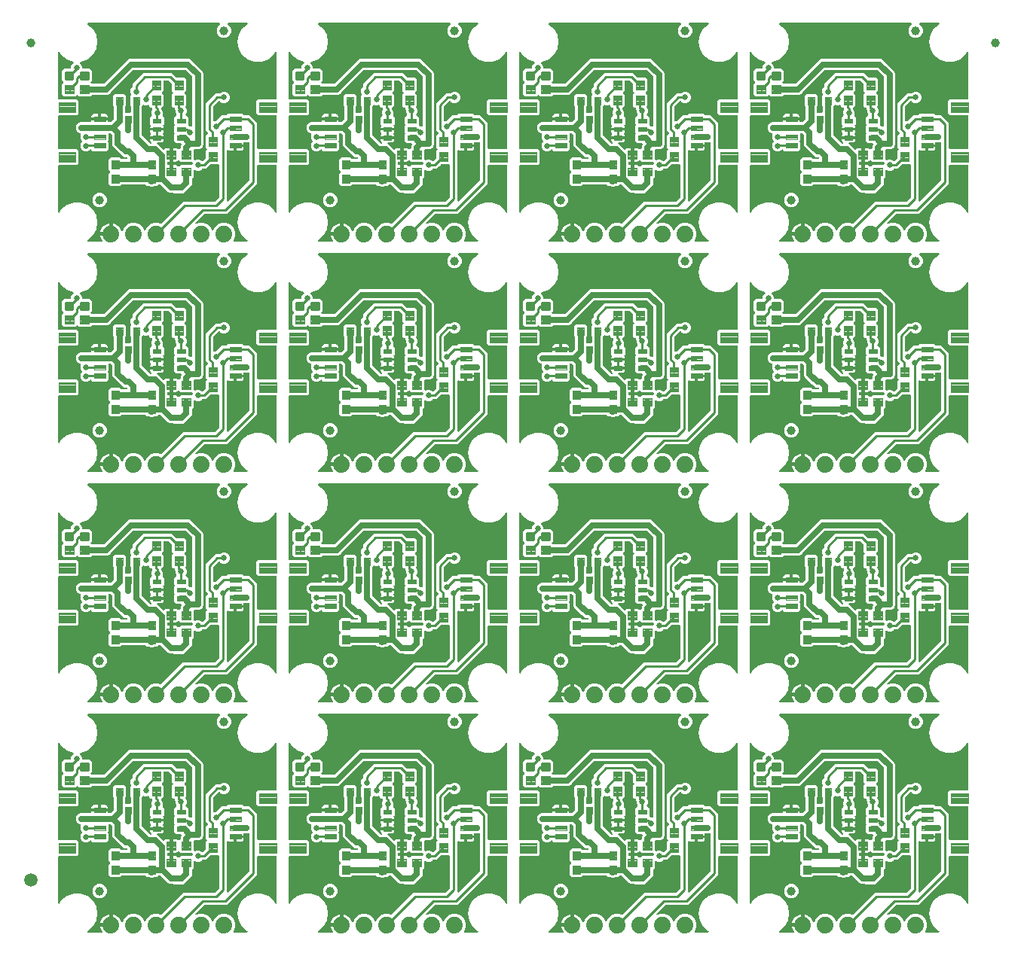
<source format=gtl>
G04 EAGLE Gerber RS-274X export*
G75*
%MOMM*%
%FSLAX34Y34*%
%LPD*%
%INTop Copper*%
%IPPOS*%
%AMOC8*
5,1,8,0,0,1.08239X$1,22.5*%
G01*
%ADD10C,1.000000*%
%ADD11C,0.096000*%
%ADD12C,0.102000*%
%ADD13C,0.100000*%
%ADD14C,0.100581*%
%ADD15C,1.879600*%
%ADD16C,0.104000*%
%ADD17C,0.300000*%
%ADD18C,0.099000*%
%ADD19C,1.500000*%
%ADD20C,0.635000*%
%ADD21C,0.660400*%
%ADD22C,0.254000*%
%ADD23C,0.736600*%

G36*
X425537Y353613D02*
X425537Y353613D01*
X425596Y353615D01*
X425676Y353641D01*
X425759Y353658D01*
X425811Y353685D01*
X425866Y353702D01*
X425922Y353742D01*
X426011Y353789D01*
X426084Y353857D01*
X426140Y353897D01*
X428534Y356292D01*
X428586Y356361D01*
X428646Y356425D01*
X428672Y356475D01*
X428705Y356519D01*
X428736Y356600D01*
X428776Y356678D01*
X428784Y356726D01*
X428806Y356784D01*
X428818Y356932D01*
X428831Y357009D01*
X428831Y365000D01*
X430143Y366312D01*
X430179Y366359D01*
X430221Y366399D01*
X430264Y366472D01*
X430314Y366539D01*
X430335Y366594D01*
X430365Y366644D01*
X430385Y366726D01*
X430416Y366805D01*
X430420Y366863D01*
X430435Y366920D01*
X430432Y367004D01*
X430439Y367088D01*
X430428Y367146D01*
X430426Y367204D01*
X430400Y367284D01*
X430383Y367367D01*
X430356Y367419D01*
X430338Y367475D01*
X430298Y367531D01*
X430252Y367619D01*
X430183Y367692D01*
X430143Y367748D01*
X428831Y369060D01*
X428831Y382000D01*
X431124Y384293D01*
X431159Y384339D01*
X431202Y384380D01*
X431244Y384452D01*
X431295Y384520D01*
X431316Y384574D01*
X431345Y384625D01*
X431366Y384707D01*
X431396Y384785D01*
X431401Y384844D01*
X431415Y384900D01*
X431413Y384985D01*
X431420Y385069D01*
X431408Y385126D01*
X431406Y385185D01*
X431380Y385265D01*
X431364Y385348D01*
X431337Y385399D01*
X431319Y385455D01*
X431279Y385511D01*
X431233Y385600D01*
X431164Y385672D01*
X431124Y385728D01*
X428751Y388101D01*
X428751Y418349D01*
X431578Y421176D01*
X431579Y421176D01*
X440171Y429769D01*
X444497Y429769D01*
X444584Y429781D01*
X444671Y429784D01*
X444724Y429801D01*
X444778Y429809D01*
X444858Y429844D01*
X444941Y429871D01*
X444981Y429899D01*
X445038Y429925D01*
X445151Y430021D01*
X445215Y430066D01*
X445983Y430834D01*
X448317Y431801D01*
X450843Y431801D01*
X453177Y430834D01*
X454964Y429047D01*
X455931Y426713D01*
X455931Y424187D01*
X454964Y421853D01*
X453177Y420066D01*
X450843Y419099D01*
X448317Y419099D01*
X445983Y420066D01*
X445215Y420834D01*
X445145Y420886D01*
X445081Y420946D01*
X445032Y420972D01*
X444988Y421005D01*
X444906Y421036D01*
X444828Y421076D01*
X444780Y421084D01*
X444722Y421106D01*
X444574Y421118D01*
X444497Y421131D01*
X444169Y421131D01*
X444083Y421119D01*
X443995Y421116D01*
X443943Y421099D01*
X443888Y421091D01*
X443808Y421056D01*
X443725Y421029D01*
X443686Y421001D01*
X443629Y420975D01*
X443515Y420879D01*
X443452Y420834D01*
X437686Y415069D01*
X437634Y414999D01*
X437574Y414935D01*
X437548Y414886D01*
X437515Y414841D01*
X437484Y414760D01*
X437444Y414682D01*
X437436Y414634D01*
X437414Y414576D01*
X437402Y414428D01*
X437389Y414351D01*
X437389Y399456D01*
X437405Y399342D01*
X437415Y399228D01*
X437425Y399202D01*
X437429Y399174D01*
X437475Y399070D01*
X437517Y398962D01*
X437534Y398940D01*
X437545Y398915D01*
X437619Y398827D01*
X437688Y398736D01*
X437711Y398719D01*
X437728Y398698D01*
X437824Y398634D01*
X437916Y398566D01*
X437942Y398556D01*
X437965Y398540D01*
X438075Y398506D01*
X438182Y398465D01*
X438210Y398463D01*
X438236Y398455D01*
X438351Y398452D01*
X438465Y398443D01*
X438490Y398448D01*
X438520Y398447D01*
X438778Y398515D01*
X438793Y398518D01*
X439427Y398781D01*
X440513Y398781D01*
X440599Y398793D01*
X440687Y398796D01*
X440739Y398813D01*
X440794Y398821D01*
X440874Y398856D01*
X440957Y398883D01*
X440996Y398911D01*
X441053Y398937D01*
X441167Y399033D01*
X441230Y399078D01*
X444724Y402571D01*
X444724Y402572D01*
X447551Y405399D01*
X452415Y405399D01*
X452502Y405411D01*
X452589Y405414D01*
X452642Y405431D01*
X452697Y405439D01*
X452777Y405474D01*
X452860Y405501D01*
X452899Y405529D01*
X452956Y405555D01*
X453070Y405651D01*
X453133Y405696D01*
X454566Y407129D01*
X469994Y407129D01*
X471427Y405696D01*
X471496Y405644D01*
X471560Y405584D01*
X471610Y405558D01*
X471654Y405525D01*
X471736Y405494D01*
X471814Y405454D01*
X471861Y405446D01*
X471920Y405424D01*
X472067Y405412D01*
X472145Y405399D01*
X478279Y405399D01*
X486919Y396759D01*
X486919Y368144D01*
X486927Y368086D01*
X486925Y368028D01*
X486947Y367946D01*
X486959Y367862D01*
X486982Y367809D01*
X486997Y367753D01*
X487040Y367680D01*
X487075Y367603D01*
X487113Y367558D01*
X487142Y367508D01*
X487204Y367450D01*
X487258Y367386D01*
X487307Y367354D01*
X487350Y367314D01*
X487425Y367275D01*
X487495Y367228D01*
X487551Y367211D01*
X487603Y367184D01*
X487671Y367173D01*
X487766Y367143D01*
X487866Y367140D01*
X487934Y367129D01*
X508000Y367129D01*
X508058Y367137D01*
X508116Y367135D01*
X508198Y367157D01*
X508282Y367169D01*
X508335Y367192D01*
X508391Y367207D01*
X508464Y367250D01*
X508541Y367285D01*
X508586Y367323D01*
X508636Y367352D01*
X508694Y367414D01*
X508758Y367468D01*
X508790Y367517D01*
X508830Y367560D01*
X508869Y367635D01*
X508916Y367705D01*
X508933Y367761D01*
X508960Y367813D01*
X508971Y367881D01*
X509001Y367976D01*
X509004Y368076D01*
X509015Y368144D01*
X509015Y404016D01*
X509007Y404074D01*
X509009Y404132D01*
X508987Y404214D01*
X508975Y404298D01*
X508952Y404351D01*
X508937Y404407D01*
X508894Y404480D01*
X508859Y404557D01*
X508821Y404602D01*
X508792Y404652D01*
X508730Y404710D01*
X508676Y404774D01*
X508627Y404806D01*
X508584Y404846D01*
X508509Y404885D01*
X508439Y404932D01*
X508383Y404949D01*
X508331Y404976D01*
X508263Y404987D01*
X508168Y405017D01*
X508068Y405020D01*
X508000Y405031D01*
X488048Y405031D01*
X485981Y407098D01*
X485981Y421062D01*
X488048Y423129D01*
X508000Y423129D01*
X508058Y423137D01*
X508116Y423135D01*
X508198Y423157D01*
X508282Y423169D01*
X508335Y423192D01*
X508391Y423207D01*
X508464Y423250D01*
X508541Y423285D01*
X508586Y423323D01*
X508636Y423352D01*
X508694Y423414D01*
X508758Y423468D01*
X508790Y423517D01*
X508830Y423560D01*
X508869Y423635D01*
X508916Y423705D01*
X508933Y423761D01*
X508960Y423813D01*
X508971Y423881D01*
X509001Y423976D01*
X509004Y424076D01*
X509015Y424144D01*
X509015Y475631D01*
X509013Y475651D01*
X509015Y475670D01*
X508993Y475791D01*
X508975Y475913D01*
X508967Y475931D01*
X508964Y475950D01*
X508909Y476060D01*
X508859Y476172D01*
X508847Y476187D01*
X508838Y476205D01*
X508755Y476296D01*
X508676Y476389D01*
X508659Y476400D01*
X508646Y476415D01*
X508541Y476479D01*
X508439Y476547D01*
X508420Y476553D01*
X508404Y476563D01*
X508285Y476596D01*
X508168Y476633D01*
X508148Y476633D01*
X508129Y476638D01*
X508007Y476637D01*
X507884Y476640D01*
X507865Y476635D01*
X507845Y476635D01*
X507727Y476599D01*
X507609Y476568D01*
X507592Y476558D01*
X507573Y476552D01*
X507470Y476486D01*
X507364Y476423D01*
X507351Y476409D01*
X507334Y476398D01*
X507288Y476341D01*
X507170Y476216D01*
X507146Y476170D01*
X507121Y476139D01*
X505265Y472924D01*
X499158Y467800D01*
X491666Y465073D01*
X483694Y465073D01*
X476202Y467800D01*
X470095Y472924D01*
X466109Y479829D01*
X464725Y487680D01*
X466109Y495531D01*
X470095Y502435D01*
X475800Y507222D01*
X475849Y507277D01*
X475905Y507325D01*
X475944Y507382D01*
X475990Y507434D01*
X476022Y507500D01*
X476063Y507561D01*
X476084Y507627D01*
X476114Y507690D01*
X476126Y507762D01*
X476148Y507832D01*
X476150Y507901D01*
X476162Y507970D01*
X476154Y508043D01*
X476156Y508116D01*
X476138Y508183D01*
X476131Y508252D01*
X476103Y508320D01*
X476084Y508391D01*
X476049Y508451D01*
X476022Y508515D01*
X475976Y508573D01*
X475939Y508636D01*
X475888Y508683D01*
X475845Y508737D01*
X475785Y508780D01*
X475731Y508830D01*
X475670Y508862D01*
X475613Y508902D01*
X475544Y508926D01*
X475478Y508960D01*
X475420Y508970D01*
X475345Y508996D01*
X475223Y509003D01*
X475147Y509015D01*
X454778Y509015D01*
X454749Y509011D01*
X454720Y509014D01*
X454609Y508991D01*
X454497Y508975D01*
X454470Y508963D01*
X454441Y508958D01*
X454341Y508905D01*
X454237Y508859D01*
X454215Y508840D01*
X454189Y508827D01*
X454107Y508749D01*
X454020Y508676D01*
X454004Y508651D01*
X453983Y508631D01*
X453926Y508533D01*
X453863Y508439D01*
X453854Y508411D01*
X453839Y508386D01*
X453811Y508276D01*
X453777Y508168D01*
X453776Y508138D01*
X453769Y508110D01*
X453773Y507997D01*
X453770Y507884D01*
X453777Y507855D01*
X453778Y507826D01*
X453813Y507718D01*
X453842Y507609D01*
X453857Y507583D01*
X453866Y507555D01*
X453911Y507492D01*
X453987Y507364D01*
X454032Y507321D01*
X454060Y507282D01*
X456403Y504939D01*
X457629Y501981D01*
X457629Y498779D01*
X456403Y495821D01*
X454139Y493557D01*
X451181Y492331D01*
X447979Y492331D01*
X445021Y493557D01*
X442757Y495821D01*
X441531Y498779D01*
X441531Y501981D01*
X442757Y504939D01*
X445100Y507282D01*
X445117Y507306D01*
X445140Y507325D01*
X445202Y507419D01*
X445270Y507509D01*
X445281Y507537D01*
X445297Y507561D01*
X445331Y507669D01*
X445372Y507775D01*
X445374Y507804D01*
X445383Y507832D01*
X445386Y507946D01*
X445395Y508058D01*
X445389Y508087D01*
X445390Y508116D01*
X445362Y508226D01*
X445339Y508337D01*
X445326Y508363D01*
X445318Y508391D01*
X445261Y508489D01*
X445208Y508589D01*
X445188Y508611D01*
X445173Y508636D01*
X445091Y508713D01*
X445013Y508795D01*
X444987Y508810D01*
X444966Y508830D01*
X444865Y508882D01*
X444767Y508939D01*
X444739Y508946D01*
X444713Y508960D01*
X444635Y508973D01*
X444492Y509009D01*
X444429Y509007D01*
X444382Y509015D01*
X297013Y509015D01*
X296940Y509005D01*
X296866Y509005D01*
X296800Y508985D01*
X296731Y508975D01*
X296664Y508945D01*
X296594Y508925D01*
X296535Y508888D01*
X296472Y508859D01*
X296416Y508812D01*
X296354Y508772D01*
X296308Y508720D01*
X296255Y508676D01*
X296214Y508614D01*
X296165Y508559D01*
X296136Y508497D01*
X296097Y508439D01*
X296075Y508369D01*
X296044Y508302D01*
X296032Y508234D01*
X296012Y508168D01*
X296010Y508094D01*
X295998Y508022D01*
X296006Y507953D01*
X296004Y507884D01*
X296023Y507813D01*
X296032Y507739D01*
X296059Y507676D01*
X296076Y507609D01*
X296114Y507545D01*
X296142Y507478D01*
X296181Y507433D01*
X296221Y507364D01*
X296311Y507280D01*
X296360Y507222D01*
X302065Y502436D01*
X306051Y495531D01*
X307435Y487680D01*
X306051Y479829D01*
X302065Y472925D01*
X295958Y467800D01*
X288381Y465042D01*
X288319Y465033D01*
X288293Y465021D01*
X288264Y465016D01*
X288163Y464963D01*
X288060Y464917D01*
X288037Y464898D01*
X288011Y464885D01*
X287929Y464807D01*
X287843Y464734D01*
X287827Y464709D01*
X287805Y464689D01*
X287748Y464591D01*
X287685Y464497D01*
X287676Y464469D01*
X287662Y464444D01*
X287634Y464334D01*
X287599Y464226D01*
X287599Y464196D01*
X287591Y464168D01*
X287595Y464055D01*
X287592Y463942D01*
X287600Y463913D01*
X287601Y463884D01*
X287635Y463776D01*
X287664Y463667D01*
X287679Y463641D01*
X287688Y463613D01*
X287734Y463549D01*
X287809Y463422D01*
X287855Y463379D01*
X287883Y463340D01*
X289283Y461940D01*
X290249Y459606D01*
X290249Y458644D01*
X290258Y458586D01*
X290256Y458528D01*
X290277Y458446D01*
X290289Y458362D01*
X290313Y458309D01*
X290328Y458253D01*
X290371Y458180D01*
X290406Y458103D01*
X290443Y458058D01*
X290473Y458008D01*
X290535Y457950D01*
X290589Y457886D01*
X290638Y457854D01*
X290680Y457814D01*
X290756Y457775D01*
X290826Y457728D01*
X290882Y457711D01*
X290934Y457684D01*
X291002Y457673D01*
X291097Y457643D01*
X291197Y457640D01*
X291265Y457629D01*
X298634Y457629D01*
X301299Y454964D01*
X301299Y444196D01*
X300189Y443086D01*
X300154Y443039D01*
X300111Y442999D01*
X300069Y442926D01*
X300018Y442859D01*
X299997Y442804D01*
X299967Y442754D01*
X299947Y442672D01*
X299917Y442593D01*
X299912Y442535D01*
X299897Y442478D01*
X299900Y442394D01*
X299893Y442310D01*
X299904Y442252D01*
X299906Y442194D01*
X299932Y442114D01*
X299949Y442031D01*
X299976Y441979D01*
X299994Y441923D01*
X300034Y441867D01*
X300080Y441779D01*
X300149Y441706D01*
X300189Y441650D01*
X300978Y440861D01*
X301047Y440809D01*
X301111Y440749D01*
X301161Y440723D01*
X301205Y440690D01*
X301287Y440659D01*
X301364Y440619D01*
X301412Y440611D01*
X301470Y440589D01*
X301618Y440577D01*
X301695Y440564D01*
X314112Y440564D01*
X314198Y440576D01*
X314286Y440579D01*
X314338Y440596D01*
X314393Y440604D01*
X314473Y440639D01*
X314556Y440666D01*
X314595Y440694D01*
X314652Y440720D01*
X314766Y440816D01*
X314829Y440861D01*
X339631Y465663D01*
X341524Y467556D01*
X343812Y468504D01*
X410178Y468504D01*
X412466Y467556D01*
X414359Y465663D01*
X423518Y456504D01*
X423543Y456485D01*
X423563Y456462D01*
X423629Y456420D01*
X423745Y456333D01*
X423805Y456310D01*
X423847Y456284D01*
X423968Y456234D01*
X425754Y454447D01*
X426721Y452113D01*
X426721Y449587D01*
X426671Y449467D01*
X426663Y449437D01*
X426649Y449409D01*
X426636Y449332D01*
X426600Y449191D01*
X426602Y449127D01*
X426594Y449078D01*
X426594Y372142D01*
X425646Y369854D01*
X423896Y368104D01*
X421608Y367156D01*
X416844Y367156D01*
X416786Y367148D01*
X416728Y367150D01*
X416646Y367128D01*
X416562Y367116D01*
X416509Y367093D01*
X416453Y367078D01*
X416380Y367035D01*
X416303Y367000D01*
X416258Y366962D01*
X416208Y366933D01*
X416150Y366871D01*
X416086Y366817D01*
X416054Y366768D01*
X416014Y366725D01*
X415975Y366650D01*
X415928Y366580D01*
X415911Y366524D01*
X415884Y366472D01*
X415873Y366404D01*
X415843Y366309D01*
X415840Y366209D01*
X415829Y366141D01*
X415829Y355762D01*
X415845Y355649D01*
X415855Y355534D01*
X415865Y355508D01*
X415869Y355481D01*
X415916Y355376D01*
X415957Y355269D01*
X415973Y355247D01*
X415985Y355221D01*
X416059Y355134D01*
X416128Y355042D01*
X416151Y355026D01*
X416168Y355004D01*
X416264Y354941D01*
X416356Y354872D01*
X416382Y354862D01*
X416405Y354847D01*
X416515Y354812D01*
X416622Y354772D01*
X416650Y354769D01*
X416676Y354761D01*
X416791Y354758D01*
X416905Y354749D01*
X416930Y354755D01*
X416960Y354754D01*
X417217Y354821D01*
X417233Y354824D01*
X419107Y355601D01*
X421633Y355601D01*
X423967Y354634D01*
X424704Y353897D01*
X424751Y353862D01*
X424791Y353820D01*
X424864Y353777D01*
X424931Y353726D01*
X424986Y353706D01*
X425036Y353676D01*
X425118Y353655D01*
X425197Y353625D01*
X425255Y353620D01*
X425312Y353606D01*
X425396Y353609D01*
X425480Y353602D01*
X425537Y353613D01*
G37*
G36*
X166457Y871773D02*
X166457Y871773D01*
X166516Y871775D01*
X166596Y871801D01*
X166679Y871818D01*
X166731Y871845D01*
X166786Y871862D01*
X166842Y871902D01*
X166931Y871949D01*
X167004Y872017D01*
X167060Y872057D01*
X169454Y874452D01*
X169506Y874521D01*
X169566Y874585D01*
X169592Y874635D01*
X169625Y874679D01*
X169656Y874760D01*
X169696Y874838D01*
X169704Y874886D01*
X169726Y874944D01*
X169738Y875092D01*
X169751Y875169D01*
X169751Y883160D01*
X171063Y884472D01*
X171099Y884519D01*
X171141Y884559D01*
X171184Y884632D01*
X171234Y884699D01*
X171255Y884754D01*
X171285Y884804D01*
X171305Y884886D01*
X171336Y884965D01*
X171340Y885023D01*
X171355Y885080D01*
X171352Y885164D01*
X171359Y885248D01*
X171348Y885306D01*
X171346Y885364D01*
X171320Y885444D01*
X171303Y885527D01*
X171276Y885579D01*
X171258Y885635D01*
X171218Y885691D01*
X171172Y885779D01*
X171103Y885852D01*
X171063Y885908D01*
X169751Y887220D01*
X169751Y900160D01*
X172044Y902453D01*
X172079Y902499D01*
X172122Y902540D01*
X172164Y902612D01*
X172215Y902680D01*
X172236Y902734D01*
X172265Y902785D01*
X172286Y902867D01*
X172316Y902945D01*
X172321Y903004D01*
X172335Y903060D01*
X172333Y903145D01*
X172340Y903229D01*
X172328Y903286D01*
X172326Y903345D01*
X172300Y903425D01*
X172284Y903508D01*
X172257Y903559D01*
X172239Y903615D01*
X172199Y903671D01*
X172153Y903760D01*
X172084Y903832D01*
X172044Y903888D01*
X169671Y906261D01*
X169671Y936509D01*
X181091Y947929D01*
X185417Y947929D01*
X185504Y947941D01*
X185591Y947944D01*
X185644Y947961D01*
X185698Y947969D01*
X185778Y948004D01*
X185861Y948031D01*
X185901Y948059D01*
X185958Y948085D01*
X186071Y948181D01*
X186135Y948226D01*
X186903Y948994D01*
X189237Y949961D01*
X191763Y949961D01*
X194097Y948994D01*
X195884Y947207D01*
X196851Y944873D01*
X196851Y942347D01*
X195884Y940013D01*
X194097Y938226D01*
X191763Y937259D01*
X189237Y937259D01*
X186903Y938226D01*
X186135Y938994D01*
X186065Y939046D01*
X186001Y939106D01*
X185952Y939132D01*
X185908Y939165D01*
X185826Y939196D01*
X185748Y939236D01*
X185700Y939244D01*
X185642Y939266D01*
X185494Y939278D01*
X185417Y939291D01*
X185089Y939291D01*
X185003Y939279D01*
X184915Y939276D01*
X184863Y939259D01*
X184808Y939251D01*
X184728Y939216D01*
X184645Y939189D01*
X184606Y939161D01*
X184549Y939135D01*
X184435Y939039D01*
X184372Y938994D01*
X178606Y933228D01*
X178554Y933159D01*
X178494Y933095D01*
X178468Y933045D01*
X178435Y933001D01*
X178404Y932920D01*
X178364Y932842D01*
X178356Y932794D01*
X178334Y932736D01*
X178322Y932588D01*
X178309Y932511D01*
X178309Y917616D01*
X178325Y917502D01*
X178335Y917388D01*
X178345Y917362D01*
X178349Y917334D01*
X178396Y917230D01*
X178437Y917123D01*
X178453Y917100D01*
X178465Y917075D01*
X178539Y916987D01*
X178608Y916896D01*
X178631Y916879D01*
X178648Y916858D01*
X178744Y916794D01*
X178836Y916726D01*
X178862Y916716D01*
X178885Y916700D01*
X178995Y916666D01*
X179102Y916625D01*
X179130Y916623D01*
X179156Y916615D01*
X179271Y916612D01*
X179385Y916603D01*
X179410Y916608D01*
X179440Y916607D01*
X179697Y916674D01*
X179713Y916678D01*
X180347Y916941D01*
X181433Y916941D01*
X181519Y916953D01*
X181607Y916956D01*
X181659Y916973D01*
X181714Y916981D01*
X181794Y917016D01*
X181877Y917043D01*
X181916Y917071D01*
X181973Y917097D01*
X182087Y917193D01*
X182150Y917238D01*
X188471Y923559D01*
X193335Y923559D01*
X193422Y923571D01*
X193509Y923574D01*
X193562Y923591D01*
X193617Y923599D01*
X193697Y923634D01*
X193780Y923661D01*
X193819Y923689D01*
X193876Y923715D01*
X193990Y923811D01*
X194053Y923856D01*
X195486Y925289D01*
X210914Y925289D01*
X212347Y923856D01*
X212417Y923804D01*
X212480Y923744D01*
X212530Y923718D01*
X212574Y923685D01*
X212656Y923654D01*
X212734Y923614D01*
X212781Y923606D01*
X212840Y923584D01*
X212987Y923572D01*
X213065Y923559D01*
X219199Y923559D01*
X227839Y914919D01*
X227839Y886304D01*
X227847Y886246D01*
X227845Y886188D01*
X227867Y886106D01*
X227879Y886022D01*
X227902Y885969D01*
X227917Y885913D01*
X227960Y885840D01*
X227995Y885763D01*
X228033Y885718D01*
X228062Y885668D01*
X228124Y885610D01*
X228178Y885546D01*
X228227Y885514D01*
X228270Y885474D01*
X228345Y885435D01*
X228415Y885388D01*
X228471Y885371D01*
X228523Y885344D01*
X228591Y885333D01*
X228686Y885303D01*
X228786Y885300D01*
X228854Y885289D01*
X248920Y885289D01*
X248978Y885297D01*
X249036Y885295D01*
X249118Y885317D01*
X249202Y885329D01*
X249255Y885352D01*
X249311Y885367D01*
X249384Y885410D01*
X249461Y885445D01*
X249506Y885483D01*
X249556Y885512D01*
X249614Y885574D01*
X249678Y885628D01*
X249710Y885677D01*
X249750Y885720D01*
X249789Y885795D01*
X249836Y885865D01*
X249853Y885921D01*
X249880Y885973D01*
X249891Y886041D01*
X249921Y886136D01*
X249924Y886236D01*
X249935Y886304D01*
X249935Y922176D01*
X249927Y922234D01*
X249929Y922292D01*
X249907Y922374D01*
X249895Y922458D01*
X249872Y922511D01*
X249857Y922567D01*
X249814Y922640D01*
X249779Y922717D01*
X249741Y922762D01*
X249712Y922812D01*
X249650Y922870D01*
X249596Y922934D01*
X249547Y922966D01*
X249504Y923006D01*
X249429Y923045D01*
X249359Y923092D01*
X249303Y923109D01*
X249251Y923136D01*
X249183Y923147D01*
X249088Y923177D01*
X248988Y923180D01*
X248920Y923191D01*
X228968Y923191D01*
X226901Y925258D01*
X226901Y939222D01*
X228968Y941289D01*
X248920Y941289D01*
X248978Y941297D01*
X249036Y941295D01*
X249118Y941317D01*
X249202Y941329D01*
X249255Y941352D01*
X249311Y941367D01*
X249384Y941410D01*
X249461Y941445D01*
X249506Y941483D01*
X249556Y941512D01*
X249614Y941574D01*
X249678Y941628D01*
X249710Y941677D01*
X249750Y941720D01*
X249789Y941795D01*
X249836Y941865D01*
X249853Y941921D01*
X249880Y941973D01*
X249891Y942041D01*
X249921Y942136D01*
X249924Y942236D01*
X249935Y942304D01*
X249935Y993791D01*
X249933Y993811D01*
X249935Y993830D01*
X249913Y993951D01*
X249895Y994073D01*
X249887Y994091D01*
X249884Y994110D01*
X249829Y994220D01*
X249779Y994332D01*
X249767Y994347D01*
X249758Y994365D01*
X249675Y994456D01*
X249596Y994549D01*
X249579Y994560D01*
X249566Y994575D01*
X249461Y994639D01*
X249359Y994707D01*
X249340Y994713D01*
X249324Y994723D01*
X249205Y994756D01*
X249088Y994793D01*
X249068Y994793D01*
X249049Y994798D01*
X248927Y994797D01*
X248804Y994800D01*
X248785Y994795D01*
X248765Y994795D01*
X248647Y994759D01*
X248529Y994728D01*
X248512Y994718D01*
X248493Y994712D01*
X248390Y994646D01*
X248284Y994583D01*
X248271Y994569D01*
X248254Y994558D01*
X248208Y994501D01*
X248090Y994376D01*
X248066Y994330D01*
X248041Y994299D01*
X246185Y991084D01*
X240078Y985960D01*
X232586Y983233D01*
X224614Y983233D01*
X217122Y985960D01*
X211015Y991084D01*
X207029Y997989D01*
X205645Y1005840D01*
X207029Y1013691D01*
X211015Y1020595D01*
X216720Y1025382D01*
X216769Y1025437D01*
X216825Y1025485D01*
X216864Y1025542D01*
X216910Y1025594D01*
X216942Y1025660D01*
X216983Y1025721D01*
X217004Y1025787D01*
X217034Y1025850D01*
X217046Y1025922D01*
X217068Y1025992D01*
X217070Y1026061D01*
X217082Y1026130D01*
X217074Y1026203D01*
X217076Y1026276D01*
X217058Y1026343D01*
X217051Y1026412D01*
X217023Y1026480D01*
X217004Y1026551D01*
X216969Y1026611D01*
X216942Y1026675D01*
X216896Y1026733D01*
X216859Y1026796D01*
X216808Y1026843D01*
X216765Y1026897D01*
X216705Y1026940D01*
X216651Y1026990D01*
X216590Y1027022D01*
X216533Y1027062D01*
X216464Y1027086D01*
X216398Y1027120D01*
X216340Y1027130D01*
X216265Y1027156D01*
X216143Y1027163D01*
X216067Y1027175D01*
X195698Y1027175D01*
X195669Y1027171D01*
X195640Y1027174D01*
X195529Y1027151D01*
X195417Y1027135D01*
X195390Y1027123D01*
X195361Y1027118D01*
X195261Y1027065D01*
X195157Y1027019D01*
X195135Y1027000D01*
X195109Y1026987D01*
X195027Y1026909D01*
X194940Y1026836D01*
X194924Y1026811D01*
X194903Y1026791D01*
X194846Y1026693D01*
X194783Y1026599D01*
X194774Y1026571D01*
X194759Y1026546D01*
X194731Y1026436D01*
X194697Y1026328D01*
X194696Y1026298D01*
X194689Y1026270D01*
X194693Y1026157D01*
X194690Y1026044D01*
X194697Y1026015D01*
X194698Y1025986D01*
X194733Y1025878D01*
X194762Y1025769D01*
X194777Y1025743D01*
X194786Y1025715D01*
X194831Y1025652D01*
X194907Y1025524D01*
X194952Y1025481D01*
X194980Y1025442D01*
X197323Y1023099D01*
X198549Y1020141D01*
X198549Y1016939D01*
X197323Y1013981D01*
X195059Y1011717D01*
X192101Y1010491D01*
X188899Y1010491D01*
X185941Y1011717D01*
X183677Y1013981D01*
X182451Y1016939D01*
X182451Y1020141D01*
X183677Y1023099D01*
X186020Y1025442D01*
X186037Y1025466D01*
X186060Y1025485D01*
X186122Y1025579D01*
X186190Y1025669D01*
X186201Y1025697D01*
X186217Y1025721D01*
X186251Y1025829D01*
X186292Y1025935D01*
X186294Y1025964D01*
X186303Y1025992D01*
X186306Y1026106D01*
X186315Y1026218D01*
X186309Y1026247D01*
X186310Y1026276D01*
X186282Y1026386D01*
X186259Y1026497D01*
X186246Y1026523D01*
X186238Y1026551D01*
X186181Y1026649D01*
X186128Y1026749D01*
X186108Y1026771D01*
X186093Y1026796D01*
X186011Y1026873D01*
X185933Y1026955D01*
X185907Y1026970D01*
X185886Y1026990D01*
X185785Y1027042D01*
X185687Y1027099D01*
X185659Y1027106D01*
X185633Y1027120D01*
X185555Y1027133D01*
X185412Y1027169D01*
X185349Y1027167D01*
X185302Y1027175D01*
X37933Y1027175D01*
X37860Y1027165D01*
X37786Y1027165D01*
X37720Y1027145D01*
X37651Y1027135D01*
X37584Y1027105D01*
X37514Y1027085D01*
X37455Y1027048D01*
X37392Y1027019D01*
X37336Y1026972D01*
X37274Y1026932D01*
X37228Y1026880D01*
X37175Y1026836D01*
X37134Y1026774D01*
X37085Y1026719D01*
X37056Y1026657D01*
X37017Y1026599D01*
X36995Y1026529D01*
X36964Y1026462D01*
X36952Y1026394D01*
X36932Y1026328D01*
X36930Y1026254D01*
X36918Y1026182D01*
X36926Y1026113D01*
X36924Y1026044D01*
X36943Y1025973D01*
X36952Y1025899D01*
X36979Y1025836D01*
X36996Y1025769D01*
X37034Y1025705D01*
X37062Y1025638D01*
X37101Y1025593D01*
X37141Y1025524D01*
X37231Y1025440D01*
X37280Y1025382D01*
X42985Y1020596D01*
X46971Y1013691D01*
X48355Y1005840D01*
X46971Y997989D01*
X42985Y991085D01*
X36878Y985960D01*
X29301Y983202D01*
X29239Y983193D01*
X29213Y983181D01*
X29184Y983176D01*
X29083Y983123D01*
X28980Y983077D01*
X28957Y983058D01*
X28931Y983045D01*
X28849Y982967D01*
X28763Y982894D01*
X28747Y982869D01*
X28725Y982849D01*
X28668Y982751D01*
X28605Y982657D01*
X28596Y982629D01*
X28582Y982604D01*
X28554Y982494D01*
X28519Y982386D01*
X28519Y982356D01*
X28511Y982328D01*
X28515Y982215D01*
X28512Y982102D01*
X28520Y982073D01*
X28521Y982044D01*
X28555Y981936D01*
X28584Y981827D01*
X28599Y981801D01*
X28608Y981773D01*
X28654Y981709D01*
X28729Y981582D01*
X28775Y981539D01*
X28803Y981500D01*
X30203Y980100D01*
X31169Y977766D01*
X31169Y976804D01*
X31178Y976746D01*
X31176Y976688D01*
X31197Y976606D01*
X31209Y976522D01*
X31233Y976469D01*
X31248Y976413D01*
X31291Y976340D01*
X31326Y976263D01*
X31363Y976218D01*
X31393Y976168D01*
X31455Y976110D01*
X31509Y976046D01*
X31558Y976014D01*
X31600Y975974D01*
X31676Y975935D01*
X31746Y975888D01*
X31802Y975871D01*
X31854Y975844D01*
X31922Y975833D01*
X32017Y975803D01*
X32117Y975800D01*
X32185Y975789D01*
X39554Y975789D01*
X42219Y973124D01*
X42219Y962356D01*
X41109Y961246D01*
X41074Y961199D01*
X41031Y961159D01*
X40988Y961086D01*
X40938Y961019D01*
X40917Y960964D01*
X40887Y960914D01*
X40867Y960832D01*
X40837Y960753D01*
X40832Y960695D01*
X40817Y960638D01*
X40820Y960554D01*
X40813Y960470D01*
X40824Y960412D01*
X40826Y960354D01*
X40852Y960274D01*
X40869Y960191D01*
X40896Y960139D01*
X40914Y960083D01*
X40954Y960027D01*
X41000Y959939D01*
X41069Y959866D01*
X41109Y959810D01*
X41898Y959021D01*
X41967Y958969D01*
X42031Y958909D01*
X42081Y958883D01*
X42125Y958850D01*
X42206Y958819D01*
X42284Y958779D01*
X42332Y958771D01*
X42390Y958749D01*
X42538Y958737D01*
X42615Y958724D01*
X55032Y958724D01*
X55118Y958736D01*
X55206Y958739D01*
X55258Y958756D01*
X55313Y958764D01*
X55393Y958799D01*
X55476Y958826D01*
X55515Y958854D01*
X55572Y958880D01*
X55686Y958976D01*
X55749Y959021D01*
X80551Y983823D01*
X82444Y985716D01*
X84732Y986664D01*
X151098Y986664D01*
X153386Y985716D01*
X155279Y983823D01*
X164438Y974664D01*
X164463Y974645D01*
X164483Y974622D01*
X164549Y974580D01*
X164665Y974493D01*
X164725Y974470D01*
X164767Y974444D01*
X164888Y974394D01*
X166674Y972607D01*
X167641Y970273D01*
X167641Y967747D01*
X167591Y967627D01*
X167583Y967597D01*
X167569Y967569D01*
X167556Y967492D01*
X167520Y967351D01*
X167522Y967287D01*
X167514Y967238D01*
X167514Y890302D01*
X166566Y888014D01*
X164816Y886264D01*
X162528Y885316D01*
X157764Y885316D01*
X157706Y885308D01*
X157648Y885310D01*
X157566Y885288D01*
X157482Y885276D01*
X157429Y885253D01*
X157373Y885238D01*
X157300Y885195D01*
X157223Y885160D01*
X157178Y885122D01*
X157128Y885093D01*
X157070Y885031D01*
X157006Y884977D01*
X156974Y884928D01*
X156934Y884885D01*
X156895Y884810D01*
X156848Y884740D01*
X156831Y884684D01*
X156804Y884632D01*
X156793Y884564D01*
X156763Y884469D01*
X156760Y884369D01*
X156749Y884301D01*
X156749Y873922D01*
X156765Y873809D01*
X156775Y873694D01*
X156785Y873668D01*
X156789Y873641D01*
X156836Y873536D01*
X156877Y873429D01*
X156893Y873407D01*
X156905Y873381D01*
X156979Y873294D01*
X157048Y873202D01*
X157071Y873186D01*
X157088Y873164D01*
X157184Y873101D01*
X157276Y873032D01*
X157302Y873022D01*
X157325Y873007D01*
X157435Y872972D01*
X157542Y872932D01*
X157570Y872929D01*
X157596Y872921D01*
X157711Y872918D01*
X157825Y872909D01*
X157850Y872915D01*
X157880Y872914D01*
X158137Y872981D01*
X158153Y872984D01*
X160027Y873761D01*
X162553Y873761D01*
X164887Y872794D01*
X165624Y872057D01*
X165671Y872022D01*
X165711Y871980D01*
X165784Y871937D01*
X165851Y871886D01*
X165906Y871866D01*
X165956Y871836D01*
X166038Y871815D01*
X166117Y871785D01*
X166175Y871780D01*
X166232Y871766D01*
X166316Y871769D01*
X166400Y871762D01*
X166457Y871773D01*
G37*
G36*
X166457Y94533D02*
X166457Y94533D01*
X166516Y94535D01*
X166596Y94561D01*
X166679Y94578D01*
X166731Y94605D01*
X166786Y94622D01*
X166842Y94662D01*
X166931Y94709D01*
X167004Y94777D01*
X167060Y94817D01*
X169454Y97212D01*
X169506Y97281D01*
X169566Y97345D01*
X169592Y97395D01*
X169625Y97439D01*
X169656Y97520D01*
X169696Y97598D01*
X169704Y97646D01*
X169726Y97704D01*
X169738Y97852D01*
X169751Y97929D01*
X169751Y105920D01*
X171063Y107232D01*
X171099Y107279D01*
X171141Y107319D01*
X171184Y107392D01*
X171234Y107459D01*
X171255Y107514D01*
X171285Y107564D01*
X171305Y107646D01*
X171336Y107725D01*
X171340Y107783D01*
X171355Y107840D01*
X171352Y107924D01*
X171359Y108008D01*
X171348Y108066D01*
X171346Y108124D01*
X171320Y108204D01*
X171303Y108287D01*
X171276Y108339D01*
X171258Y108395D01*
X171218Y108451D01*
X171172Y108539D01*
X171103Y108612D01*
X171063Y108668D01*
X169751Y109980D01*
X169751Y122920D01*
X172044Y125213D01*
X172079Y125259D01*
X172122Y125300D01*
X172164Y125373D01*
X172215Y125440D01*
X172236Y125494D01*
X172265Y125545D01*
X172286Y125627D01*
X172316Y125706D01*
X172321Y125764D01*
X172335Y125820D01*
X172333Y125905D01*
X172340Y125989D01*
X172328Y126046D01*
X172326Y126105D01*
X172300Y126185D01*
X172284Y126268D01*
X172257Y126319D01*
X172239Y126375D01*
X172199Y126431D01*
X172153Y126520D01*
X172084Y126592D01*
X172044Y126648D01*
X169671Y129021D01*
X169671Y159269D01*
X172498Y162096D01*
X172499Y162096D01*
X181091Y170689D01*
X185417Y170689D01*
X185504Y170701D01*
X185591Y170704D01*
X185644Y170721D01*
X185698Y170729D01*
X185778Y170764D01*
X185861Y170791D01*
X185901Y170819D01*
X185958Y170845D01*
X186071Y170941D01*
X186135Y170986D01*
X186903Y171754D01*
X189237Y172721D01*
X191763Y172721D01*
X194097Y171754D01*
X195884Y169967D01*
X196851Y167633D01*
X196851Y165107D01*
X195884Y162773D01*
X194097Y160986D01*
X191763Y160019D01*
X189237Y160019D01*
X186903Y160986D01*
X186135Y161754D01*
X186065Y161806D01*
X186001Y161866D01*
X185952Y161892D01*
X185908Y161925D01*
X185826Y161956D01*
X185748Y161996D01*
X185700Y162004D01*
X185642Y162026D01*
X185494Y162038D01*
X185417Y162051D01*
X185089Y162051D01*
X185003Y162039D01*
X184915Y162036D01*
X184863Y162019D01*
X184808Y162011D01*
X184728Y161976D01*
X184645Y161949D01*
X184606Y161921D01*
X184549Y161895D01*
X184435Y161799D01*
X184372Y161754D01*
X178606Y155989D01*
X178554Y155919D01*
X178494Y155855D01*
X178468Y155806D01*
X178435Y155761D01*
X178404Y155680D01*
X178364Y155602D01*
X178356Y155554D01*
X178334Y155496D01*
X178322Y155348D01*
X178309Y155271D01*
X178309Y140376D01*
X178325Y140262D01*
X178335Y140148D01*
X178345Y140122D01*
X178349Y140094D01*
X178395Y139990D01*
X178437Y139882D01*
X178454Y139860D01*
X178465Y139835D01*
X178539Y139747D01*
X178608Y139656D01*
X178631Y139639D01*
X178648Y139618D01*
X178744Y139554D01*
X178836Y139486D01*
X178862Y139476D01*
X178885Y139460D01*
X178995Y139426D01*
X179102Y139385D01*
X179130Y139383D01*
X179156Y139375D01*
X179271Y139372D01*
X179385Y139363D01*
X179410Y139368D01*
X179440Y139367D01*
X179698Y139435D01*
X179713Y139438D01*
X180347Y139701D01*
X181433Y139701D01*
X181519Y139713D01*
X181607Y139716D01*
X181659Y139733D01*
X181714Y139741D01*
X181794Y139776D01*
X181877Y139803D01*
X181916Y139831D01*
X181973Y139857D01*
X182087Y139953D01*
X182150Y139998D01*
X188471Y146319D01*
X193335Y146319D01*
X193422Y146331D01*
X193509Y146334D01*
X193562Y146351D01*
X193617Y146359D01*
X193697Y146394D01*
X193780Y146421D01*
X193819Y146449D01*
X193876Y146475D01*
X193990Y146571D01*
X194053Y146616D01*
X195486Y148049D01*
X210914Y148049D01*
X212347Y146616D01*
X212416Y146564D01*
X212480Y146504D01*
X212530Y146478D01*
X212574Y146445D01*
X212656Y146414D01*
X212734Y146374D01*
X212781Y146366D01*
X212840Y146344D01*
X212987Y146332D01*
X213065Y146319D01*
X219199Y146319D01*
X227839Y137679D01*
X227839Y109064D01*
X227847Y109006D01*
X227845Y108948D01*
X227867Y108866D01*
X227879Y108782D01*
X227902Y108729D01*
X227917Y108673D01*
X227960Y108600D01*
X227995Y108523D01*
X228033Y108478D01*
X228062Y108428D01*
X228124Y108370D01*
X228178Y108306D01*
X228227Y108274D01*
X228270Y108234D01*
X228345Y108195D01*
X228415Y108148D01*
X228471Y108131D01*
X228523Y108104D01*
X228591Y108093D01*
X228686Y108063D01*
X228786Y108060D01*
X228854Y108049D01*
X248920Y108049D01*
X248978Y108057D01*
X249036Y108055D01*
X249118Y108077D01*
X249202Y108089D01*
X249255Y108112D01*
X249311Y108127D01*
X249384Y108170D01*
X249461Y108205D01*
X249506Y108243D01*
X249556Y108272D01*
X249614Y108334D01*
X249678Y108388D01*
X249710Y108437D01*
X249750Y108480D01*
X249789Y108555D01*
X249836Y108625D01*
X249853Y108681D01*
X249880Y108733D01*
X249891Y108801D01*
X249921Y108896D01*
X249924Y108996D01*
X249935Y109064D01*
X249935Y144936D01*
X249927Y144994D01*
X249929Y145052D01*
X249907Y145134D01*
X249895Y145218D01*
X249872Y145271D01*
X249857Y145327D01*
X249814Y145400D01*
X249779Y145477D01*
X249741Y145522D01*
X249712Y145572D01*
X249650Y145630D01*
X249596Y145694D01*
X249547Y145726D01*
X249504Y145766D01*
X249429Y145805D01*
X249359Y145852D01*
X249303Y145869D01*
X249251Y145896D01*
X249183Y145907D01*
X249088Y145937D01*
X248988Y145940D01*
X248920Y145951D01*
X228968Y145951D01*
X226901Y148018D01*
X226901Y161982D01*
X228968Y164049D01*
X248920Y164049D01*
X248978Y164057D01*
X249036Y164055D01*
X249118Y164077D01*
X249202Y164089D01*
X249255Y164112D01*
X249311Y164127D01*
X249384Y164170D01*
X249461Y164205D01*
X249506Y164243D01*
X249556Y164272D01*
X249614Y164334D01*
X249678Y164388D01*
X249710Y164437D01*
X249750Y164480D01*
X249789Y164555D01*
X249836Y164625D01*
X249853Y164681D01*
X249880Y164733D01*
X249891Y164801D01*
X249921Y164896D01*
X249924Y164996D01*
X249935Y165064D01*
X249935Y216551D01*
X249933Y216571D01*
X249935Y216590D01*
X249913Y216711D01*
X249895Y216833D01*
X249887Y216851D01*
X249884Y216870D01*
X249829Y216980D01*
X249779Y217092D01*
X249767Y217107D01*
X249758Y217125D01*
X249675Y217216D01*
X249596Y217309D01*
X249579Y217320D01*
X249566Y217335D01*
X249461Y217399D01*
X249359Y217467D01*
X249340Y217473D01*
X249324Y217483D01*
X249205Y217516D01*
X249088Y217553D01*
X249068Y217553D01*
X249049Y217558D01*
X248927Y217557D01*
X248804Y217560D01*
X248785Y217555D01*
X248765Y217555D01*
X248647Y217519D01*
X248529Y217488D01*
X248512Y217478D01*
X248493Y217472D01*
X248390Y217406D01*
X248284Y217343D01*
X248271Y217329D01*
X248254Y217318D01*
X248208Y217261D01*
X248090Y217136D01*
X248066Y217090D01*
X248041Y217059D01*
X246185Y213844D01*
X240078Y208720D01*
X232586Y205993D01*
X224614Y205993D01*
X217122Y208720D01*
X211015Y213844D01*
X207029Y220749D01*
X205645Y228600D01*
X207029Y236451D01*
X211015Y243355D01*
X216720Y248142D01*
X216769Y248197D01*
X216825Y248245D01*
X216864Y248302D01*
X216910Y248354D01*
X216942Y248420D01*
X216983Y248481D01*
X217004Y248547D01*
X217034Y248610D01*
X217046Y248682D01*
X217068Y248752D01*
X217070Y248821D01*
X217082Y248890D01*
X217074Y248963D01*
X217076Y249036D01*
X217058Y249103D01*
X217051Y249172D01*
X217023Y249240D01*
X217004Y249311D01*
X216969Y249371D01*
X216942Y249435D01*
X216896Y249493D01*
X216859Y249556D01*
X216808Y249603D01*
X216765Y249657D01*
X216705Y249700D01*
X216651Y249750D01*
X216590Y249782D01*
X216533Y249822D01*
X216464Y249846D01*
X216398Y249880D01*
X216340Y249890D01*
X216265Y249916D01*
X216143Y249923D01*
X216067Y249935D01*
X195698Y249935D01*
X195669Y249931D01*
X195640Y249934D01*
X195529Y249911D01*
X195417Y249895D01*
X195390Y249883D01*
X195361Y249878D01*
X195261Y249825D01*
X195157Y249779D01*
X195135Y249760D01*
X195109Y249747D01*
X195027Y249669D01*
X194940Y249596D01*
X194924Y249571D01*
X194903Y249551D01*
X194846Y249453D01*
X194783Y249359D01*
X194774Y249331D01*
X194759Y249306D01*
X194731Y249196D01*
X194697Y249088D01*
X194696Y249058D01*
X194689Y249030D01*
X194693Y248917D01*
X194690Y248804D01*
X194697Y248775D01*
X194698Y248746D01*
X194733Y248638D01*
X194762Y248529D01*
X194777Y248503D01*
X194786Y248475D01*
X194831Y248412D01*
X194907Y248284D01*
X194952Y248241D01*
X194980Y248202D01*
X197323Y245859D01*
X198549Y242901D01*
X198549Y239699D01*
X197323Y236741D01*
X195059Y234477D01*
X192101Y233251D01*
X188899Y233251D01*
X185941Y234477D01*
X183677Y236741D01*
X182451Y239699D01*
X182451Y242901D01*
X183677Y245859D01*
X186020Y248202D01*
X186037Y248226D01*
X186060Y248245D01*
X186122Y248339D01*
X186190Y248429D01*
X186201Y248457D01*
X186217Y248481D01*
X186251Y248589D01*
X186292Y248695D01*
X186294Y248724D01*
X186303Y248752D01*
X186306Y248866D01*
X186315Y248978D01*
X186309Y249007D01*
X186310Y249036D01*
X186282Y249146D01*
X186259Y249257D01*
X186246Y249283D01*
X186238Y249311D01*
X186181Y249409D01*
X186128Y249509D01*
X186108Y249531D01*
X186093Y249556D01*
X186011Y249633D01*
X185933Y249715D01*
X185907Y249730D01*
X185886Y249750D01*
X185785Y249802D01*
X185687Y249859D01*
X185659Y249866D01*
X185633Y249880D01*
X185555Y249893D01*
X185412Y249929D01*
X185349Y249927D01*
X185302Y249935D01*
X37933Y249935D01*
X37860Y249925D01*
X37786Y249925D01*
X37720Y249905D01*
X37651Y249895D01*
X37584Y249865D01*
X37514Y249845D01*
X37455Y249808D01*
X37392Y249779D01*
X37336Y249732D01*
X37274Y249692D01*
X37228Y249640D01*
X37175Y249596D01*
X37134Y249534D01*
X37085Y249479D01*
X37056Y249417D01*
X37017Y249359D01*
X36995Y249289D01*
X36964Y249222D01*
X36952Y249154D01*
X36932Y249088D01*
X36930Y249014D01*
X36918Y248942D01*
X36926Y248873D01*
X36924Y248804D01*
X36943Y248733D01*
X36952Y248659D01*
X36979Y248596D01*
X36996Y248529D01*
X37034Y248465D01*
X37062Y248398D01*
X37101Y248353D01*
X37141Y248284D01*
X37231Y248200D01*
X37280Y248142D01*
X42985Y243356D01*
X46971Y236451D01*
X48355Y228600D01*
X46971Y220749D01*
X42985Y213845D01*
X36878Y208720D01*
X29301Y205962D01*
X29239Y205953D01*
X29213Y205941D01*
X29184Y205936D01*
X29083Y205883D01*
X28980Y205837D01*
X28957Y205818D01*
X28931Y205805D01*
X28849Y205727D01*
X28763Y205654D01*
X28747Y205629D01*
X28725Y205609D01*
X28668Y205511D01*
X28605Y205417D01*
X28596Y205389D01*
X28582Y205364D01*
X28554Y205254D01*
X28519Y205146D01*
X28519Y205116D01*
X28511Y205088D01*
X28515Y204975D01*
X28512Y204862D01*
X28520Y204833D01*
X28521Y204804D01*
X28555Y204696D01*
X28584Y204587D01*
X28599Y204561D01*
X28608Y204533D01*
X28654Y204469D01*
X28729Y204342D01*
X28775Y204299D01*
X28803Y204260D01*
X30203Y202860D01*
X31169Y200526D01*
X31169Y199564D01*
X31178Y199506D01*
X31176Y199448D01*
X31197Y199366D01*
X31209Y199282D01*
X31233Y199229D01*
X31248Y199173D01*
X31291Y199100D01*
X31326Y199023D01*
X31363Y198978D01*
X31393Y198928D01*
X31455Y198870D01*
X31509Y198806D01*
X31558Y198774D01*
X31600Y198734D01*
X31676Y198695D01*
X31746Y198648D01*
X31802Y198631D01*
X31854Y198604D01*
X31922Y198593D01*
X32017Y198563D01*
X32117Y198560D01*
X32185Y198549D01*
X39554Y198549D01*
X42219Y195884D01*
X42219Y185116D01*
X41109Y184006D01*
X41074Y183959D01*
X41031Y183919D01*
X40988Y183846D01*
X40938Y183779D01*
X40917Y183724D01*
X40887Y183674D01*
X40867Y183592D01*
X40837Y183513D01*
X40832Y183455D01*
X40817Y183398D01*
X40820Y183314D01*
X40813Y183230D01*
X40824Y183172D01*
X40826Y183114D01*
X40852Y183034D01*
X40869Y182951D01*
X40896Y182899D01*
X40914Y182843D01*
X40954Y182787D01*
X41000Y182699D01*
X41069Y182626D01*
X41109Y182570D01*
X41898Y181781D01*
X41967Y181729D01*
X42031Y181669D01*
X42081Y181643D01*
X42125Y181610D01*
X42206Y181579D01*
X42284Y181539D01*
X42332Y181531D01*
X42390Y181509D01*
X42538Y181497D01*
X42615Y181484D01*
X55032Y181484D01*
X55118Y181496D01*
X55206Y181499D01*
X55258Y181516D01*
X55313Y181524D01*
X55393Y181559D01*
X55476Y181586D01*
X55515Y181614D01*
X55572Y181640D01*
X55686Y181736D01*
X55749Y181781D01*
X82444Y208476D01*
X84732Y209424D01*
X151098Y209424D01*
X153386Y208476D01*
X155279Y206583D01*
X164438Y197424D01*
X164463Y197405D01*
X164483Y197382D01*
X164549Y197340D01*
X164665Y197253D01*
X164725Y197230D01*
X164767Y197204D01*
X164888Y197154D01*
X166674Y195367D01*
X167641Y193033D01*
X167641Y190507D01*
X167591Y190387D01*
X167583Y190357D01*
X167569Y190329D01*
X167556Y190252D01*
X167520Y190111D01*
X167522Y190047D01*
X167514Y189998D01*
X167514Y113062D01*
X166566Y110774D01*
X164816Y109024D01*
X162528Y108076D01*
X157764Y108076D01*
X157706Y108068D01*
X157648Y108070D01*
X157566Y108048D01*
X157482Y108036D01*
X157429Y108013D01*
X157373Y107998D01*
X157300Y107955D01*
X157223Y107920D01*
X157178Y107882D01*
X157128Y107853D01*
X157070Y107791D01*
X157006Y107737D01*
X156974Y107688D01*
X156934Y107645D01*
X156895Y107570D01*
X156848Y107500D01*
X156831Y107444D01*
X156804Y107392D01*
X156793Y107324D01*
X156763Y107229D01*
X156760Y107129D01*
X156749Y107061D01*
X156749Y96682D01*
X156765Y96569D01*
X156775Y96454D01*
X156785Y96428D01*
X156789Y96401D01*
X156836Y96296D01*
X156877Y96189D01*
X156893Y96167D01*
X156905Y96141D01*
X156979Y96054D01*
X157048Y95962D01*
X157071Y95946D01*
X157088Y95924D01*
X157184Y95861D01*
X157276Y95792D01*
X157302Y95782D01*
X157325Y95767D01*
X157435Y95732D01*
X157542Y95692D01*
X157570Y95689D01*
X157596Y95681D01*
X157711Y95678D01*
X157825Y95669D01*
X157850Y95675D01*
X157880Y95674D01*
X158137Y95741D01*
X158153Y95744D01*
X160027Y96521D01*
X162553Y96521D01*
X164887Y95554D01*
X165624Y94817D01*
X165671Y94782D01*
X165711Y94740D01*
X165784Y94697D01*
X165851Y94646D01*
X165906Y94626D01*
X165956Y94596D01*
X166038Y94575D01*
X166117Y94545D01*
X166175Y94540D01*
X166232Y94526D01*
X166316Y94529D01*
X166400Y94522D01*
X166457Y94533D01*
G37*
G36*
X425537Y871773D02*
X425537Y871773D01*
X425596Y871775D01*
X425676Y871801D01*
X425759Y871818D01*
X425811Y871844D01*
X425866Y871862D01*
X425923Y871903D01*
X426011Y871949D01*
X426084Y872017D01*
X426140Y872057D01*
X428534Y874452D01*
X428586Y874521D01*
X428646Y874585D01*
X428672Y874635D01*
X428705Y874679D01*
X428736Y874760D01*
X428776Y874838D01*
X428784Y874886D01*
X428806Y874944D01*
X428818Y875092D01*
X428831Y875169D01*
X428831Y883160D01*
X430143Y884472D01*
X430179Y884519D01*
X430221Y884559D01*
X430264Y884632D01*
X430314Y884699D01*
X430335Y884754D01*
X430365Y884804D01*
X430385Y884886D01*
X430416Y884965D01*
X430420Y885023D01*
X430435Y885080D01*
X430432Y885164D01*
X430439Y885248D01*
X430428Y885306D01*
X430426Y885364D01*
X430400Y885444D01*
X430383Y885527D01*
X430356Y885579D01*
X430338Y885635D01*
X430298Y885691D01*
X430252Y885779D01*
X430183Y885852D01*
X430143Y885908D01*
X428831Y887220D01*
X428831Y900160D01*
X431124Y902453D01*
X431159Y902499D01*
X431202Y902540D01*
X431244Y902613D01*
X431295Y902680D01*
X431316Y902734D01*
X431345Y902785D01*
X431366Y902867D01*
X431396Y902946D01*
X431401Y903004D01*
X431415Y903060D01*
X431413Y903145D01*
X431420Y903229D01*
X431408Y903286D01*
X431406Y903345D01*
X431380Y903425D01*
X431364Y903508D01*
X431337Y903559D01*
X431319Y903615D01*
X431279Y903671D01*
X431233Y903760D01*
X431164Y903832D01*
X431124Y903888D01*
X428751Y906261D01*
X428751Y936509D01*
X431578Y939336D01*
X431579Y939336D01*
X440171Y947929D01*
X444497Y947929D01*
X444584Y947941D01*
X444671Y947944D01*
X444724Y947961D01*
X444778Y947969D01*
X444858Y948004D01*
X444941Y948031D01*
X444981Y948059D01*
X445038Y948085D01*
X445151Y948181D01*
X445215Y948226D01*
X445983Y948994D01*
X448317Y949961D01*
X450843Y949961D01*
X453177Y948994D01*
X454964Y947207D01*
X455931Y944873D01*
X455931Y942347D01*
X454964Y940013D01*
X453177Y938226D01*
X450843Y937259D01*
X448317Y937259D01*
X445983Y938226D01*
X445215Y938994D01*
X445145Y939046D01*
X445081Y939106D01*
X445032Y939132D01*
X444988Y939165D01*
X444906Y939196D01*
X444828Y939236D01*
X444780Y939244D01*
X444722Y939266D01*
X444574Y939278D01*
X444497Y939291D01*
X444169Y939291D01*
X444083Y939279D01*
X443995Y939276D01*
X443943Y939259D01*
X443888Y939251D01*
X443808Y939216D01*
X443725Y939189D01*
X443686Y939161D01*
X443629Y939135D01*
X443515Y939039D01*
X443452Y938994D01*
X437686Y933229D01*
X437634Y933159D01*
X437574Y933095D01*
X437548Y933046D01*
X437515Y933001D01*
X437484Y932920D01*
X437444Y932842D01*
X437436Y932794D01*
X437414Y932736D01*
X437402Y932588D01*
X437389Y932511D01*
X437389Y917616D01*
X437405Y917502D01*
X437415Y917388D01*
X437425Y917362D01*
X437429Y917334D01*
X437475Y917230D01*
X437517Y917122D01*
X437534Y917100D01*
X437545Y917075D01*
X437619Y916987D01*
X437688Y916896D01*
X437711Y916879D01*
X437728Y916858D01*
X437824Y916794D01*
X437916Y916726D01*
X437942Y916716D01*
X437965Y916700D01*
X438075Y916666D01*
X438182Y916625D01*
X438210Y916623D01*
X438236Y916615D01*
X438351Y916612D01*
X438465Y916603D01*
X438490Y916608D01*
X438520Y916607D01*
X438778Y916675D01*
X438793Y916678D01*
X439427Y916941D01*
X440513Y916941D01*
X440599Y916953D01*
X440687Y916956D01*
X440739Y916973D01*
X440794Y916981D01*
X440874Y917016D01*
X440957Y917043D01*
X440996Y917071D01*
X441053Y917097D01*
X441167Y917193D01*
X441230Y917238D01*
X447551Y923559D01*
X452415Y923559D01*
X452502Y923571D01*
X452589Y923574D01*
X452642Y923591D01*
X452697Y923599D01*
X452777Y923634D01*
X452860Y923661D01*
X452899Y923689D01*
X452956Y923715D01*
X453070Y923811D01*
X453133Y923856D01*
X454566Y925289D01*
X469994Y925289D01*
X471427Y923856D01*
X471496Y923804D01*
X471560Y923744D01*
X471610Y923718D01*
X471654Y923685D01*
X471736Y923654D01*
X471814Y923614D01*
X471861Y923606D01*
X471920Y923584D01*
X472067Y923572D01*
X472145Y923559D01*
X478279Y923559D01*
X486919Y914919D01*
X486919Y886304D01*
X486927Y886246D01*
X486925Y886188D01*
X486947Y886106D01*
X486959Y886022D01*
X486982Y885969D01*
X486997Y885913D01*
X487040Y885840D01*
X487075Y885763D01*
X487113Y885718D01*
X487142Y885668D01*
X487204Y885610D01*
X487258Y885546D01*
X487307Y885514D01*
X487350Y885474D01*
X487425Y885435D01*
X487495Y885388D01*
X487551Y885371D01*
X487603Y885344D01*
X487671Y885333D01*
X487766Y885303D01*
X487866Y885300D01*
X487934Y885289D01*
X508000Y885289D01*
X508058Y885297D01*
X508116Y885295D01*
X508198Y885317D01*
X508282Y885329D01*
X508335Y885352D01*
X508391Y885367D01*
X508464Y885410D01*
X508541Y885445D01*
X508586Y885483D01*
X508636Y885512D01*
X508694Y885574D01*
X508758Y885628D01*
X508790Y885677D01*
X508830Y885720D01*
X508869Y885795D01*
X508916Y885865D01*
X508933Y885921D01*
X508960Y885973D01*
X508971Y886041D01*
X509001Y886136D01*
X509004Y886236D01*
X509015Y886304D01*
X509015Y922176D01*
X509007Y922234D01*
X509009Y922292D01*
X508987Y922374D01*
X508975Y922458D01*
X508952Y922511D01*
X508937Y922567D01*
X508894Y922640D01*
X508859Y922717D01*
X508821Y922762D01*
X508792Y922812D01*
X508730Y922870D01*
X508676Y922934D01*
X508627Y922966D01*
X508584Y923006D01*
X508509Y923045D01*
X508439Y923092D01*
X508383Y923109D01*
X508331Y923136D01*
X508263Y923147D01*
X508168Y923177D01*
X508068Y923180D01*
X508000Y923191D01*
X488048Y923191D01*
X485981Y925258D01*
X485981Y939222D01*
X488048Y941289D01*
X508000Y941289D01*
X508058Y941297D01*
X508116Y941295D01*
X508198Y941317D01*
X508282Y941329D01*
X508335Y941352D01*
X508391Y941367D01*
X508464Y941410D01*
X508541Y941445D01*
X508586Y941483D01*
X508636Y941512D01*
X508694Y941574D01*
X508758Y941628D01*
X508790Y941677D01*
X508830Y941720D01*
X508869Y941795D01*
X508916Y941865D01*
X508933Y941921D01*
X508960Y941973D01*
X508971Y942041D01*
X509001Y942136D01*
X509004Y942236D01*
X509015Y942304D01*
X509015Y993791D01*
X509013Y993811D01*
X509015Y993830D01*
X508993Y993951D01*
X508975Y994073D01*
X508967Y994091D01*
X508964Y994110D01*
X508909Y994220D01*
X508859Y994332D01*
X508847Y994347D01*
X508838Y994365D01*
X508755Y994456D01*
X508676Y994549D01*
X508659Y994560D01*
X508646Y994575D01*
X508541Y994639D01*
X508439Y994707D01*
X508420Y994713D01*
X508404Y994723D01*
X508285Y994756D01*
X508168Y994793D01*
X508148Y994793D01*
X508129Y994798D01*
X508007Y994797D01*
X507884Y994800D01*
X507865Y994795D01*
X507845Y994795D01*
X507727Y994759D01*
X507609Y994728D01*
X507592Y994718D01*
X507573Y994712D01*
X507470Y994646D01*
X507364Y994583D01*
X507351Y994569D01*
X507334Y994558D01*
X507288Y994501D01*
X507170Y994376D01*
X507146Y994330D01*
X507121Y994299D01*
X505265Y991084D01*
X499158Y985960D01*
X491666Y983233D01*
X483694Y983233D01*
X476202Y985960D01*
X470095Y991084D01*
X466109Y997989D01*
X464725Y1005840D01*
X466109Y1013691D01*
X470095Y1020595D01*
X475800Y1025382D01*
X475849Y1025437D01*
X475905Y1025485D01*
X475944Y1025542D01*
X475990Y1025594D01*
X476022Y1025660D01*
X476063Y1025721D01*
X476084Y1025787D01*
X476114Y1025850D01*
X476126Y1025922D01*
X476148Y1025992D01*
X476150Y1026061D01*
X476162Y1026130D01*
X476154Y1026203D01*
X476156Y1026276D01*
X476138Y1026343D01*
X476131Y1026412D01*
X476103Y1026480D01*
X476084Y1026551D01*
X476049Y1026611D01*
X476022Y1026675D01*
X475976Y1026733D01*
X475939Y1026796D01*
X475888Y1026843D01*
X475845Y1026897D01*
X475785Y1026940D01*
X475731Y1026990D01*
X475670Y1027022D01*
X475613Y1027062D01*
X475544Y1027086D01*
X475478Y1027120D01*
X475420Y1027130D01*
X475345Y1027156D01*
X475223Y1027163D01*
X475147Y1027175D01*
X454778Y1027175D01*
X454749Y1027171D01*
X454720Y1027174D01*
X454609Y1027151D01*
X454497Y1027135D01*
X454470Y1027123D01*
X454441Y1027118D01*
X454341Y1027065D01*
X454237Y1027019D01*
X454215Y1027000D01*
X454189Y1026987D01*
X454107Y1026909D01*
X454020Y1026836D01*
X454004Y1026811D01*
X453983Y1026791D01*
X453926Y1026693D01*
X453863Y1026599D01*
X453854Y1026571D01*
X453839Y1026546D01*
X453811Y1026436D01*
X453777Y1026328D01*
X453776Y1026298D01*
X453769Y1026270D01*
X453773Y1026157D01*
X453770Y1026044D01*
X453777Y1026015D01*
X453778Y1025986D01*
X453813Y1025878D01*
X453842Y1025769D01*
X453857Y1025743D01*
X453866Y1025715D01*
X453911Y1025652D01*
X453987Y1025524D01*
X454032Y1025481D01*
X454060Y1025442D01*
X456403Y1023099D01*
X457629Y1020141D01*
X457629Y1016939D01*
X456403Y1013981D01*
X454139Y1011717D01*
X451181Y1010491D01*
X447979Y1010491D01*
X445021Y1011717D01*
X442757Y1013981D01*
X441531Y1016939D01*
X441531Y1020141D01*
X442757Y1023099D01*
X445100Y1025442D01*
X445117Y1025466D01*
X445140Y1025485D01*
X445202Y1025579D01*
X445270Y1025669D01*
X445281Y1025697D01*
X445297Y1025721D01*
X445331Y1025829D01*
X445372Y1025935D01*
X445374Y1025964D01*
X445383Y1025992D01*
X445386Y1026106D01*
X445395Y1026218D01*
X445389Y1026247D01*
X445390Y1026276D01*
X445362Y1026386D01*
X445339Y1026497D01*
X445326Y1026523D01*
X445318Y1026551D01*
X445261Y1026649D01*
X445208Y1026749D01*
X445188Y1026771D01*
X445173Y1026796D01*
X445091Y1026873D01*
X445013Y1026955D01*
X444987Y1026970D01*
X444966Y1026990D01*
X444865Y1027042D01*
X444767Y1027099D01*
X444739Y1027106D01*
X444713Y1027120D01*
X444635Y1027133D01*
X444492Y1027169D01*
X444429Y1027167D01*
X444382Y1027175D01*
X297013Y1027175D01*
X296940Y1027165D01*
X296866Y1027165D01*
X296800Y1027145D01*
X296731Y1027135D01*
X296664Y1027105D01*
X296594Y1027085D01*
X296535Y1027048D01*
X296472Y1027019D01*
X296416Y1026972D01*
X296354Y1026932D01*
X296308Y1026880D01*
X296255Y1026836D01*
X296214Y1026774D01*
X296165Y1026719D01*
X296136Y1026657D01*
X296097Y1026599D01*
X296075Y1026529D01*
X296044Y1026462D01*
X296032Y1026394D01*
X296012Y1026328D01*
X296010Y1026254D01*
X295998Y1026182D01*
X296006Y1026113D01*
X296004Y1026044D01*
X296023Y1025973D01*
X296032Y1025899D01*
X296059Y1025836D01*
X296076Y1025769D01*
X296114Y1025705D01*
X296142Y1025638D01*
X296181Y1025593D01*
X296221Y1025524D01*
X296311Y1025440D01*
X296360Y1025382D01*
X302065Y1020596D01*
X306051Y1013691D01*
X307435Y1005840D01*
X306051Y997989D01*
X302065Y991085D01*
X295958Y985960D01*
X288381Y983202D01*
X288319Y983193D01*
X288293Y983181D01*
X288264Y983176D01*
X288163Y983123D01*
X288060Y983077D01*
X288037Y983058D01*
X288011Y983045D01*
X287929Y982967D01*
X287843Y982894D01*
X287827Y982869D01*
X287805Y982849D01*
X287748Y982751D01*
X287685Y982657D01*
X287676Y982629D01*
X287662Y982604D01*
X287634Y982494D01*
X287599Y982386D01*
X287599Y982356D01*
X287591Y982328D01*
X287595Y982215D01*
X287592Y982102D01*
X287600Y982073D01*
X287601Y982044D01*
X287635Y981936D01*
X287664Y981827D01*
X287679Y981801D01*
X287688Y981773D01*
X287734Y981709D01*
X287809Y981582D01*
X287855Y981539D01*
X287883Y981500D01*
X289283Y980100D01*
X290249Y977766D01*
X290249Y976804D01*
X290258Y976746D01*
X290256Y976688D01*
X290277Y976606D01*
X290289Y976522D01*
X290313Y976469D01*
X290328Y976413D01*
X290371Y976340D01*
X290406Y976263D01*
X290443Y976218D01*
X290473Y976168D01*
X290535Y976110D01*
X290589Y976046D01*
X290638Y976014D01*
X290680Y975974D01*
X290756Y975935D01*
X290826Y975888D01*
X290882Y975871D01*
X290934Y975844D01*
X291002Y975833D01*
X291097Y975803D01*
X291197Y975800D01*
X291265Y975789D01*
X298634Y975789D01*
X301299Y973124D01*
X301299Y962356D01*
X300189Y961246D01*
X300154Y961199D01*
X300111Y961159D01*
X300068Y961086D01*
X300018Y961019D01*
X299997Y960964D01*
X299967Y960914D01*
X299947Y960832D01*
X299917Y960753D01*
X299912Y960695D01*
X299897Y960638D01*
X299900Y960554D01*
X299893Y960470D01*
X299904Y960412D01*
X299906Y960354D01*
X299932Y960274D01*
X299949Y960191D01*
X299976Y960139D01*
X299994Y960083D01*
X300034Y960027D01*
X300080Y959939D01*
X300149Y959866D01*
X300189Y959810D01*
X300978Y959021D01*
X301047Y958969D01*
X301111Y958909D01*
X301161Y958883D01*
X301205Y958850D01*
X301286Y958819D01*
X301364Y958779D01*
X301412Y958771D01*
X301470Y958749D01*
X301618Y958737D01*
X301695Y958724D01*
X314112Y958724D01*
X314198Y958736D01*
X314286Y958739D01*
X314338Y958756D01*
X314393Y958764D01*
X314473Y958799D01*
X314556Y958826D01*
X314595Y958854D01*
X314652Y958880D01*
X314766Y958976D01*
X314829Y959021D01*
X341524Y985716D01*
X343812Y986664D01*
X410178Y986664D01*
X412466Y985716D01*
X414359Y983823D01*
X423518Y974664D01*
X423543Y974645D01*
X423563Y974622D01*
X423629Y974580D01*
X423745Y974493D01*
X423805Y974470D01*
X423847Y974444D01*
X423968Y974394D01*
X425754Y972607D01*
X426721Y970273D01*
X426721Y967747D01*
X426671Y967627D01*
X426663Y967597D01*
X426649Y967569D01*
X426636Y967492D01*
X426600Y967351D01*
X426602Y967287D01*
X426594Y967238D01*
X426594Y890302D01*
X425646Y888014D01*
X423896Y886264D01*
X421608Y885316D01*
X416844Y885316D01*
X416786Y885308D01*
X416728Y885310D01*
X416646Y885288D01*
X416562Y885276D01*
X416509Y885253D01*
X416453Y885238D01*
X416380Y885195D01*
X416303Y885160D01*
X416258Y885122D01*
X416208Y885093D01*
X416150Y885031D01*
X416086Y884977D01*
X416054Y884928D01*
X416014Y884885D01*
X415975Y884810D01*
X415928Y884740D01*
X415911Y884684D01*
X415884Y884632D01*
X415873Y884564D01*
X415843Y884469D01*
X415840Y884369D01*
X415829Y884301D01*
X415829Y873922D01*
X415845Y873809D01*
X415855Y873694D01*
X415865Y873668D01*
X415869Y873641D01*
X415916Y873536D01*
X415957Y873429D01*
X415973Y873407D01*
X415985Y873381D01*
X416059Y873294D01*
X416128Y873202D01*
X416151Y873186D01*
X416168Y873164D01*
X416264Y873101D01*
X416356Y873032D01*
X416382Y873022D01*
X416405Y873007D01*
X416515Y872972D01*
X416622Y872932D01*
X416650Y872929D01*
X416676Y872921D01*
X416791Y872918D01*
X416905Y872909D01*
X416930Y872915D01*
X416960Y872914D01*
X417217Y872981D01*
X417233Y872984D01*
X419107Y873761D01*
X421633Y873761D01*
X423967Y872794D01*
X424704Y872057D01*
X424751Y872022D01*
X424791Y871980D01*
X424864Y871937D01*
X424931Y871886D01*
X424986Y871866D01*
X425036Y871836D01*
X425118Y871815D01*
X425197Y871785D01*
X425255Y871780D01*
X425312Y871766D01*
X425396Y871769D01*
X425480Y871762D01*
X425537Y871773D01*
G37*
G36*
X166457Y353613D02*
X166457Y353613D01*
X166516Y353615D01*
X166596Y353641D01*
X166679Y353658D01*
X166731Y353685D01*
X166786Y353702D01*
X166843Y353743D01*
X166931Y353789D01*
X167004Y353857D01*
X167060Y353897D01*
X169454Y356291D01*
X169506Y356361D01*
X169566Y356425D01*
X169592Y356474D01*
X169625Y356519D01*
X169656Y356600D01*
X169696Y356678D01*
X169704Y356726D01*
X169726Y356784D01*
X169738Y356932D01*
X169751Y357009D01*
X169751Y365000D01*
X171063Y366312D01*
X171099Y366359D01*
X171141Y366399D01*
X171184Y366472D01*
X171234Y366539D01*
X171255Y366594D01*
X171285Y366644D01*
X171305Y366726D01*
X171336Y366805D01*
X171340Y366863D01*
X171355Y366920D01*
X171352Y367004D01*
X171359Y367088D01*
X171348Y367146D01*
X171346Y367204D01*
X171320Y367284D01*
X171303Y367367D01*
X171276Y367419D01*
X171258Y367475D01*
X171218Y367531D01*
X171172Y367619D01*
X171104Y367692D01*
X171063Y367748D01*
X169751Y369060D01*
X169751Y382000D01*
X172044Y384293D01*
X172079Y384339D01*
X172122Y384380D01*
X172164Y384452D01*
X172215Y384520D01*
X172236Y384574D01*
X172265Y384625D01*
X172286Y384707D01*
X172316Y384785D01*
X172321Y384844D01*
X172335Y384900D01*
X172333Y384985D01*
X172340Y385069D01*
X172328Y385126D01*
X172326Y385185D01*
X172300Y385265D01*
X172284Y385348D01*
X172257Y385399D01*
X172239Y385455D01*
X172199Y385511D01*
X172153Y385600D01*
X172084Y385672D01*
X172044Y385728D01*
X169671Y388101D01*
X169671Y418349D01*
X181091Y429769D01*
X185417Y429769D01*
X185504Y429781D01*
X185591Y429784D01*
X185644Y429801D01*
X185698Y429809D01*
X185778Y429844D01*
X185861Y429871D01*
X185901Y429899D01*
X185958Y429925D01*
X186071Y430021D01*
X186135Y430066D01*
X186903Y430834D01*
X189237Y431801D01*
X191763Y431801D01*
X194097Y430834D01*
X195884Y429047D01*
X196851Y426713D01*
X196851Y424187D01*
X195884Y421853D01*
X194097Y420066D01*
X191763Y419099D01*
X189237Y419099D01*
X186903Y420066D01*
X186135Y420834D01*
X186065Y420886D01*
X186001Y420946D01*
X185952Y420972D01*
X185908Y421005D01*
X185826Y421036D01*
X185748Y421076D01*
X185700Y421084D01*
X185642Y421106D01*
X185494Y421118D01*
X185417Y421131D01*
X185089Y421131D01*
X185003Y421119D01*
X184915Y421116D01*
X184863Y421099D01*
X184808Y421091D01*
X184728Y421056D01*
X184645Y421029D01*
X184606Y421001D01*
X184549Y420975D01*
X184435Y420879D01*
X184372Y420834D01*
X178606Y415068D01*
X178554Y414999D01*
X178494Y414935D01*
X178468Y414885D01*
X178435Y414841D01*
X178404Y414760D01*
X178364Y414682D01*
X178356Y414634D01*
X178334Y414576D01*
X178322Y414428D01*
X178309Y414351D01*
X178309Y399456D01*
X178325Y399342D01*
X178335Y399228D01*
X178345Y399202D01*
X178349Y399174D01*
X178396Y399070D01*
X178437Y398963D01*
X178453Y398940D01*
X178465Y398915D01*
X178539Y398827D01*
X178608Y398736D01*
X178631Y398719D01*
X178648Y398698D01*
X178744Y398634D01*
X178836Y398566D01*
X178862Y398556D01*
X178885Y398540D01*
X178995Y398506D01*
X179102Y398465D01*
X179130Y398463D01*
X179156Y398455D01*
X179271Y398452D01*
X179385Y398443D01*
X179410Y398448D01*
X179440Y398447D01*
X179697Y398514D01*
X179713Y398518D01*
X180347Y398781D01*
X181433Y398781D01*
X181519Y398793D01*
X181607Y398796D01*
X181659Y398813D01*
X181714Y398821D01*
X181794Y398856D01*
X181877Y398883D01*
X181916Y398911D01*
X181973Y398937D01*
X182087Y399033D01*
X182150Y399078D01*
X188471Y405399D01*
X193335Y405399D01*
X193422Y405411D01*
X193509Y405414D01*
X193562Y405431D01*
X193617Y405439D01*
X193697Y405474D01*
X193780Y405501D01*
X193819Y405529D01*
X193876Y405555D01*
X193990Y405651D01*
X194053Y405696D01*
X195486Y407129D01*
X210914Y407129D01*
X212347Y405696D01*
X212416Y405644D01*
X212480Y405584D01*
X212530Y405558D01*
X212574Y405525D01*
X212656Y405494D01*
X212734Y405454D01*
X212781Y405446D01*
X212840Y405424D01*
X212987Y405412D01*
X213065Y405399D01*
X219199Y405399D01*
X227839Y396759D01*
X227839Y368144D01*
X227847Y368086D01*
X227845Y368028D01*
X227867Y367946D01*
X227879Y367862D01*
X227902Y367809D01*
X227917Y367753D01*
X227960Y367680D01*
X227995Y367603D01*
X228033Y367558D01*
X228062Y367508D01*
X228124Y367450D01*
X228178Y367386D01*
X228227Y367354D01*
X228270Y367314D01*
X228345Y367275D01*
X228415Y367228D01*
X228471Y367211D01*
X228523Y367184D01*
X228591Y367173D01*
X228686Y367143D01*
X228786Y367140D01*
X228854Y367129D01*
X248920Y367129D01*
X248978Y367137D01*
X249036Y367135D01*
X249118Y367157D01*
X249202Y367169D01*
X249255Y367192D01*
X249311Y367207D01*
X249384Y367250D01*
X249461Y367285D01*
X249506Y367323D01*
X249556Y367352D01*
X249614Y367414D01*
X249678Y367468D01*
X249710Y367517D01*
X249750Y367560D01*
X249789Y367635D01*
X249836Y367705D01*
X249853Y367761D01*
X249880Y367813D01*
X249891Y367881D01*
X249921Y367976D01*
X249924Y368076D01*
X249935Y368144D01*
X249935Y404016D01*
X249927Y404074D01*
X249929Y404132D01*
X249907Y404214D01*
X249895Y404298D01*
X249872Y404351D01*
X249857Y404407D01*
X249814Y404480D01*
X249779Y404557D01*
X249741Y404602D01*
X249712Y404652D01*
X249650Y404710D01*
X249596Y404774D01*
X249547Y404806D01*
X249504Y404846D01*
X249429Y404885D01*
X249359Y404932D01*
X249303Y404949D01*
X249251Y404976D01*
X249183Y404987D01*
X249088Y405017D01*
X248988Y405020D01*
X248920Y405031D01*
X228968Y405031D01*
X226901Y407098D01*
X226901Y421062D01*
X228968Y423129D01*
X248920Y423129D01*
X248978Y423137D01*
X249036Y423135D01*
X249118Y423157D01*
X249202Y423169D01*
X249255Y423192D01*
X249311Y423207D01*
X249384Y423250D01*
X249461Y423285D01*
X249506Y423323D01*
X249556Y423352D01*
X249614Y423414D01*
X249678Y423468D01*
X249710Y423517D01*
X249750Y423560D01*
X249789Y423635D01*
X249836Y423705D01*
X249853Y423761D01*
X249880Y423813D01*
X249891Y423881D01*
X249921Y423976D01*
X249924Y424076D01*
X249935Y424144D01*
X249935Y475631D01*
X249933Y475651D01*
X249935Y475670D01*
X249913Y475791D01*
X249895Y475913D01*
X249887Y475931D01*
X249884Y475950D01*
X249829Y476060D01*
X249779Y476172D01*
X249767Y476187D01*
X249758Y476205D01*
X249675Y476296D01*
X249596Y476389D01*
X249579Y476400D01*
X249566Y476415D01*
X249461Y476479D01*
X249359Y476547D01*
X249340Y476553D01*
X249324Y476563D01*
X249205Y476596D01*
X249088Y476633D01*
X249068Y476633D01*
X249049Y476638D01*
X248927Y476637D01*
X248804Y476640D01*
X248785Y476635D01*
X248765Y476635D01*
X248647Y476599D01*
X248529Y476568D01*
X248512Y476558D01*
X248493Y476552D01*
X248390Y476486D01*
X248284Y476423D01*
X248271Y476409D01*
X248254Y476398D01*
X248208Y476341D01*
X248090Y476216D01*
X248066Y476170D01*
X248041Y476139D01*
X246185Y472924D01*
X240078Y467800D01*
X232586Y465073D01*
X224614Y465073D01*
X217122Y467800D01*
X211015Y472924D01*
X207029Y479829D01*
X205645Y487680D01*
X207029Y495531D01*
X211015Y502435D01*
X216720Y507222D01*
X216769Y507277D01*
X216825Y507325D01*
X216864Y507382D01*
X216910Y507434D01*
X216942Y507500D01*
X216983Y507561D01*
X217004Y507627D01*
X217034Y507690D01*
X217046Y507762D01*
X217068Y507832D01*
X217070Y507901D01*
X217082Y507970D01*
X217074Y508043D01*
X217076Y508116D01*
X217058Y508183D01*
X217051Y508252D01*
X217023Y508320D01*
X217004Y508391D01*
X216969Y508451D01*
X216942Y508515D01*
X216896Y508573D01*
X216859Y508636D01*
X216808Y508683D01*
X216765Y508737D01*
X216705Y508780D01*
X216651Y508830D01*
X216590Y508862D01*
X216533Y508902D01*
X216464Y508926D01*
X216398Y508960D01*
X216340Y508970D01*
X216265Y508996D01*
X216143Y509003D01*
X216067Y509015D01*
X195698Y509015D01*
X195669Y509011D01*
X195640Y509014D01*
X195529Y508991D01*
X195417Y508975D01*
X195390Y508963D01*
X195361Y508958D01*
X195261Y508905D01*
X195157Y508859D01*
X195135Y508840D01*
X195109Y508827D01*
X195027Y508749D01*
X194940Y508676D01*
X194924Y508651D01*
X194903Y508631D01*
X194846Y508533D01*
X194783Y508439D01*
X194774Y508411D01*
X194759Y508386D01*
X194731Y508276D01*
X194697Y508168D01*
X194696Y508138D01*
X194689Y508110D01*
X194693Y507997D01*
X194690Y507884D01*
X194697Y507855D01*
X194698Y507826D01*
X194733Y507718D01*
X194762Y507609D01*
X194777Y507583D01*
X194786Y507555D01*
X194831Y507492D01*
X194907Y507364D01*
X194952Y507321D01*
X194980Y507282D01*
X197323Y504939D01*
X198549Y501981D01*
X198549Y498779D01*
X197323Y495821D01*
X195059Y493557D01*
X192101Y492331D01*
X188899Y492331D01*
X185941Y493557D01*
X183677Y495821D01*
X182451Y498779D01*
X182451Y501981D01*
X183677Y504939D01*
X186020Y507282D01*
X186037Y507306D01*
X186060Y507325D01*
X186122Y507419D01*
X186190Y507509D01*
X186201Y507537D01*
X186217Y507561D01*
X186251Y507669D01*
X186292Y507775D01*
X186294Y507804D01*
X186303Y507832D01*
X186306Y507946D01*
X186315Y508058D01*
X186309Y508087D01*
X186310Y508116D01*
X186282Y508226D01*
X186259Y508337D01*
X186246Y508363D01*
X186238Y508391D01*
X186181Y508489D01*
X186128Y508589D01*
X186108Y508611D01*
X186093Y508636D01*
X186011Y508713D01*
X185933Y508795D01*
X185907Y508810D01*
X185886Y508830D01*
X185785Y508882D01*
X185687Y508939D01*
X185659Y508946D01*
X185633Y508960D01*
X185555Y508973D01*
X185412Y509009D01*
X185349Y509007D01*
X185302Y509015D01*
X37933Y509015D01*
X37860Y509005D01*
X37786Y509005D01*
X37720Y508985D01*
X37651Y508975D01*
X37584Y508945D01*
X37514Y508925D01*
X37455Y508888D01*
X37392Y508859D01*
X37336Y508812D01*
X37274Y508772D01*
X37228Y508720D01*
X37175Y508676D01*
X37134Y508614D01*
X37085Y508559D01*
X37056Y508497D01*
X37017Y508439D01*
X36995Y508369D01*
X36964Y508302D01*
X36952Y508234D01*
X36932Y508168D01*
X36930Y508094D01*
X36918Y508022D01*
X36926Y507953D01*
X36924Y507884D01*
X36943Y507813D01*
X36952Y507739D01*
X36979Y507676D01*
X36996Y507609D01*
X37034Y507545D01*
X37062Y507478D01*
X37101Y507433D01*
X37141Y507364D01*
X37231Y507280D01*
X37280Y507222D01*
X42985Y502436D01*
X46971Y495531D01*
X48355Y487680D01*
X46971Y479829D01*
X42985Y472925D01*
X36878Y467800D01*
X29301Y465042D01*
X29239Y465033D01*
X29213Y465021D01*
X29184Y465016D01*
X29083Y464963D01*
X28980Y464917D01*
X28957Y464898D01*
X28931Y464885D01*
X28849Y464807D01*
X28763Y464734D01*
X28747Y464709D01*
X28725Y464689D01*
X28668Y464591D01*
X28605Y464497D01*
X28596Y464469D01*
X28582Y464444D01*
X28554Y464334D01*
X28519Y464226D01*
X28519Y464196D01*
X28511Y464168D01*
X28515Y464055D01*
X28512Y463942D01*
X28520Y463913D01*
X28521Y463884D01*
X28555Y463776D01*
X28584Y463667D01*
X28599Y463641D01*
X28608Y463613D01*
X28654Y463549D01*
X28729Y463422D01*
X28775Y463379D01*
X28803Y463340D01*
X30203Y461940D01*
X31169Y459606D01*
X31169Y458644D01*
X31178Y458586D01*
X31176Y458528D01*
X31197Y458446D01*
X31209Y458362D01*
X31233Y458309D01*
X31248Y458253D01*
X31291Y458180D01*
X31326Y458103D01*
X31363Y458058D01*
X31393Y458008D01*
X31455Y457950D01*
X31509Y457886D01*
X31558Y457854D01*
X31600Y457814D01*
X31676Y457775D01*
X31746Y457728D01*
X31802Y457711D01*
X31854Y457684D01*
X31922Y457673D01*
X32017Y457643D01*
X32117Y457640D01*
X32185Y457629D01*
X39554Y457629D01*
X42219Y454964D01*
X42219Y444196D01*
X41109Y443086D01*
X41074Y443039D01*
X41031Y442999D01*
X40989Y442926D01*
X40938Y442859D01*
X40917Y442804D01*
X40887Y442754D01*
X40867Y442672D01*
X40837Y442593D01*
X40832Y442535D01*
X40817Y442478D01*
X40820Y442394D01*
X40813Y442310D01*
X40824Y442252D01*
X40826Y442194D01*
X40852Y442114D01*
X40869Y442031D01*
X40896Y441979D01*
X40914Y441923D01*
X40954Y441867D01*
X41000Y441779D01*
X41069Y441706D01*
X41109Y441650D01*
X41898Y440861D01*
X41967Y440809D01*
X42031Y440749D01*
X42081Y440723D01*
X42125Y440690D01*
X42207Y440659D01*
X42284Y440619D01*
X42332Y440611D01*
X42390Y440589D01*
X42538Y440577D01*
X42615Y440564D01*
X55032Y440564D01*
X55118Y440576D01*
X55206Y440579D01*
X55258Y440596D01*
X55313Y440604D01*
X55393Y440639D01*
X55476Y440666D01*
X55515Y440694D01*
X55572Y440720D01*
X55686Y440816D01*
X55749Y440861D01*
X80551Y465663D01*
X82444Y467556D01*
X84732Y468504D01*
X151098Y468504D01*
X153386Y467556D01*
X155279Y465663D01*
X164438Y456504D01*
X164463Y456485D01*
X164483Y456462D01*
X164550Y456420D01*
X164665Y456333D01*
X164725Y456310D01*
X164767Y456284D01*
X164888Y456234D01*
X166674Y454447D01*
X167641Y452113D01*
X167641Y449587D01*
X167591Y449467D01*
X167583Y449437D01*
X167569Y449409D01*
X167556Y449332D01*
X167520Y449191D01*
X167522Y449127D01*
X167514Y449078D01*
X167514Y372142D01*
X166566Y369854D01*
X164816Y368104D01*
X162528Y367156D01*
X157764Y367156D01*
X157706Y367148D01*
X157648Y367150D01*
X157566Y367128D01*
X157482Y367116D01*
X157429Y367093D01*
X157373Y367078D01*
X157300Y367035D01*
X157223Y367000D01*
X157178Y366962D01*
X157128Y366933D01*
X157070Y366871D01*
X157006Y366817D01*
X156974Y366768D01*
X156934Y366725D01*
X156895Y366650D01*
X156848Y366580D01*
X156831Y366524D01*
X156804Y366472D01*
X156793Y366404D01*
X156763Y366309D01*
X156760Y366209D01*
X156749Y366141D01*
X156749Y355762D01*
X156765Y355649D01*
X156775Y355534D01*
X156785Y355508D01*
X156789Y355481D01*
X156836Y355376D01*
X156877Y355269D01*
X156893Y355247D01*
X156905Y355221D01*
X156979Y355134D01*
X157048Y355042D01*
X157071Y355026D01*
X157088Y355004D01*
X157184Y354941D01*
X157276Y354872D01*
X157302Y354862D01*
X157325Y354847D01*
X157435Y354812D01*
X157542Y354772D01*
X157570Y354769D01*
X157596Y354761D01*
X157711Y354758D01*
X157825Y354749D01*
X157850Y354755D01*
X157880Y354754D01*
X158137Y354821D01*
X158153Y354824D01*
X160027Y355601D01*
X162553Y355601D01*
X164887Y354634D01*
X165624Y353897D01*
X165671Y353862D01*
X165711Y353820D01*
X165784Y353777D01*
X165851Y353726D01*
X165906Y353706D01*
X165956Y353676D01*
X166038Y353655D01*
X166117Y353625D01*
X166175Y353620D01*
X166232Y353606D01*
X166316Y353609D01*
X166400Y353602D01*
X166457Y353613D01*
G37*
G36*
X943697Y871773D02*
X943697Y871773D01*
X943756Y871775D01*
X943836Y871801D01*
X943919Y871818D01*
X943971Y871845D01*
X944026Y871862D01*
X944082Y871902D01*
X944171Y871949D01*
X944244Y872017D01*
X944300Y872057D01*
X946694Y874452D01*
X946746Y874521D01*
X946806Y874585D01*
X946832Y874635D01*
X946865Y874679D01*
X946896Y874760D01*
X946936Y874838D01*
X946944Y874886D01*
X946966Y874944D01*
X946978Y875092D01*
X946991Y875169D01*
X946991Y883160D01*
X948303Y884472D01*
X948339Y884519D01*
X948381Y884559D01*
X948424Y884632D01*
X948474Y884699D01*
X948495Y884754D01*
X948525Y884804D01*
X948545Y884886D01*
X948576Y884965D01*
X948580Y885023D01*
X948595Y885080D01*
X948592Y885164D01*
X948599Y885248D01*
X948588Y885306D01*
X948586Y885364D01*
X948560Y885444D01*
X948543Y885527D01*
X948516Y885579D01*
X948498Y885635D01*
X948458Y885691D01*
X948412Y885779D01*
X948343Y885852D01*
X948303Y885908D01*
X946991Y887220D01*
X946991Y900160D01*
X949284Y902453D01*
X949319Y902499D01*
X949362Y902540D01*
X949404Y902612D01*
X949455Y902680D01*
X949476Y902734D01*
X949505Y902785D01*
X949526Y902867D01*
X949556Y902945D01*
X949561Y903004D01*
X949575Y903060D01*
X949573Y903145D01*
X949580Y903229D01*
X949568Y903286D01*
X949566Y903345D01*
X949540Y903425D01*
X949524Y903508D01*
X949497Y903559D01*
X949479Y903615D01*
X949439Y903671D01*
X949393Y903760D01*
X949324Y903832D01*
X949284Y903888D01*
X946911Y906261D01*
X946911Y936509D01*
X958331Y947929D01*
X962657Y947929D01*
X962744Y947941D01*
X962831Y947944D01*
X962884Y947961D01*
X962938Y947969D01*
X963018Y948004D01*
X963101Y948031D01*
X963141Y948059D01*
X963198Y948085D01*
X963311Y948181D01*
X963375Y948226D01*
X964143Y948994D01*
X966477Y949961D01*
X969003Y949961D01*
X971337Y948994D01*
X973124Y947207D01*
X974091Y944873D01*
X974091Y942347D01*
X973124Y940013D01*
X971337Y938226D01*
X969003Y937259D01*
X966477Y937259D01*
X964143Y938226D01*
X963375Y938994D01*
X963305Y939046D01*
X963241Y939106D01*
X963192Y939132D01*
X963148Y939165D01*
X963066Y939196D01*
X962988Y939236D01*
X962940Y939244D01*
X962882Y939266D01*
X962734Y939278D01*
X962657Y939291D01*
X962329Y939291D01*
X962243Y939279D01*
X962155Y939276D01*
X962103Y939259D01*
X962048Y939251D01*
X961968Y939216D01*
X961885Y939189D01*
X961846Y939161D01*
X961789Y939135D01*
X961675Y939039D01*
X961612Y938994D01*
X955846Y933228D01*
X955794Y933159D01*
X955734Y933095D01*
X955708Y933045D01*
X955675Y933001D01*
X955644Y932920D01*
X955604Y932842D01*
X955596Y932794D01*
X955574Y932736D01*
X955562Y932588D01*
X955549Y932511D01*
X955549Y917616D01*
X955565Y917502D01*
X955575Y917388D01*
X955585Y917362D01*
X955589Y917334D01*
X955636Y917230D01*
X955677Y917123D01*
X955693Y917100D01*
X955705Y917075D01*
X955779Y916987D01*
X955848Y916896D01*
X955871Y916879D01*
X955888Y916858D01*
X955984Y916794D01*
X956076Y916726D01*
X956102Y916716D01*
X956125Y916700D01*
X956235Y916666D01*
X956342Y916625D01*
X956370Y916623D01*
X956396Y916615D01*
X956511Y916612D01*
X956625Y916603D01*
X956650Y916608D01*
X956680Y916607D01*
X956937Y916674D01*
X956953Y916678D01*
X957587Y916941D01*
X958673Y916941D01*
X958759Y916953D01*
X958847Y916956D01*
X958899Y916973D01*
X958954Y916981D01*
X959034Y917016D01*
X959117Y917043D01*
X959156Y917071D01*
X959213Y917097D01*
X959327Y917193D01*
X959390Y917238D01*
X965711Y923559D01*
X970575Y923559D01*
X970662Y923571D01*
X970749Y923574D01*
X970802Y923591D01*
X970857Y923599D01*
X970937Y923634D01*
X971020Y923661D01*
X971059Y923689D01*
X971116Y923715D01*
X971230Y923811D01*
X971293Y923856D01*
X972726Y925289D01*
X988154Y925289D01*
X989587Y923856D01*
X989656Y923804D01*
X989720Y923744D01*
X989770Y923718D01*
X989814Y923685D01*
X989896Y923654D01*
X989974Y923614D01*
X990021Y923606D01*
X990080Y923584D01*
X990227Y923572D01*
X990305Y923559D01*
X996439Y923559D01*
X1002251Y917746D01*
X1002252Y917746D01*
X1005079Y914919D01*
X1005079Y886304D01*
X1005087Y886246D01*
X1005085Y886188D01*
X1005107Y886106D01*
X1005119Y886022D01*
X1005142Y885969D01*
X1005157Y885913D01*
X1005200Y885840D01*
X1005235Y885763D01*
X1005273Y885718D01*
X1005302Y885668D01*
X1005364Y885610D01*
X1005418Y885546D01*
X1005467Y885514D01*
X1005510Y885474D01*
X1005585Y885435D01*
X1005655Y885388D01*
X1005711Y885371D01*
X1005763Y885344D01*
X1005831Y885333D01*
X1005926Y885303D01*
X1006026Y885300D01*
X1006094Y885289D01*
X1026160Y885289D01*
X1026218Y885297D01*
X1026276Y885295D01*
X1026358Y885317D01*
X1026442Y885329D01*
X1026495Y885352D01*
X1026551Y885367D01*
X1026624Y885410D01*
X1026701Y885445D01*
X1026746Y885483D01*
X1026796Y885512D01*
X1026854Y885574D01*
X1026918Y885628D01*
X1026950Y885677D01*
X1026990Y885720D01*
X1027029Y885795D01*
X1027076Y885865D01*
X1027093Y885921D01*
X1027120Y885973D01*
X1027131Y886041D01*
X1027161Y886136D01*
X1027164Y886236D01*
X1027175Y886304D01*
X1027175Y922176D01*
X1027167Y922234D01*
X1027169Y922292D01*
X1027147Y922374D01*
X1027135Y922458D01*
X1027112Y922511D01*
X1027097Y922567D01*
X1027054Y922640D01*
X1027019Y922717D01*
X1026981Y922762D01*
X1026952Y922812D01*
X1026890Y922870D01*
X1026836Y922934D01*
X1026787Y922966D01*
X1026744Y923006D01*
X1026669Y923045D01*
X1026599Y923092D01*
X1026543Y923109D01*
X1026491Y923136D01*
X1026423Y923147D01*
X1026328Y923177D01*
X1026228Y923180D01*
X1026160Y923191D01*
X1006208Y923191D01*
X1004141Y925258D01*
X1004141Y939222D01*
X1006208Y941289D01*
X1026160Y941289D01*
X1026218Y941297D01*
X1026276Y941295D01*
X1026358Y941317D01*
X1026442Y941329D01*
X1026495Y941352D01*
X1026551Y941367D01*
X1026624Y941410D01*
X1026701Y941445D01*
X1026746Y941483D01*
X1026796Y941512D01*
X1026854Y941574D01*
X1026918Y941628D01*
X1026950Y941677D01*
X1026990Y941720D01*
X1027029Y941795D01*
X1027076Y941865D01*
X1027093Y941921D01*
X1027120Y941973D01*
X1027131Y942041D01*
X1027161Y942136D01*
X1027164Y942236D01*
X1027175Y942304D01*
X1027175Y993791D01*
X1027173Y993811D01*
X1027175Y993830D01*
X1027153Y993951D01*
X1027135Y994073D01*
X1027127Y994091D01*
X1027124Y994110D01*
X1027069Y994220D01*
X1027019Y994332D01*
X1027007Y994347D01*
X1026998Y994365D01*
X1026915Y994456D01*
X1026836Y994549D01*
X1026819Y994560D01*
X1026806Y994575D01*
X1026701Y994639D01*
X1026599Y994707D01*
X1026580Y994713D01*
X1026564Y994723D01*
X1026445Y994756D01*
X1026328Y994793D01*
X1026308Y994793D01*
X1026289Y994798D01*
X1026167Y994797D01*
X1026044Y994800D01*
X1026025Y994795D01*
X1026005Y994795D01*
X1025887Y994759D01*
X1025769Y994728D01*
X1025752Y994718D01*
X1025733Y994712D01*
X1025630Y994646D01*
X1025524Y994583D01*
X1025511Y994569D01*
X1025494Y994558D01*
X1025448Y994501D01*
X1025330Y994376D01*
X1025306Y994330D01*
X1025281Y994299D01*
X1023425Y991084D01*
X1017318Y985960D01*
X1009826Y983233D01*
X1001854Y983233D01*
X994362Y985960D01*
X988255Y991084D01*
X984269Y997989D01*
X982885Y1005840D01*
X984269Y1013691D01*
X988255Y1020595D01*
X993960Y1025382D01*
X994009Y1025437D01*
X994065Y1025485D01*
X994104Y1025542D01*
X994150Y1025594D01*
X994182Y1025660D01*
X994223Y1025721D01*
X994244Y1025787D01*
X994274Y1025850D01*
X994286Y1025922D01*
X994308Y1025992D01*
X994310Y1026061D01*
X994322Y1026130D01*
X994314Y1026203D01*
X994316Y1026276D01*
X994298Y1026343D01*
X994291Y1026412D01*
X994263Y1026480D01*
X994244Y1026551D01*
X994209Y1026611D01*
X994182Y1026675D01*
X994136Y1026733D01*
X994099Y1026796D01*
X994048Y1026843D01*
X994005Y1026897D01*
X993945Y1026940D01*
X993891Y1026990D01*
X993830Y1027022D01*
X993773Y1027062D01*
X993704Y1027086D01*
X993638Y1027120D01*
X993580Y1027130D01*
X993505Y1027156D01*
X993383Y1027163D01*
X993307Y1027175D01*
X972938Y1027175D01*
X972909Y1027171D01*
X972880Y1027174D01*
X972769Y1027151D01*
X972657Y1027135D01*
X972630Y1027123D01*
X972601Y1027118D01*
X972501Y1027065D01*
X972397Y1027019D01*
X972375Y1027000D01*
X972349Y1026987D01*
X972267Y1026909D01*
X972180Y1026836D01*
X972164Y1026811D01*
X972143Y1026791D01*
X972086Y1026693D01*
X972023Y1026599D01*
X972014Y1026571D01*
X971999Y1026546D01*
X971971Y1026436D01*
X971937Y1026328D01*
X971936Y1026298D01*
X971929Y1026270D01*
X971933Y1026157D01*
X971930Y1026044D01*
X971937Y1026015D01*
X971938Y1025986D01*
X971973Y1025878D01*
X972002Y1025769D01*
X972017Y1025743D01*
X972026Y1025715D01*
X972071Y1025652D01*
X972147Y1025524D01*
X972192Y1025481D01*
X972220Y1025442D01*
X974563Y1023099D01*
X975789Y1020141D01*
X975789Y1016939D01*
X974563Y1013981D01*
X972299Y1011717D01*
X969341Y1010491D01*
X966139Y1010491D01*
X963181Y1011717D01*
X960917Y1013981D01*
X959691Y1016939D01*
X959691Y1020141D01*
X960917Y1023099D01*
X963260Y1025442D01*
X963277Y1025466D01*
X963300Y1025485D01*
X963362Y1025579D01*
X963430Y1025669D01*
X963441Y1025697D01*
X963457Y1025721D01*
X963491Y1025829D01*
X963532Y1025935D01*
X963534Y1025964D01*
X963543Y1025992D01*
X963546Y1026106D01*
X963555Y1026218D01*
X963549Y1026247D01*
X963550Y1026276D01*
X963522Y1026386D01*
X963499Y1026497D01*
X963486Y1026523D01*
X963478Y1026551D01*
X963421Y1026649D01*
X963368Y1026749D01*
X963348Y1026771D01*
X963333Y1026796D01*
X963251Y1026873D01*
X963173Y1026955D01*
X963147Y1026970D01*
X963126Y1026990D01*
X963025Y1027042D01*
X962927Y1027099D01*
X962899Y1027106D01*
X962873Y1027120D01*
X962795Y1027133D01*
X962652Y1027169D01*
X962589Y1027167D01*
X962542Y1027175D01*
X815173Y1027175D01*
X815100Y1027165D01*
X815026Y1027165D01*
X814960Y1027145D01*
X814891Y1027135D01*
X814824Y1027105D01*
X814754Y1027085D01*
X814695Y1027048D01*
X814632Y1027019D01*
X814576Y1026972D01*
X814514Y1026932D01*
X814468Y1026880D01*
X814415Y1026836D01*
X814374Y1026774D01*
X814325Y1026719D01*
X814296Y1026657D01*
X814257Y1026599D01*
X814235Y1026529D01*
X814204Y1026462D01*
X814192Y1026394D01*
X814172Y1026328D01*
X814170Y1026254D01*
X814158Y1026182D01*
X814166Y1026113D01*
X814164Y1026044D01*
X814183Y1025973D01*
X814192Y1025899D01*
X814219Y1025836D01*
X814236Y1025769D01*
X814274Y1025705D01*
X814302Y1025638D01*
X814341Y1025593D01*
X814381Y1025524D01*
X814471Y1025440D01*
X814520Y1025382D01*
X820225Y1020596D01*
X824211Y1013691D01*
X825595Y1005840D01*
X824211Y997989D01*
X820225Y991085D01*
X814118Y985960D01*
X806541Y983202D01*
X806479Y983193D01*
X806453Y983181D01*
X806424Y983176D01*
X806323Y983123D01*
X806220Y983077D01*
X806197Y983058D01*
X806171Y983045D01*
X806089Y982967D01*
X806003Y982894D01*
X805987Y982869D01*
X805965Y982849D01*
X805908Y982751D01*
X805845Y982657D01*
X805836Y982629D01*
X805822Y982604D01*
X805794Y982494D01*
X805759Y982386D01*
X805759Y982356D01*
X805751Y982328D01*
X805755Y982215D01*
X805752Y982102D01*
X805760Y982073D01*
X805761Y982044D01*
X805795Y981936D01*
X805824Y981827D01*
X805839Y981801D01*
X805848Y981773D01*
X805894Y981709D01*
X805969Y981582D01*
X806015Y981539D01*
X806043Y981500D01*
X807443Y980100D01*
X808409Y977766D01*
X808409Y976804D01*
X808418Y976746D01*
X808416Y976688D01*
X808437Y976606D01*
X808449Y976522D01*
X808473Y976469D01*
X808488Y976413D01*
X808531Y976340D01*
X808566Y976263D01*
X808603Y976218D01*
X808633Y976168D01*
X808695Y976110D01*
X808749Y976046D01*
X808798Y976014D01*
X808840Y975974D01*
X808916Y975935D01*
X808986Y975888D01*
X809042Y975871D01*
X809094Y975844D01*
X809162Y975833D01*
X809257Y975803D01*
X809357Y975800D01*
X809425Y975789D01*
X816794Y975789D01*
X819459Y973124D01*
X819459Y962356D01*
X818349Y961246D01*
X818314Y961199D01*
X818271Y961159D01*
X818228Y961086D01*
X818178Y961019D01*
X818157Y960964D01*
X818127Y960914D01*
X818107Y960832D01*
X818077Y960753D01*
X818072Y960695D01*
X818057Y960638D01*
X818060Y960554D01*
X818053Y960470D01*
X818064Y960412D01*
X818066Y960354D01*
X818092Y960274D01*
X818109Y960191D01*
X818136Y960139D01*
X818154Y960083D01*
X818194Y960027D01*
X818240Y959939D01*
X818309Y959866D01*
X818349Y959810D01*
X819138Y959021D01*
X819207Y958969D01*
X819271Y958909D01*
X819321Y958883D01*
X819365Y958850D01*
X819446Y958819D01*
X819524Y958779D01*
X819572Y958771D01*
X819630Y958749D01*
X819778Y958737D01*
X819855Y958724D01*
X832272Y958724D01*
X832358Y958736D01*
X832446Y958739D01*
X832498Y958756D01*
X832553Y958764D01*
X832633Y958799D01*
X832716Y958826D01*
X832755Y958854D01*
X832812Y958880D01*
X832926Y958976D01*
X832989Y959021D01*
X857791Y983823D01*
X859684Y985716D01*
X861972Y986664D01*
X928338Y986664D01*
X930626Y985716D01*
X932519Y983823D01*
X941678Y974664D01*
X941703Y974645D01*
X941723Y974622D01*
X941789Y974580D01*
X941905Y974493D01*
X941965Y974470D01*
X942007Y974444D01*
X942128Y974394D01*
X943914Y972607D01*
X944881Y970273D01*
X944881Y967747D01*
X944831Y967627D01*
X944823Y967597D01*
X944809Y967569D01*
X944796Y967492D01*
X944760Y967351D01*
X944762Y967287D01*
X944754Y967238D01*
X944754Y890302D01*
X943806Y888014D01*
X942056Y886264D01*
X939768Y885316D01*
X935004Y885316D01*
X934946Y885308D01*
X934888Y885310D01*
X934806Y885288D01*
X934722Y885276D01*
X934669Y885253D01*
X934613Y885238D01*
X934540Y885195D01*
X934463Y885160D01*
X934418Y885122D01*
X934368Y885093D01*
X934310Y885031D01*
X934246Y884977D01*
X934214Y884928D01*
X934174Y884885D01*
X934135Y884810D01*
X934088Y884740D01*
X934071Y884684D01*
X934044Y884632D01*
X934033Y884564D01*
X934003Y884469D01*
X934000Y884369D01*
X933989Y884301D01*
X933989Y873922D01*
X934005Y873809D01*
X934015Y873694D01*
X934025Y873668D01*
X934029Y873641D01*
X934076Y873536D01*
X934117Y873429D01*
X934133Y873407D01*
X934145Y873381D01*
X934219Y873294D01*
X934288Y873202D01*
X934311Y873186D01*
X934328Y873164D01*
X934424Y873101D01*
X934516Y873032D01*
X934542Y873022D01*
X934565Y873007D01*
X934675Y872972D01*
X934782Y872932D01*
X934810Y872929D01*
X934836Y872921D01*
X934951Y872918D01*
X935065Y872909D01*
X935090Y872915D01*
X935120Y872914D01*
X935377Y872981D01*
X935393Y872984D01*
X937267Y873761D01*
X939793Y873761D01*
X942127Y872794D01*
X942864Y872057D01*
X942911Y872022D01*
X942951Y871980D01*
X943024Y871937D01*
X943091Y871886D01*
X943146Y871866D01*
X943196Y871836D01*
X943278Y871815D01*
X943357Y871785D01*
X943415Y871780D01*
X943472Y871766D01*
X943556Y871769D01*
X943640Y871762D01*
X943697Y871773D01*
G37*
G36*
X684617Y612693D02*
X684617Y612693D01*
X684676Y612695D01*
X684756Y612721D01*
X684839Y612738D01*
X684891Y612765D01*
X684946Y612782D01*
X685002Y612822D01*
X685091Y612869D01*
X685164Y612937D01*
X685220Y612977D01*
X687614Y615372D01*
X687666Y615441D01*
X687726Y615505D01*
X687752Y615555D01*
X687785Y615599D01*
X687816Y615680D01*
X687856Y615758D01*
X687864Y615806D01*
X687886Y615864D01*
X687898Y616012D01*
X687911Y616089D01*
X687911Y624080D01*
X689223Y625392D01*
X689259Y625439D01*
X689301Y625479D01*
X689344Y625552D01*
X689394Y625619D01*
X689415Y625674D01*
X689445Y625724D01*
X689465Y625806D01*
X689496Y625885D01*
X689500Y625943D01*
X689515Y626000D01*
X689512Y626084D01*
X689519Y626168D01*
X689508Y626226D01*
X689506Y626284D01*
X689480Y626364D01*
X689463Y626447D01*
X689436Y626499D01*
X689418Y626555D01*
X689378Y626611D01*
X689332Y626699D01*
X689263Y626772D01*
X689223Y626828D01*
X687911Y628140D01*
X687911Y641080D01*
X690204Y643373D01*
X690239Y643419D01*
X690282Y643460D01*
X690324Y643533D01*
X690375Y643600D01*
X690396Y643654D01*
X690425Y643705D01*
X690446Y643787D01*
X690476Y643866D01*
X690481Y643924D01*
X690495Y643980D01*
X690493Y644065D01*
X690500Y644149D01*
X690488Y644206D01*
X690486Y644265D01*
X690460Y644345D01*
X690444Y644428D01*
X690417Y644479D01*
X690399Y644535D01*
X690359Y644591D01*
X690313Y644680D01*
X690244Y644752D01*
X690204Y644808D01*
X687831Y647181D01*
X687831Y677429D01*
X699251Y688849D01*
X703577Y688849D01*
X703664Y688861D01*
X703751Y688864D01*
X703804Y688881D01*
X703858Y688889D01*
X703938Y688924D01*
X704021Y688951D01*
X704061Y688979D01*
X704118Y689005D01*
X704231Y689101D01*
X704295Y689146D01*
X705063Y689914D01*
X707397Y690881D01*
X709923Y690881D01*
X712257Y689914D01*
X714044Y688127D01*
X715011Y685793D01*
X715011Y683267D01*
X714044Y680933D01*
X712257Y679146D01*
X709923Y678179D01*
X707397Y678179D01*
X705063Y679146D01*
X704295Y679914D01*
X704225Y679966D01*
X704161Y680026D01*
X704112Y680052D01*
X704068Y680085D01*
X703986Y680116D01*
X703908Y680156D01*
X703860Y680164D01*
X703802Y680186D01*
X703654Y680198D01*
X703577Y680211D01*
X703249Y680211D01*
X703163Y680199D01*
X703075Y680196D01*
X703023Y680179D01*
X702968Y680171D01*
X702888Y680136D01*
X702805Y680109D01*
X702766Y680081D01*
X702709Y680055D01*
X702595Y679959D01*
X702532Y679914D01*
X696766Y674148D01*
X696714Y674079D01*
X696654Y674015D01*
X696628Y673965D01*
X696595Y673921D01*
X696564Y673840D01*
X696524Y673762D01*
X696516Y673714D01*
X696494Y673656D01*
X696482Y673508D01*
X696469Y673431D01*
X696469Y658536D01*
X696485Y658422D01*
X696495Y658308D01*
X696505Y658282D01*
X696509Y658254D01*
X696556Y658150D01*
X696597Y658043D01*
X696613Y658020D01*
X696625Y657995D01*
X696699Y657907D01*
X696768Y657816D01*
X696791Y657799D01*
X696808Y657778D01*
X696904Y657714D01*
X696996Y657646D01*
X697022Y657636D01*
X697045Y657620D01*
X697155Y657586D01*
X697262Y657545D01*
X697290Y657543D01*
X697316Y657535D01*
X697431Y657532D01*
X697545Y657523D01*
X697570Y657528D01*
X697600Y657527D01*
X697857Y657594D01*
X697873Y657598D01*
X698507Y657861D01*
X699593Y657861D01*
X699679Y657873D01*
X699767Y657876D01*
X699819Y657893D01*
X699874Y657901D01*
X699954Y657936D01*
X700037Y657963D01*
X700076Y657991D01*
X700133Y658017D01*
X700247Y658113D01*
X700310Y658158D01*
X706631Y664479D01*
X711495Y664479D01*
X711582Y664491D01*
X711669Y664494D01*
X711722Y664511D01*
X711777Y664519D01*
X711857Y664554D01*
X711940Y664581D01*
X711979Y664609D01*
X712036Y664635D01*
X712150Y664731D01*
X712213Y664776D01*
X713646Y666209D01*
X729074Y666209D01*
X730507Y664776D01*
X730576Y664724D01*
X730640Y664664D01*
X730690Y664638D01*
X730734Y664605D01*
X730816Y664574D01*
X730894Y664534D01*
X730941Y664526D01*
X731000Y664504D01*
X731147Y664492D01*
X731225Y664479D01*
X737359Y664479D01*
X745999Y655839D01*
X745999Y627224D01*
X746007Y627166D01*
X746005Y627108D01*
X746027Y627026D01*
X746039Y626942D01*
X746062Y626889D01*
X746077Y626833D01*
X746120Y626760D01*
X746155Y626683D01*
X746193Y626638D01*
X746222Y626588D01*
X746284Y626530D01*
X746338Y626466D01*
X746387Y626434D01*
X746430Y626394D01*
X746505Y626355D01*
X746575Y626308D01*
X746631Y626291D01*
X746683Y626264D01*
X746751Y626253D01*
X746846Y626223D01*
X746946Y626220D01*
X747014Y626209D01*
X767080Y626209D01*
X767138Y626217D01*
X767196Y626215D01*
X767278Y626237D01*
X767362Y626249D01*
X767415Y626272D01*
X767471Y626287D01*
X767544Y626330D01*
X767621Y626365D01*
X767666Y626403D01*
X767716Y626432D01*
X767774Y626494D01*
X767838Y626548D01*
X767870Y626597D01*
X767910Y626640D01*
X767949Y626715D01*
X767996Y626785D01*
X768013Y626841D01*
X768040Y626893D01*
X768051Y626961D01*
X768081Y627056D01*
X768084Y627156D01*
X768095Y627224D01*
X768095Y663096D01*
X768087Y663154D01*
X768089Y663212D01*
X768067Y663294D01*
X768055Y663378D01*
X768032Y663431D01*
X768017Y663487D01*
X767974Y663560D01*
X767939Y663637D01*
X767901Y663682D01*
X767872Y663732D01*
X767810Y663790D01*
X767756Y663854D01*
X767707Y663886D01*
X767664Y663926D01*
X767589Y663965D01*
X767519Y664012D01*
X767463Y664029D01*
X767411Y664056D01*
X767343Y664067D01*
X767248Y664097D01*
X767148Y664100D01*
X767080Y664111D01*
X747128Y664111D01*
X745061Y666178D01*
X745061Y680142D01*
X747128Y682209D01*
X767080Y682209D01*
X767138Y682217D01*
X767196Y682215D01*
X767278Y682237D01*
X767362Y682249D01*
X767415Y682272D01*
X767471Y682287D01*
X767544Y682330D01*
X767621Y682365D01*
X767666Y682403D01*
X767716Y682432D01*
X767774Y682494D01*
X767838Y682548D01*
X767870Y682597D01*
X767910Y682640D01*
X767949Y682715D01*
X767996Y682785D01*
X768013Y682841D01*
X768040Y682893D01*
X768051Y682961D01*
X768081Y683056D01*
X768084Y683156D01*
X768095Y683224D01*
X768095Y734711D01*
X768093Y734731D01*
X768095Y734750D01*
X768073Y734871D01*
X768055Y734993D01*
X768047Y735011D01*
X768044Y735030D01*
X767989Y735140D01*
X767939Y735252D01*
X767927Y735267D01*
X767918Y735285D01*
X767835Y735376D01*
X767756Y735469D01*
X767739Y735480D01*
X767726Y735495D01*
X767621Y735559D01*
X767519Y735627D01*
X767500Y735633D01*
X767484Y735643D01*
X767365Y735676D01*
X767248Y735713D01*
X767228Y735713D01*
X767209Y735718D01*
X767087Y735717D01*
X766964Y735720D01*
X766945Y735715D01*
X766925Y735715D01*
X766807Y735679D01*
X766689Y735648D01*
X766672Y735638D01*
X766653Y735632D01*
X766550Y735566D01*
X766444Y735503D01*
X766431Y735489D01*
X766414Y735478D01*
X766368Y735421D01*
X766250Y735296D01*
X766226Y735250D01*
X766201Y735219D01*
X764345Y732004D01*
X758238Y726880D01*
X750746Y724153D01*
X742774Y724153D01*
X735282Y726880D01*
X729175Y732004D01*
X725189Y738909D01*
X723805Y746760D01*
X725189Y754611D01*
X729175Y761515D01*
X734880Y766302D01*
X734929Y766357D01*
X734985Y766405D01*
X735024Y766462D01*
X735070Y766514D01*
X735102Y766580D01*
X735143Y766641D01*
X735164Y766707D01*
X735194Y766770D01*
X735206Y766842D01*
X735228Y766912D01*
X735230Y766981D01*
X735242Y767050D01*
X735234Y767123D01*
X735236Y767196D01*
X735218Y767263D01*
X735211Y767332D01*
X735183Y767400D01*
X735164Y767471D01*
X735129Y767531D01*
X735102Y767595D01*
X735056Y767653D01*
X735019Y767716D01*
X734968Y767763D01*
X734925Y767817D01*
X734865Y767860D01*
X734811Y767910D01*
X734750Y767942D01*
X734693Y767982D01*
X734624Y768006D01*
X734558Y768040D01*
X734500Y768050D01*
X734425Y768076D01*
X734303Y768083D01*
X734227Y768095D01*
X713858Y768095D01*
X713829Y768091D01*
X713800Y768094D01*
X713689Y768071D01*
X713577Y768055D01*
X713550Y768043D01*
X713521Y768038D01*
X713421Y767985D01*
X713317Y767939D01*
X713295Y767920D01*
X713269Y767907D01*
X713187Y767829D01*
X713100Y767756D01*
X713084Y767731D01*
X713063Y767711D01*
X713006Y767613D01*
X712943Y767519D01*
X712934Y767491D01*
X712919Y767466D01*
X712891Y767356D01*
X712857Y767248D01*
X712856Y767218D01*
X712849Y767190D01*
X712853Y767077D01*
X712850Y766964D01*
X712857Y766935D01*
X712858Y766906D01*
X712893Y766798D01*
X712922Y766689D01*
X712937Y766663D01*
X712946Y766635D01*
X712991Y766572D01*
X713067Y766444D01*
X713112Y766401D01*
X713140Y766362D01*
X715483Y764019D01*
X716709Y761061D01*
X716709Y757859D01*
X715483Y754901D01*
X713219Y752637D01*
X710261Y751411D01*
X707059Y751411D01*
X704101Y752637D01*
X701837Y754901D01*
X700611Y757859D01*
X700611Y761061D01*
X701837Y764019D01*
X704180Y766362D01*
X704197Y766386D01*
X704220Y766405D01*
X704282Y766499D01*
X704350Y766589D01*
X704361Y766617D01*
X704377Y766641D01*
X704411Y766749D01*
X704452Y766855D01*
X704454Y766884D01*
X704463Y766912D01*
X704466Y767026D01*
X704475Y767138D01*
X704469Y767167D01*
X704470Y767196D01*
X704442Y767306D01*
X704419Y767417D01*
X704406Y767443D01*
X704398Y767471D01*
X704341Y767569D01*
X704288Y767669D01*
X704268Y767691D01*
X704253Y767716D01*
X704171Y767793D01*
X704093Y767875D01*
X704067Y767890D01*
X704046Y767910D01*
X703945Y767962D01*
X703847Y768019D01*
X703819Y768026D01*
X703793Y768040D01*
X703715Y768053D01*
X703572Y768089D01*
X703509Y768087D01*
X703462Y768095D01*
X556093Y768095D01*
X556020Y768085D01*
X555946Y768085D01*
X555880Y768065D01*
X555811Y768055D01*
X555744Y768025D01*
X555674Y768005D01*
X555615Y767968D01*
X555552Y767939D01*
X555496Y767892D01*
X555434Y767852D01*
X555388Y767800D01*
X555335Y767756D01*
X555294Y767694D01*
X555245Y767639D01*
X555216Y767577D01*
X555177Y767519D01*
X555155Y767449D01*
X555124Y767382D01*
X555112Y767314D01*
X555092Y767248D01*
X555090Y767174D01*
X555078Y767102D01*
X555086Y767033D01*
X555084Y766964D01*
X555103Y766893D01*
X555112Y766819D01*
X555139Y766756D01*
X555156Y766689D01*
X555194Y766625D01*
X555222Y766558D01*
X555261Y766513D01*
X555301Y766444D01*
X555391Y766360D01*
X555440Y766302D01*
X561145Y761516D01*
X565131Y754611D01*
X566515Y746760D01*
X565131Y738909D01*
X561145Y732005D01*
X555038Y726880D01*
X547461Y724122D01*
X547399Y724113D01*
X547373Y724101D01*
X547344Y724096D01*
X547243Y724043D01*
X547140Y723997D01*
X547117Y723978D01*
X547091Y723965D01*
X547009Y723887D01*
X546923Y723814D01*
X546907Y723789D01*
X546885Y723769D01*
X546828Y723671D01*
X546765Y723577D01*
X546756Y723549D01*
X546742Y723524D01*
X546714Y723414D01*
X546679Y723306D01*
X546679Y723276D01*
X546671Y723248D01*
X546675Y723135D01*
X546672Y723022D01*
X546680Y722993D01*
X546681Y722964D01*
X546715Y722856D01*
X546744Y722747D01*
X546759Y722721D01*
X546768Y722693D01*
X546814Y722629D01*
X546889Y722502D01*
X546935Y722459D01*
X546963Y722420D01*
X548363Y721020D01*
X549329Y718686D01*
X549329Y717724D01*
X549338Y717666D01*
X549336Y717608D01*
X549357Y717526D01*
X549369Y717442D01*
X549393Y717389D01*
X549408Y717333D01*
X549451Y717260D01*
X549486Y717183D01*
X549523Y717138D01*
X549553Y717088D01*
X549615Y717030D01*
X549669Y716966D01*
X549718Y716934D01*
X549760Y716894D01*
X549836Y716855D01*
X549906Y716808D01*
X549962Y716791D01*
X550014Y716764D01*
X550082Y716753D01*
X550177Y716723D01*
X550277Y716720D01*
X550345Y716709D01*
X557714Y716709D01*
X560379Y714044D01*
X560379Y703276D01*
X559269Y702166D01*
X559234Y702119D01*
X559191Y702079D01*
X559148Y702006D01*
X559098Y701939D01*
X559077Y701884D01*
X559047Y701834D01*
X559027Y701752D01*
X558997Y701673D01*
X558992Y701615D01*
X558977Y701558D01*
X558980Y701474D01*
X558973Y701390D01*
X558984Y701332D01*
X558986Y701274D01*
X559012Y701194D01*
X559029Y701111D01*
X559056Y701059D01*
X559074Y701003D01*
X559114Y700947D01*
X559160Y700859D01*
X559229Y700786D01*
X559269Y700730D01*
X560058Y699941D01*
X560127Y699889D01*
X560191Y699829D01*
X560241Y699803D01*
X560285Y699770D01*
X560366Y699739D01*
X560444Y699699D01*
X560492Y699691D01*
X560550Y699669D01*
X560698Y699657D01*
X560775Y699644D01*
X573192Y699644D01*
X573278Y699656D01*
X573366Y699659D01*
X573418Y699676D01*
X573473Y699684D01*
X573553Y699719D01*
X573636Y699746D01*
X573675Y699774D01*
X573732Y699800D01*
X573846Y699896D01*
X573909Y699941D01*
X598711Y724743D01*
X600604Y726636D01*
X602892Y727584D01*
X669258Y727584D01*
X671546Y726636D01*
X673439Y724743D01*
X682598Y715584D01*
X682623Y715565D01*
X682643Y715542D01*
X682709Y715500D01*
X682825Y715413D01*
X682885Y715390D01*
X682927Y715364D01*
X683048Y715314D01*
X684834Y713527D01*
X685801Y711193D01*
X685801Y708667D01*
X685751Y708547D01*
X685743Y708517D01*
X685729Y708489D01*
X685716Y708412D01*
X685680Y708271D01*
X685682Y708207D01*
X685674Y708158D01*
X685674Y631222D01*
X684726Y628934D01*
X682976Y627184D01*
X680688Y626236D01*
X675924Y626236D01*
X675866Y626228D01*
X675808Y626230D01*
X675726Y626208D01*
X675642Y626196D01*
X675589Y626173D01*
X675533Y626158D01*
X675460Y626115D01*
X675383Y626080D01*
X675338Y626042D01*
X675288Y626013D01*
X675230Y625951D01*
X675166Y625897D01*
X675134Y625848D01*
X675094Y625805D01*
X675055Y625730D01*
X675008Y625660D01*
X674991Y625604D01*
X674964Y625552D01*
X674953Y625484D01*
X674923Y625389D01*
X674920Y625289D01*
X674909Y625221D01*
X674909Y614842D01*
X674925Y614729D01*
X674935Y614614D01*
X674945Y614588D01*
X674949Y614561D01*
X674996Y614456D01*
X675037Y614349D01*
X675053Y614327D01*
X675065Y614301D01*
X675139Y614214D01*
X675208Y614122D01*
X675231Y614106D01*
X675248Y614084D01*
X675344Y614021D01*
X675436Y613952D01*
X675462Y613942D01*
X675485Y613927D01*
X675595Y613892D01*
X675702Y613852D01*
X675730Y613849D01*
X675756Y613841D01*
X675871Y613838D01*
X675985Y613829D01*
X676010Y613835D01*
X676040Y613834D01*
X676297Y613901D01*
X676313Y613904D01*
X678187Y614681D01*
X680713Y614681D01*
X683047Y613714D01*
X683784Y612977D01*
X683831Y612942D01*
X683871Y612900D01*
X683944Y612857D01*
X684011Y612806D01*
X684066Y612786D01*
X684116Y612756D01*
X684198Y612735D01*
X684277Y612705D01*
X684335Y612700D01*
X684392Y612686D01*
X684476Y612689D01*
X684560Y612682D01*
X684617Y612693D01*
G37*
G36*
X943697Y353613D02*
X943697Y353613D01*
X943756Y353615D01*
X943836Y353641D01*
X943919Y353658D01*
X943971Y353685D01*
X944026Y353702D01*
X944082Y353742D01*
X944171Y353789D01*
X944244Y353857D01*
X944300Y353897D01*
X946694Y356292D01*
X946746Y356361D01*
X946806Y356425D01*
X946832Y356475D01*
X946865Y356519D01*
X946896Y356600D01*
X946936Y356678D01*
X946944Y356726D01*
X946966Y356784D01*
X946978Y356932D01*
X946991Y357009D01*
X946991Y365000D01*
X948303Y366312D01*
X948339Y366359D01*
X948381Y366399D01*
X948424Y366472D01*
X948474Y366539D01*
X948495Y366594D01*
X948525Y366644D01*
X948545Y366726D01*
X948576Y366805D01*
X948580Y366863D01*
X948595Y366920D01*
X948592Y367004D01*
X948599Y367088D01*
X948588Y367146D01*
X948586Y367204D01*
X948560Y367284D01*
X948543Y367367D01*
X948516Y367419D01*
X948498Y367475D01*
X948458Y367531D01*
X948412Y367619D01*
X948343Y367692D01*
X948303Y367748D01*
X946991Y369060D01*
X946991Y382000D01*
X949284Y384293D01*
X949319Y384339D01*
X949362Y384380D01*
X949404Y384452D01*
X949455Y384520D01*
X949476Y384574D01*
X949505Y384625D01*
X949526Y384707D01*
X949556Y384785D01*
X949561Y384844D01*
X949575Y384900D01*
X949573Y384985D01*
X949580Y385069D01*
X949568Y385126D01*
X949566Y385185D01*
X949540Y385265D01*
X949524Y385348D01*
X949497Y385399D01*
X949479Y385455D01*
X949439Y385511D01*
X949393Y385600D01*
X949324Y385672D01*
X949284Y385728D01*
X946911Y388101D01*
X946911Y418349D01*
X958331Y429769D01*
X962657Y429769D01*
X962744Y429781D01*
X962831Y429784D01*
X962884Y429801D01*
X962938Y429809D01*
X963018Y429844D01*
X963101Y429871D01*
X963141Y429899D01*
X963198Y429925D01*
X963311Y430021D01*
X963375Y430066D01*
X964143Y430834D01*
X966477Y431801D01*
X969003Y431801D01*
X971337Y430834D01*
X973124Y429047D01*
X974091Y426713D01*
X974091Y424187D01*
X973124Y421853D01*
X971337Y420066D01*
X969003Y419099D01*
X966477Y419099D01*
X964143Y420066D01*
X963375Y420834D01*
X963305Y420886D01*
X963241Y420946D01*
X963192Y420972D01*
X963148Y421005D01*
X963066Y421036D01*
X962988Y421076D01*
X962940Y421084D01*
X962882Y421106D01*
X962734Y421118D01*
X962657Y421131D01*
X962329Y421131D01*
X962243Y421119D01*
X962155Y421116D01*
X962103Y421099D01*
X962048Y421091D01*
X961968Y421056D01*
X961885Y421029D01*
X961846Y421001D01*
X961789Y420975D01*
X961675Y420879D01*
X961612Y420834D01*
X955846Y415068D01*
X955794Y414999D01*
X955734Y414935D01*
X955708Y414885D01*
X955675Y414841D01*
X955644Y414760D01*
X955604Y414682D01*
X955596Y414634D01*
X955574Y414576D01*
X955562Y414428D01*
X955549Y414351D01*
X955549Y399456D01*
X955565Y399342D01*
X955575Y399228D01*
X955585Y399202D01*
X955589Y399174D01*
X955636Y399070D01*
X955677Y398963D01*
X955693Y398940D01*
X955705Y398915D01*
X955779Y398827D01*
X955848Y398736D01*
X955871Y398719D01*
X955888Y398698D01*
X955984Y398634D01*
X956076Y398566D01*
X956102Y398556D01*
X956125Y398540D01*
X956235Y398506D01*
X956342Y398465D01*
X956370Y398463D01*
X956396Y398455D01*
X956511Y398452D01*
X956625Y398443D01*
X956650Y398448D01*
X956680Y398447D01*
X956937Y398514D01*
X956953Y398518D01*
X957587Y398781D01*
X958673Y398781D01*
X958759Y398793D01*
X958847Y398796D01*
X958899Y398813D01*
X958954Y398821D01*
X959034Y398856D01*
X959117Y398883D01*
X959156Y398911D01*
X959213Y398937D01*
X959327Y399033D01*
X959390Y399078D01*
X965711Y405399D01*
X970575Y405399D01*
X970662Y405411D01*
X970749Y405414D01*
X970802Y405431D01*
X970857Y405439D01*
X970937Y405474D01*
X971020Y405501D01*
X971059Y405529D01*
X971116Y405555D01*
X971229Y405651D01*
X971293Y405696D01*
X972726Y407129D01*
X988154Y407129D01*
X989587Y405696D01*
X989657Y405644D01*
X989720Y405584D01*
X989770Y405558D01*
X989814Y405525D01*
X989896Y405494D01*
X989974Y405454D01*
X990021Y405446D01*
X990080Y405424D01*
X990227Y405412D01*
X990305Y405399D01*
X996439Y405399D01*
X1005079Y396759D01*
X1005079Y368144D01*
X1005087Y368086D01*
X1005085Y368028D01*
X1005107Y367946D01*
X1005119Y367862D01*
X1005142Y367809D01*
X1005157Y367753D01*
X1005200Y367680D01*
X1005235Y367603D01*
X1005273Y367558D01*
X1005302Y367508D01*
X1005364Y367450D01*
X1005418Y367386D01*
X1005467Y367354D01*
X1005510Y367314D01*
X1005585Y367275D01*
X1005655Y367228D01*
X1005711Y367211D01*
X1005763Y367184D01*
X1005831Y367173D01*
X1005926Y367143D01*
X1006026Y367140D01*
X1006094Y367129D01*
X1026160Y367129D01*
X1026218Y367137D01*
X1026276Y367135D01*
X1026358Y367157D01*
X1026442Y367169D01*
X1026495Y367192D01*
X1026551Y367207D01*
X1026624Y367250D01*
X1026701Y367285D01*
X1026746Y367323D01*
X1026796Y367352D01*
X1026854Y367414D01*
X1026918Y367468D01*
X1026950Y367517D01*
X1026990Y367560D01*
X1027029Y367635D01*
X1027076Y367705D01*
X1027093Y367761D01*
X1027120Y367813D01*
X1027131Y367881D01*
X1027161Y367976D01*
X1027164Y368076D01*
X1027175Y368144D01*
X1027175Y404016D01*
X1027167Y404074D01*
X1027169Y404132D01*
X1027147Y404214D01*
X1027135Y404298D01*
X1027112Y404351D01*
X1027097Y404407D01*
X1027054Y404480D01*
X1027019Y404557D01*
X1026981Y404602D01*
X1026952Y404652D01*
X1026890Y404710D01*
X1026836Y404774D01*
X1026787Y404806D01*
X1026744Y404846D01*
X1026669Y404885D01*
X1026599Y404932D01*
X1026543Y404949D01*
X1026491Y404976D01*
X1026423Y404987D01*
X1026328Y405017D01*
X1026228Y405020D01*
X1026160Y405031D01*
X1006208Y405031D01*
X1004141Y407098D01*
X1004141Y421062D01*
X1006208Y423129D01*
X1026160Y423129D01*
X1026218Y423137D01*
X1026276Y423135D01*
X1026358Y423157D01*
X1026442Y423169D01*
X1026495Y423192D01*
X1026551Y423207D01*
X1026624Y423250D01*
X1026701Y423285D01*
X1026746Y423323D01*
X1026796Y423352D01*
X1026854Y423414D01*
X1026918Y423468D01*
X1026950Y423517D01*
X1026990Y423560D01*
X1027029Y423635D01*
X1027076Y423705D01*
X1027093Y423761D01*
X1027120Y423813D01*
X1027131Y423881D01*
X1027161Y423976D01*
X1027164Y424076D01*
X1027175Y424144D01*
X1027175Y475631D01*
X1027173Y475651D01*
X1027175Y475670D01*
X1027153Y475791D01*
X1027135Y475913D01*
X1027127Y475931D01*
X1027124Y475950D01*
X1027069Y476060D01*
X1027019Y476172D01*
X1027007Y476187D01*
X1026998Y476205D01*
X1026915Y476296D01*
X1026836Y476389D01*
X1026819Y476400D01*
X1026806Y476415D01*
X1026701Y476479D01*
X1026599Y476547D01*
X1026580Y476553D01*
X1026564Y476563D01*
X1026445Y476596D01*
X1026328Y476633D01*
X1026308Y476633D01*
X1026289Y476638D01*
X1026167Y476637D01*
X1026044Y476640D01*
X1026025Y476635D01*
X1026005Y476635D01*
X1025887Y476599D01*
X1025769Y476568D01*
X1025752Y476558D01*
X1025733Y476552D01*
X1025630Y476486D01*
X1025524Y476423D01*
X1025511Y476409D01*
X1025494Y476398D01*
X1025448Y476341D01*
X1025330Y476216D01*
X1025306Y476170D01*
X1025281Y476139D01*
X1023425Y472924D01*
X1017318Y467800D01*
X1009826Y465073D01*
X1001854Y465073D01*
X994362Y467800D01*
X988255Y472924D01*
X984269Y479829D01*
X982885Y487680D01*
X984269Y495531D01*
X988255Y502435D01*
X993960Y507222D01*
X994009Y507277D01*
X994065Y507325D01*
X994104Y507382D01*
X994150Y507434D01*
X994182Y507500D01*
X994223Y507561D01*
X994244Y507627D01*
X994274Y507690D01*
X994286Y507762D01*
X994308Y507832D01*
X994310Y507901D01*
X994322Y507970D01*
X994314Y508043D01*
X994316Y508116D01*
X994298Y508183D01*
X994291Y508252D01*
X994263Y508320D01*
X994244Y508391D01*
X994209Y508451D01*
X994182Y508515D01*
X994136Y508573D01*
X994099Y508636D01*
X994048Y508683D01*
X994005Y508737D01*
X993945Y508780D01*
X993891Y508830D01*
X993830Y508862D01*
X993773Y508902D01*
X993704Y508926D01*
X993638Y508960D01*
X993580Y508970D01*
X993505Y508996D01*
X993383Y509003D01*
X993307Y509015D01*
X972938Y509015D01*
X972909Y509011D01*
X972880Y509014D01*
X972769Y508991D01*
X972657Y508975D01*
X972630Y508963D01*
X972601Y508958D01*
X972501Y508905D01*
X972397Y508859D01*
X972375Y508840D01*
X972349Y508827D01*
X972267Y508749D01*
X972180Y508676D01*
X972164Y508651D01*
X972143Y508631D01*
X972086Y508533D01*
X972023Y508439D01*
X972014Y508411D01*
X971999Y508386D01*
X971971Y508276D01*
X971937Y508168D01*
X971936Y508138D01*
X971929Y508110D01*
X971933Y507997D01*
X971930Y507884D01*
X971937Y507855D01*
X971938Y507826D01*
X971973Y507718D01*
X972002Y507609D01*
X972017Y507583D01*
X972026Y507555D01*
X972071Y507492D01*
X972147Y507364D01*
X972192Y507321D01*
X972220Y507282D01*
X974563Y504939D01*
X975789Y501981D01*
X975789Y498779D01*
X974563Y495821D01*
X972299Y493557D01*
X969341Y492331D01*
X966139Y492331D01*
X963181Y493557D01*
X960917Y495821D01*
X959691Y498779D01*
X959691Y501981D01*
X960917Y504939D01*
X963260Y507282D01*
X963277Y507306D01*
X963300Y507325D01*
X963362Y507419D01*
X963430Y507509D01*
X963441Y507537D01*
X963457Y507561D01*
X963491Y507669D01*
X963532Y507775D01*
X963534Y507804D01*
X963543Y507832D01*
X963546Y507946D01*
X963555Y508058D01*
X963549Y508087D01*
X963550Y508116D01*
X963522Y508226D01*
X963499Y508337D01*
X963486Y508363D01*
X963478Y508391D01*
X963421Y508489D01*
X963368Y508589D01*
X963348Y508611D01*
X963333Y508636D01*
X963251Y508713D01*
X963173Y508795D01*
X963147Y508810D01*
X963126Y508830D01*
X963025Y508882D01*
X962927Y508939D01*
X962899Y508946D01*
X962873Y508960D01*
X962795Y508973D01*
X962652Y509009D01*
X962589Y509007D01*
X962542Y509015D01*
X815173Y509015D01*
X815100Y509005D01*
X815026Y509005D01*
X814960Y508985D01*
X814891Y508975D01*
X814824Y508945D01*
X814754Y508925D01*
X814695Y508888D01*
X814632Y508859D01*
X814576Y508812D01*
X814514Y508772D01*
X814468Y508720D01*
X814415Y508676D01*
X814374Y508614D01*
X814325Y508559D01*
X814296Y508497D01*
X814257Y508439D01*
X814235Y508369D01*
X814204Y508302D01*
X814192Y508234D01*
X814172Y508168D01*
X814170Y508094D01*
X814158Y508022D01*
X814166Y507953D01*
X814164Y507884D01*
X814183Y507813D01*
X814192Y507739D01*
X814219Y507676D01*
X814236Y507609D01*
X814274Y507545D01*
X814302Y507478D01*
X814341Y507433D01*
X814381Y507364D01*
X814471Y507280D01*
X814520Y507222D01*
X820225Y502436D01*
X824211Y495531D01*
X825595Y487680D01*
X824211Y479829D01*
X820225Y472925D01*
X814118Y467800D01*
X806541Y465042D01*
X806479Y465033D01*
X806453Y465021D01*
X806424Y465016D01*
X806323Y464963D01*
X806220Y464917D01*
X806197Y464898D01*
X806171Y464885D01*
X806089Y464807D01*
X806003Y464734D01*
X805987Y464709D01*
X805965Y464689D01*
X805908Y464591D01*
X805845Y464497D01*
X805836Y464469D01*
X805822Y464444D01*
X805794Y464334D01*
X805759Y464226D01*
X805759Y464196D01*
X805751Y464168D01*
X805755Y464055D01*
X805752Y463942D01*
X805760Y463913D01*
X805761Y463884D01*
X805795Y463776D01*
X805824Y463667D01*
X805839Y463641D01*
X805848Y463613D01*
X805894Y463549D01*
X805969Y463422D01*
X806015Y463379D01*
X806043Y463340D01*
X807443Y461940D01*
X808409Y459606D01*
X808409Y458644D01*
X808418Y458586D01*
X808416Y458528D01*
X808437Y458446D01*
X808449Y458362D01*
X808473Y458309D01*
X808488Y458253D01*
X808531Y458180D01*
X808566Y458103D01*
X808603Y458058D01*
X808633Y458008D01*
X808695Y457950D01*
X808749Y457886D01*
X808798Y457854D01*
X808840Y457814D01*
X808916Y457775D01*
X808986Y457728D01*
X809042Y457711D01*
X809094Y457684D01*
X809162Y457673D01*
X809257Y457643D01*
X809357Y457640D01*
X809425Y457629D01*
X816794Y457629D01*
X819459Y454964D01*
X819459Y444196D01*
X818349Y443086D01*
X818314Y443039D01*
X818271Y442999D01*
X818228Y442926D01*
X818178Y442859D01*
X818157Y442804D01*
X818127Y442754D01*
X818107Y442672D01*
X818077Y442593D01*
X818072Y442535D01*
X818057Y442478D01*
X818060Y442394D01*
X818053Y442310D01*
X818064Y442252D01*
X818066Y442194D01*
X818092Y442114D01*
X818109Y442031D01*
X818136Y441979D01*
X818154Y441923D01*
X818194Y441867D01*
X818240Y441779D01*
X818309Y441706D01*
X818349Y441650D01*
X819138Y440861D01*
X819207Y440809D01*
X819271Y440749D01*
X819321Y440723D01*
X819365Y440690D01*
X819446Y440659D01*
X819524Y440619D01*
X819572Y440611D01*
X819630Y440589D01*
X819778Y440577D01*
X819855Y440564D01*
X832272Y440564D01*
X832358Y440576D01*
X832446Y440579D01*
X832498Y440596D01*
X832553Y440604D01*
X832633Y440639D01*
X832716Y440666D01*
X832755Y440694D01*
X832812Y440720D01*
X832926Y440816D01*
X832989Y440861D01*
X857791Y465663D01*
X859684Y467556D01*
X861972Y468504D01*
X928338Y468504D01*
X930626Y467556D01*
X932519Y465663D01*
X941678Y456504D01*
X941703Y456485D01*
X941723Y456462D01*
X941789Y456420D01*
X941905Y456333D01*
X941965Y456310D01*
X942007Y456284D01*
X942128Y456234D01*
X943914Y454447D01*
X944881Y452113D01*
X944881Y449587D01*
X944831Y449467D01*
X944823Y449437D01*
X944809Y449409D01*
X944796Y449332D01*
X944760Y449191D01*
X944762Y449127D01*
X944754Y449078D01*
X944754Y372142D01*
X943806Y369854D01*
X942056Y368104D01*
X939768Y367156D01*
X935004Y367156D01*
X934946Y367148D01*
X934888Y367150D01*
X934806Y367128D01*
X934722Y367116D01*
X934669Y367093D01*
X934613Y367078D01*
X934540Y367035D01*
X934463Y367000D01*
X934418Y366962D01*
X934368Y366933D01*
X934310Y366871D01*
X934246Y366817D01*
X934214Y366768D01*
X934174Y366725D01*
X934135Y366650D01*
X934088Y366580D01*
X934071Y366524D01*
X934044Y366472D01*
X934033Y366404D01*
X934003Y366309D01*
X934000Y366209D01*
X933989Y366141D01*
X933989Y355762D01*
X934005Y355649D01*
X934015Y355534D01*
X934025Y355508D01*
X934029Y355481D01*
X934076Y355376D01*
X934117Y355269D01*
X934133Y355247D01*
X934145Y355221D01*
X934219Y355134D01*
X934288Y355042D01*
X934311Y355026D01*
X934328Y355004D01*
X934424Y354941D01*
X934516Y354872D01*
X934542Y354862D01*
X934565Y354847D01*
X934675Y354812D01*
X934782Y354772D01*
X934810Y354769D01*
X934836Y354761D01*
X934951Y354758D01*
X935065Y354749D01*
X935090Y354755D01*
X935120Y354754D01*
X935377Y354821D01*
X935393Y354824D01*
X937267Y355601D01*
X939793Y355601D01*
X942127Y354634D01*
X942864Y353897D01*
X942911Y353862D01*
X942951Y353820D01*
X943024Y353777D01*
X943091Y353726D01*
X943146Y353706D01*
X943196Y353676D01*
X943278Y353655D01*
X943357Y353625D01*
X943415Y353620D01*
X943472Y353606D01*
X943556Y353609D01*
X943640Y353602D01*
X943697Y353613D01*
G37*
G36*
X684617Y94533D02*
X684617Y94533D01*
X684676Y94535D01*
X684756Y94561D01*
X684839Y94578D01*
X684891Y94605D01*
X684946Y94622D01*
X685002Y94662D01*
X685091Y94709D01*
X685164Y94777D01*
X685220Y94817D01*
X687614Y97212D01*
X687666Y97281D01*
X687726Y97345D01*
X687752Y97395D01*
X687785Y97439D01*
X687816Y97520D01*
X687856Y97598D01*
X687864Y97646D01*
X687886Y97704D01*
X687898Y97852D01*
X687911Y97929D01*
X687911Y105920D01*
X689223Y107232D01*
X689259Y107279D01*
X689301Y107319D01*
X689344Y107392D01*
X689394Y107459D01*
X689415Y107514D01*
X689445Y107564D01*
X689465Y107646D01*
X689496Y107725D01*
X689500Y107783D01*
X689515Y107840D01*
X689512Y107924D01*
X689519Y108008D01*
X689508Y108066D01*
X689506Y108124D01*
X689480Y108204D01*
X689463Y108287D01*
X689436Y108339D01*
X689418Y108395D01*
X689378Y108451D01*
X689332Y108539D01*
X689263Y108612D01*
X689223Y108668D01*
X687911Y109980D01*
X687911Y122920D01*
X690204Y125213D01*
X690239Y125259D01*
X690282Y125300D01*
X690324Y125372D01*
X690375Y125440D01*
X690396Y125494D01*
X690425Y125545D01*
X690446Y125627D01*
X690476Y125705D01*
X690481Y125764D01*
X690495Y125820D01*
X690493Y125905D01*
X690500Y125989D01*
X690488Y126046D01*
X690486Y126105D01*
X690460Y126185D01*
X690444Y126268D01*
X690417Y126319D01*
X690399Y126375D01*
X690359Y126431D01*
X690313Y126520D01*
X690244Y126592D01*
X690204Y126648D01*
X687831Y129021D01*
X687831Y159269D01*
X699251Y170689D01*
X703577Y170689D01*
X703664Y170701D01*
X703751Y170704D01*
X703804Y170721D01*
X703858Y170729D01*
X703938Y170764D01*
X704021Y170791D01*
X704061Y170819D01*
X704118Y170845D01*
X704231Y170941D01*
X704295Y170986D01*
X705063Y171754D01*
X707397Y172721D01*
X709923Y172721D01*
X712257Y171754D01*
X714044Y169967D01*
X715011Y167633D01*
X715011Y165107D01*
X714044Y162773D01*
X712257Y160986D01*
X709923Y160019D01*
X707397Y160019D01*
X705063Y160986D01*
X704295Y161754D01*
X704225Y161806D01*
X704161Y161866D01*
X704112Y161892D01*
X704068Y161925D01*
X703986Y161956D01*
X703908Y161996D01*
X703860Y162004D01*
X703802Y162026D01*
X703654Y162038D01*
X703577Y162051D01*
X703249Y162051D01*
X703163Y162039D01*
X703075Y162036D01*
X703023Y162019D01*
X702968Y162011D01*
X702888Y161976D01*
X702805Y161949D01*
X702766Y161921D01*
X702709Y161895D01*
X702595Y161799D01*
X702532Y161754D01*
X696766Y155988D01*
X696714Y155919D01*
X696654Y155855D01*
X696628Y155805D01*
X696595Y155761D01*
X696564Y155680D01*
X696524Y155602D01*
X696516Y155554D01*
X696494Y155496D01*
X696482Y155348D01*
X696469Y155271D01*
X696469Y140376D01*
X696485Y140262D01*
X696495Y140148D01*
X696505Y140122D01*
X696509Y140094D01*
X696556Y139990D01*
X696597Y139883D01*
X696613Y139860D01*
X696625Y139835D01*
X696699Y139747D01*
X696768Y139656D01*
X696791Y139639D01*
X696808Y139618D01*
X696904Y139554D01*
X696996Y139486D01*
X697022Y139476D01*
X697045Y139460D01*
X697155Y139426D01*
X697262Y139385D01*
X697290Y139383D01*
X697316Y139375D01*
X697431Y139372D01*
X697545Y139363D01*
X697570Y139368D01*
X697600Y139367D01*
X697857Y139434D01*
X697873Y139438D01*
X698507Y139701D01*
X699593Y139701D01*
X699679Y139713D01*
X699767Y139716D01*
X699819Y139733D01*
X699874Y139741D01*
X699954Y139776D01*
X700037Y139803D01*
X700076Y139831D01*
X700133Y139857D01*
X700247Y139953D01*
X700310Y139998D01*
X706631Y146319D01*
X711495Y146319D01*
X711582Y146331D01*
X711669Y146334D01*
X711722Y146351D01*
X711777Y146359D01*
X711857Y146394D01*
X711940Y146421D01*
X711979Y146449D01*
X712036Y146475D01*
X712150Y146571D01*
X712213Y146616D01*
X713646Y148049D01*
X729074Y148049D01*
X730507Y146616D01*
X730576Y146564D01*
X730640Y146504D01*
X730690Y146478D01*
X730734Y146445D01*
X730816Y146414D01*
X730894Y146374D01*
X730941Y146366D01*
X731000Y146344D01*
X731147Y146332D01*
X731225Y146319D01*
X737359Y146319D01*
X745999Y137679D01*
X745999Y109064D01*
X746007Y109006D01*
X746005Y108948D01*
X746027Y108866D01*
X746039Y108782D01*
X746062Y108729D01*
X746077Y108673D01*
X746120Y108600D01*
X746155Y108523D01*
X746193Y108478D01*
X746222Y108428D01*
X746284Y108370D01*
X746338Y108306D01*
X746387Y108274D01*
X746430Y108234D01*
X746505Y108195D01*
X746575Y108148D01*
X746631Y108131D01*
X746683Y108104D01*
X746751Y108093D01*
X746846Y108063D01*
X746946Y108060D01*
X747014Y108049D01*
X767080Y108049D01*
X767138Y108057D01*
X767196Y108055D01*
X767278Y108077D01*
X767362Y108089D01*
X767415Y108112D01*
X767471Y108127D01*
X767544Y108170D01*
X767621Y108205D01*
X767666Y108243D01*
X767716Y108272D01*
X767774Y108334D01*
X767838Y108388D01*
X767870Y108437D01*
X767910Y108480D01*
X767949Y108555D01*
X767996Y108625D01*
X768013Y108681D01*
X768040Y108733D01*
X768051Y108801D01*
X768081Y108896D01*
X768084Y108996D01*
X768095Y109064D01*
X768095Y144936D01*
X768087Y144994D01*
X768089Y145052D01*
X768067Y145134D01*
X768055Y145218D01*
X768032Y145271D01*
X768017Y145327D01*
X767974Y145400D01*
X767939Y145477D01*
X767901Y145522D01*
X767872Y145572D01*
X767810Y145630D01*
X767756Y145694D01*
X767707Y145726D01*
X767664Y145766D01*
X767589Y145805D01*
X767519Y145852D01*
X767463Y145869D01*
X767411Y145896D01*
X767343Y145907D01*
X767248Y145937D01*
X767148Y145940D01*
X767080Y145951D01*
X747128Y145951D01*
X745061Y148018D01*
X745061Y161982D01*
X747128Y164049D01*
X767080Y164049D01*
X767138Y164057D01*
X767196Y164055D01*
X767278Y164077D01*
X767362Y164089D01*
X767415Y164112D01*
X767471Y164127D01*
X767544Y164170D01*
X767621Y164205D01*
X767666Y164243D01*
X767716Y164272D01*
X767774Y164334D01*
X767838Y164388D01*
X767870Y164437D01*
X767910Y164480D01*
X767949Y164555D01*
X767996Y164625D01*
X768013Y164681D01*
X768040Y164733D01*
X768051Y164801D01*
X768081Y164896D01*
X768084Y164996D01*
X768095Y165064D01*
X768095Y216551D01*
X768093Y216571D01*
X768095Y216590D01*
X768073Y216711D01*
X768055Y216833D01*
X768047Y216851D01*
X768044Y216870D01*
X767989Y216980D01*
X767939Y217092D01*
X767927Y217107D01*
X767918Y217125D01*
X767835Y217216D01*
X767756Y217309D01*
X767739Y217320D01*
X767726Y217335D01*
X767621Y217399D01*
X767519Y217467D01*
X767500Y217473D01*
X767484Y217483D01*
X767365Y217516D01*
X767248Y217553D01*
X767228Y217553D01*
X767209Y217558D01*
X767087Y217557D01*
X766964Y217560D01*
X766945Y217555D01*
X766925Y217555D01*
X766807Y217519D01*
X766689Y217488D01*
X766672Y217478D01*
X766653Y217472D01*
X766550Y217406D01*
X766444Y217343D01*
X766431Y217329D01*
X766414Y217318D01*
X766368Y217261D01*
X766250Y217136D01*
X766226Y217090D01*
X766201Y217059D01*
X764345Y213844D01*
X758238Y208720D01*
X750746Y205993D01*
X742774Y205993D01*
X735282Y208720D01*
X729175Y213844D01*
X725189Y220749D01*
X723805Y228600D01*
X725189Y236451D01*
X729175Y243355D01*
X734880Y248142D01*
X734929Y248197D01*
X734985Y248245D01*
X735024Y248302D01*
X735070Y248354D01*
X735102Y248420D01*
X735143Y248481D01*
X735164Y248547D01*
X735194Y248610D01*
X735206Y248682D01*
X735228Y248752D01*
X735230Y248821D01*
X735242Y248890D01*
X735234Y248963D01*
X735236Y249036D01*
X735218Y249103D01*
X735211Y249172D01*
X735183Y249240D01*
X735164Y249311D01*
X735129Y249371D01*
X735102Y249435D01*
X735056Y249493D01*
X735019Y249556D01*
X734968Y249603D01*
X734925Y249657D01*
X734865Y249700D01*
X734811Y249750D01*
X734750Y249782D01*
X734693Y249822D01*
X734624Y249846D01*
X734558Y249880D01*
X734500Y249890D01*
X734425Y249916D01*
X734303Y249923D01*
X734227Y249935D01*
X713858Y249935D01*
X713829Y249931D01*
X713800Y249934D01*
X713689Y249911D01*
X713577Y249895D01*
X713550Y249883D01*
X713521Y249878D01*
X713421Y249825D01*
X713317Y249779D01*
X713295Y249760D01*
X713269Y249747D01*
X713187Y249669D01*
X713100Y249596D01*
X713084Y249571D01*
X713063Y249551D01*
X713006Y249453D01*
X712943Y249359D01*
X712934Y249331D01*
X712919Y249306D01*
X712891Y249196D01*
X712857Y249088D01*
X712856Y249058D01*
X712849Y249030D01*
X712853Y248917D01*
X712850Y248804D01*
X712857Y248775D01*
X712858Y248746D01*
X712893Y248638D01*
X712922Y248529D01*
X712937Y248503D01*
X712946Y248475D01*
X712991Y248412D01*
X713067Y248284D01*
X713112Y248241D01*
X713140Y248202D01*
X715483Y245859D01*
X716709Y242901D01*
X716709Y239699D01*
X715483Y236741D01*
X713219Y234477D01*
X710261Y233251D01*
X707059Y233251D01*
X704101Y234477D01*
X701837Y236741D01*
X700611Y239699D01*
X700611Y242901D01*
X701837Y245859D01*
X704180Y248202D01*
X704197Y248226D01*
X704220Y248245D01*
X704282Y248339D01*
X704350Y248429D01*
X704361Y248457D01*
X704377Y248481D01*
X704411Y248589D01*
X704452Y248695D01*
X704454Y248724D01*
X704463Y248752D01*
X704466Y248866D01*
X704475Y248978D01*
X704469Y249007D01*
X704470Y249036D01*
X704442Y249146D01*
X704419Y249257D01*
X704406Y249283D01*
X704398Y249311D01*
X704341Y249409D01*
X704288Y249509D01*
X704268Y249531D01*
X704253Y249556D01*
X704171Y249633D01*
X704093Y249715D01*
X704067Y249730D01*
X704046Y249750D01*
X703945Y249802D01*
X703847Y249859D01*
X703819Y249866D01*
X703793Y249880D01*
X703715Y249893D01*
X703572Y249929D01*
X703509Y249927D01*
X703462Y249935D01*
X556093Y249935D01*
X556020Y249925D01*
X555946Y249925D01*
X555880Y249905D01*
X555811Y249895D01*
X555744Y249865D01*
X555674Y249845D01*
X555615Y249808D01*
X555552Y249779D01*
X555496Y249732D01*
X555434Y249692D01*
X555388Y249640D01*
X555335Y249596D01*
X555294Y249534D01*
X555245Y249479D01*
X555216Y249417D01*
X555177Y249359D01*
X555155Y249289D01*
X555124Y249222D01*
X555112Y249154D01*
X555092Y249088D01*
X555090Y249014D01*
X555078Y248942D01*
X555086Y248873D01*
X555084Y248804D01*
X555103Y248733D01*
X555112Y248659D01*
X555139Y248596D01*
X555156Y248529D01*
X555194Y248465D01*
X555222Y248398D01*
X555261Y248353D01*
X555301Y248284D01*
X555391Y248200D01*
X555440Y248142D01*
X561145Y243356D01*
X565131Y236451D01*
X566515Y228600D01*
X565131Y220749D01*
X561145Y213845D01*
X555038Y208720D01*
X547461Y205962D01*
X547399Y205953D01*
X547373Y205941D01*
X547344Y205936D01*
X547243Y205883D01*
X547140Y205837D01*
X547117Y205818D01*
X547091Y205805D01*
X547009Y205727D01*
X546923Y205654D01*
X546907Y205629D01*
X546885Y205609D01*
X546828Y205511D01*
X546765Y205417D01*
X546756Y205389D01*
X546742Y205364D01*
X546714Y205254D01*
X546679Y205146D01*
X546679Y205116D01*
X546671Y205088D01*
X546675Y204975D01*
X546672Y204862D01*
X546680Y204833D01*
X546681Y204804D01*
X546715Y204696D01*
X546744Y204587D01*
X546759Y204561D01*
X546768Y204533D01*
X546814Y204469D01*
X546889Y204342D01*
X546935Y204299D01*
X546963Y204260D01*
X548363Y202860D01*
X549329Y200526D01*
X549329Y199564D01*
X549338Y199506D01*
X549336Y199448D01*
X549357Y199366D01*
X549369Y199282D01*
X549393Y199229D01*
X549408Y199173D01*
X549451Y199100D01*
X549486Y199023D01*
X549523Y198978D01*
X549553Y198928D01*
X549615Y198870D01*
X549669Y198806D01*
X549718Y198774D01*
X549760Y198734D01*
X549836Y198695D01*
X549906Y198648D01*
X549962Y198631D01*
X550014Y198604D01*
X550082Y198593D01*
X550177Y198563D01*
X550277Y198560D01*
X550345Y198549D01*
X557714Y198549D01*
X560379Y195884D01*
X560379Y185116D01*
X559269Y184006D01*
X559234Y183959D01*
X559191Y183919D01*
X559148Y183846D01*
X559098Y183779D01*
X559077Y183724D01*
X559047Y183674D01*
X559027Y183592D01*
X558997Y183513D01*
X558992Y183455D01*
X558977Y183398D01*
X558980Y183314D01*
X558973Y183230D01*
X558984Y183172D01*
X558986Y183114D01*
X559012Y183034D01*
X559029Y182951D01*
X559056Y182899D01*
X559074Y182843D01*
X559114Y182787D01*
X559160Y182699D01*
X559229Y182626D01*
X559269Y182570D01*
X560058Y181781D01*
X560127Y181729D01*
X560191Y181669D01*
X560241Y181643D01*
X560285Y181610D01*
X560366Y181579D01*
X560444Y181539D01*
X560492Y181531D01*
X560550Y181509D01*
X560698Y181497D01*
X560775Y181484D01*
X573192Y181484D01*
X573278Y181496D01*
X573366Y181499D01*
X573418Y181516D01*
X573473Y181524D01*
X573553Y181559D01*
X573636Y181586D01*
X573675Y181614D01*
X573732Y181640D01*
X573846Y181736D01*
X573909Y181781D01*
X598711Y206583D01*
X600604Y208476D01*
X602892Y209424D01*
X669258Y209424D01*
X671546Y208476D01*
X673439Y206583D01*
X682598Y197424D01*
X682623Y197405D01*
X682643Y197382D01*
X682709Y197340D01*
X682825Y197253D01*
X682885Y197230D01*
X682927Y197204D01*
X683048Y197154D01*
X684834Y195367D01*
X685801Y193033D01*
X685801Y190507D01*
X685751Y190387D01*
X685743Y190357D01*
X685729Y190329D01*
X685716Y190252D01*
X685680Y190111D01*
X685682Y190047D01*
X685674Y189998D01*
X685674Y113062D01*
X684726Y110774D01*
X682976Y109024D01*
X680688Y108076D01*
X675924Y108076D01*
X675866Y108068D01*
X675808Y108070D01*
X675726Y108048D01*
X675642Y108036D01*
X675589Y108013D01*
X675533Y107998D01*
X675460Y107955D01*
X675383Y107920D01*
X675338Y107882D01*
X675288Y107853D01*
X675230Y107791D01*
X675166Y107737D01*
X675134Y107688D01*
X675094Y107645D01*
X675055Y107570D01*
X675008Y107500D01*
X674991Y107444D01*
X674964Y107392D01*
X674953Y107324D01*
X674923Y107229D01*
X674920Y107129D01*
X674909Y107061D01*
X674909Y96682D01*
X674925Y96569D01*
X674935Y96454D01*
X674945Y96428D01*
X674949Y96401D01*
X674996Y96296D01*
X675037Y96189D01*
X675053Y96167D01*
X675065Y96141D01*
X675139Y96054D01*
X675208Y95962D01*
X675231Y95946D01*
X675248Y95924D01*
X675344Y95861D01*
X675436Y95792D01*
X675462Y95782D01*
X675485Y95767D01*
X675595Y95732D01*
X675702Y95692D01*
X675730Y95689D01*
X675756Y95681D01*
X675871Y95678D01*
X675985Y95669D01*
X676010Y95675D01*
X676040Y95674D01*
X676297Y95741D01*
X676313Y95744D01*
X678187Y96521D01*
X680713Y96521D01*
X683047Y95554D01*
X683784Y94817D01*
X683831Y94782D01*
X683871Y94740D01*
X683944Y94697D01*
X684011Y94646D01*
X684066Y94626D01*
X684116Y94596D01*
X684198Y94575D01*
X684277Y94545D01*
X684335Y94540D01*
X684392Y94526D01*
X684476Y94529D01*
X684560Y94522D01*
X684617Y94533D01*
G37*
G36*
X425537Y94533D02*
X425537Y94533D01*
X425596Y94535D01*
X425676Y94561D01*
X425759Y94578D01*
X425811Y94605D01*
X425866Y94622D01*
X425923Y94663D01*
X426011Y94709D01*
X426084Y94777D01*
X426140Y94817D01*
X428534Y97211D01*
X428586Y97281D01*
X428646Y97345D01*
X428672Y97394D01*
X428705Y97439D01*
X428736Y97520D01*
X428776Y97598D01*
X428784Y97646D01*
X428806Y97704D01*
X428818Y97852D01*
X428831Y97929D01*
X428831Y105920D01*
X430143Y107232D01*
X430179Y107279D01*
X430221Y107319D01*
X430264Y107392D01*
X430314Y107459D01*
X430335Y107514D01*
X430365Y107564D01*
X430385Y107646D01*
X430416Y107725D01*
X430420Y107783D01*
X430435Y107840D01*
X430432Y107924D01*
X430439Y108008D01*
X430428Y108066D01*
X430426Y108124D01*
X430400Y108204D01*
X430383Y108287D01*
X430356Y108339D01*
X430338Y108395D01*
X430298Y108451D01*
X430252Y108539D01*
X430183Y108612D01*
X430143Y108668D01*
X428831Y109980D01*
X428831Y122920D01*
X431124Y125213D01*
X431159Y125259D01*
X431202Y125300D01*
X431244Y125373D01*
X431295Y125440D01*
X431316Y125494D01*
X431345Y125545D01*
X431366Y125627D01*
X431396Y125706D01*
X431401Y125764D01*
X431415Y125820D01*
X431413Y125905D01*
X431420Y125989D01*
X431408Y126046D01*
X431406Y126105D01*
X431380Y126185D01*
X431364Y126268D01*
X431337Y126319D01*
X431319Y126375D01*
X431279Y126431D01*
X431233Y126520D01*
X431164Y126592D01*
X431124Y126648D01*
X428751Y129021D01*
X428751Y159269D01*
X440171Y170689D01*
X444497Y170689D01*
X444584Y170701D01*
X444671Y170704D01*
X444724Y170721D01*
X444778Y170729D01*
X444858Y170764D01*
X444941Y170791D01*
X444981Y170819D01*
X445038Y170845D01*
X445151Y170941D01*
X445215Y170986D01*
X445983Y171754D01*
X448317Y172721D01*
X450843Y172721D01*
X453177Y171754D01*
X454964Y169967D01*
X455931Y167633D01*
X455931Y165107D01*
X454964Y162773D01*
X453177Y160986D01*
X450843Y160019D01*
X448317Y160019D01*
X445983Y160986D01*
X445215Y161754D01*
X445145Y161806D01*
X445081Y161866D01*
X445032Y161892D01*
X444988Y161925D01*
X444906Y161956D01*
X444828Y161996D01*
X444780Y162004D01*
X444722Y162026D01*
X444574Y162038D01*
X444497Y162051D01*
X444169Y162051D01*
X444083Y162039D01*
X443995Y162036D01*
X443943Y162019D01*
X443888Y162011D01*
X443808Y161976D01*
X443725Y161949D01*
X443686Y161921D01*
X443629Y161895D01*
X443515Y161799D01*
X443452Y161754D01*
X437686Y155988D01*
X437634Y155919D01*
X437574Y155855D01*
X437548Y155805D01*
X437515Y155761D01*
X437484Y155680D01*
X437444Y155602D01*
X437436Y155554D01*
X437414Y155496D01*
X437402Y155348D01*
X437389Y155271D01*
X437389Y140376D01*
X437405Y140262D01*
X437415Y140148D01*
X437425Y140122D01*
X437429Y140094D01*
X437476Y139990D01*
X437517Y139883D01*
X437533Y139860D01*
X437545Y139835D01*
X437619Y139747D01*
X437688Y139656D01*
X437711Y139639D01*
X437728Y139618D01*
X437824Y139554D01*
X437916Y139486D01*
X437942Y139476D01*
X437965Y139460D01*
X438075Y139426D01*
X438182Y139385D01*
X438210Y139383D01*
X438236Y139375D01*
X438351Y139372D01*
X438465Y139363D01*
X438490Y139368D01*
X438520Y139367D01*
X438777Y139434D01*
X438793Y139438D01*
X439427Y139701D01*
X440513Y139701D01*
X440599Y139713D01*
X440687Y139716D01*
X440739Y139733D01*
X440794Y139741D01*
X440874Y139776D01*
X440957Y139803D01*
X440996Y139831D01*
X441053Y139857D01*
X441167Y139953D01*
X441230Y139998D01*
X447551Y146319D01*
X452415Y146319D01*
X452502Y146331D01*
X452589Y146334D01*
X452642Y146351D01*
X452697Y146359D01*
X452777Y146394D01*
X452860Y146421D01*
X452899Y146449D01*
X452956Y146475D01*
X453070Y146571D01*
X453133Y146616D01*
X454566Y148049D01*
X469994Y148049D01*
X471427Y146616D01*
X471496Y146564D01*
X471560Y146504D01*
X471610Y146478D01*
X471654Y146445D01*
X471736Y146414D01*
X471814Y146374D01*
X471861Y146366D01*
X471920Y146344D01*
X472067Y146332D01*
X472145Y146319D01*
X478279Y146319D01*
X486919Y137679D01*
X486919Y109064D01*
X486927Y109006D01*
X486925Y108948D01*
X486947Y108866D01*
X486959Y108782D01*
X486982Y108729D01*
X486997Y108673D01*
X487040Y108600D01*
X487075Y108523D01*
X487113Y108478D01*
X487142Y108428D01*
X487204Y108370D01*
X487258Y108306D01*
X487307Y108274D01*
X487350Y108234D01*
X487425Y108195D01*
X487495Y108148D01*
X487551Y108131D01*
X487603Y108104D01*
X487671Y108093D01*
X487766Y108063D01*
X487866Y108060D01*
X487934Y108049D01*
X508000Y108049D01*
X508058Y108057D01*
X508116Y108055D01*
X508198Y108077D01*
X508282Y108089D01*
X508335Y108112D01*
X508391Y108127D01*
X508464Y108170D01*
X508541Y108205D01*
X508586Y108243D01*
X508636Y108272D01*
X508694Y108334D01*
X508758Y108388D01*
X508790Y108437D01*
X508830Y108480D01*
X508869Y108555D01*
X508916Y108625D01*
X508933Y108681D01*
X508960Y108733D01*
X508971Y108801D01*
X509001Y108896D01*
X509004Y108996D01*
X509015Y109064D01*
X509015Y144936D01*
X509007Y144994D01*
X509009Y145052D01*
X508987Y145134D01*
X508975Y145218D01*
X508952Y145271D01*
X508937Y145327D01*
X508894Y145400D01*
X508859Y145477D01*
X508821Y145522D01*
X508792Y145572D01*
X508730Y145630D01*
X508676Y145694D01*
X508627Y145726D01*
X508584Y145766D01*
X508509Y145805D01*
X508439Y145852D01*
X508383Y145869D01*
X508331Y145896D01*
X508263Y145907D01*
X508168Y145937D01*
X508068Y145940D01*
X508000Y145951D01*
X488048Y145951D01*
X485981Y148018D01*
X485981Y161982D01*
X488048Y164049D01*
X508000Y164049D01*
X508058Y164057D01*
X508116Y164055D01*
X508198Y164077D01*
X508282Y164089D01*
X508335Y164112D01*
X508391Y164127D01*
X508464Y164170D01*
X508541Y164205D01*
X508586Y164243D01*
X508636Y164272D01*
X508694Y164334D01*
X508758Y164388D01*
X508790Y164437D01*
X508830Y164480D01*
X508869Y164555D01*
X508916Y164625D01*
X508933Y164681D01*
X508960Y164733D01*
X508971Y164801D01*
X509001Y164896D01*
X509004Y164996D01*
X509015Y165064D01*
X509015Y216551D01*
X509013Y216571D01*
X509015Y216590D01*
X508993Y216711D01*
X508975Y216833D01*
X508967Y216851D01*
X508964Y216870D01*
X508909Y216980D01*
X508859Y217092D01*
X508847Y217107D01*
X508838Y217125D01*
X508755Y217216D01*
X508676Y217309D01*
X508659Y217320D01*
X508646Y217335D01*
X508541Y217399D01*
X508439Y217467D01*
X508420Y217473D01*
X508404Y217483D01*
X508285Y217516D01*
X508168Y217553D01*
X508148Y217553D01*
X508129Y217558D01*
X508007Y217557D01*
X507884Y217560D01*
X507865Y217555D01*
X507845Y217555D01*
X507727Y217519D01*
X507609Y217488D01*
X507592Y217478D01*
X507573Y217472D01*
X507470Y217406D01*
X507364Y217343D01*
X507351Y217329D01*
X507334Y217318D01*
X507288Y217261D01*
X507170Y217136D01*
X507146Y217090D01*
X507121Y217059D01*
X505265Y213844D01*
X499158Y208720D01*
X491666Y205993D01*
X483694Y205993D01*
X476202Y208720D01*
X470095Y213844D01*
X466109Y220749D01*
X464725Y228600D01*
X466109Y236451D01*
X470095Y243355D01*
X475800Y248142D01*
X475849Y248197D01*
X475905Y248245D01*
X475944Y248302D01*
X475990Y248354D01*
X476022Y248420D01*
X476063Y248481D01*
X476084Y248547D01*
X476114Y248610D01*
X476126Y248682D01*
X476148Y248752D01*
X476150Y248821D01*
X476162Y248890D01*
X476154Y248963D01*
X476156Y249036D01*
X476138Y249103D01*
X476131Y249172D01*
X476103Y249240D01*
X476084Y249311D01*
X476049Y249371D01*
X476022Y249435D01*
X475976Y249493D01*
X475939Y249556D01*
X475888Y249603D01*
X475845Y249657D01*
X475785Y249700D01*
X475731Y249750D01*
X475670Y249782D01*
X475613Y249822D01*
X475544Y249846D01*
X475478Y249880D01*
X475420Y249890D01*
X475345Y249916D01*
X475223Y249923D01*
X475147Y249935D01*
X454778Y249935D01*
X454749Y249931D01*
X454720Y249934D01*
X454609Y249911D01*
X454497Y249895D01*
X454470Y249883D01*
X454441Y249878D01*
X454341Y249825D01*
X454237Y249779D01*
X454215Y249760D01*
X454189Y249747D01*
X454107Y249669D01*
X454020Y249596D01*
X454004Y249571D01*
X453983Y249551D01*
X453926Y249453D01*
X453863Y249359D01*
X453854Y249331D01*
X453839Y249306D01*
X453811Y249196D01*
X453777Y249088D01*
X453776Y249058D01*
X453769Y249030D01*
X453773Y248917D01*
X453770Y248804D01*
X453777Y248775D01*
X453778Y248746D01*
X453813Y248638D01*
X453842Y248529D01*
X453857Y248503D01*
X453866Y248475D01*
X453911Y248412D01*
X453987Y248284D01*
X454032Y248241D01*
X454060Y248202D01*
X456403Y245859D01*
X457629Y242901D01*
X457629Y239699D01*
X456403Y236741D01*
X454139Y234477D01*
X451181Y233251D01*
X447979Y233251D01*
X445021Y234477D01*
X442757Y236741D01*
X441531Y239699D01*
X441531Y242901D01*
X442757Y245859D01*
X445100Y248202D01*
X445117Y248226D01*
X445140Y248245D01*
X445202Y248339D01*
X445270Y248429D01*
X445281Y248457D01*
X445297Y248481D01*
X445331Y248589D01*
X445372Y248695D01*
X445374Y248724D01*
X445383Y248752D01*
X445386Y248866D01*
X445395Y248978D01*
X445389Y249007D01*
X445390Y249036D01*
X445362Y249146D01*
X445339Y249257D01*
X445326Y249283D01*
X445318Y249311D01*
X445261Y249409D01*
X445208Y249509D01*
X445188Y249531D01*
X445173Y249556D01*
X445091Y249633D01*
X445013Y249715D01*
X444987Y249730D01*
X444966Y249750D01*
X444865Y249802D01*
X444767Y249859D01*
X444739Y249866D01*
X444713Y249880D01*
X444635Y249893D01*
X444492Y249929D01*
X444429Y249927D01*
X444382Y249935D01*
X297013Y249935D01*
X296940Y249925D01*
X296866Y249925D01*
X296800Y249905D01*
X296731Y249895D01*
X296664Y249865D01*
X296594Y249845D01*
X296535Y249808D01*
X296472Y249779D01*
X296416Y249732D01*
X296354Y249692D01*
X296308Y249640D01*
X296255Y249596D01*
X296214Y249534D01*
X296165Y249479D01*
X296136Y249417D01*
X296097Y249359D01*
X296075Y249289D01*
X296044Y249222D01*
X296032Y249154D01*
X296012Y249088D01*
X296010Y249014D01*
X295998Y248942D01*
X296006Y248873D01*
X296004Y248804D01*
X296023Y248733D01*
X296032Y248659D01*
X296059Y248596D01*
X296076Y248529D01*
X296114Y248465D01*
X296142Y248398D01*
X296181Y248353D01*
X296221Y248284D01*
X296311Y248200D01*
X296360Y248142D01*
X302065Y243356D01*
X306051Y236451D01*
X307435Y228600D01*
X306051Y220749D01*
X302065Y213845D01*
X295958Y208720D01*
X288381Y205962D01*
X288319Y205953D01*
X288293Y205941D01*
X288264Y205936D01*
X288163Y205883D01*
X288060Y205837D01*
X288037Y205818D01*
X288011Y205805D01*
X287929Y205727D01*
X287843Y205654D01*
X287827Y205629D01*
X287805Y205609D01*
X287748Y205511D01*
X287685Y205417D01*
X287676Y205389D01*
X287662Y205364D01*
X287634Y205254D01*
X287599Y205146D01*
X287599Y205116D01*
X287591Y205088D01*
X287595Y204975D01*
X287592Y204862D01*
X287600Y204833D01*
X287601Y204804D01*
X287635Y204696D01*
X287664Y204587D01*
X287679Y204561D01*
X287688Y204533D01*
X287734Y204469D01*
X287809Y204342D01*
X287855Y204299D01*
X287883Y204260D01*
X289283Y202860D01*
X290249Y200526D01*
X290249Y199564D01*
X290258Y199506D01*
X290256Y199448D01*
X290277Y199366D01*
X290289Y199282D01*
X290313Y199229D01*
X290328Y199173D01*
X290371Y199100D01*
X290406Y199023D01*
X290443Y198978D01*
X290473Y198928D01*
X290535Y198870D01*
X290589Y198806D01*
X290638Y198774D01*
X290680Y198734D01*
X290756Y198695D01*
X290826Y198648D01*
X290882Y198631D01*
X290934Y198604D01*
X291002Y198593D01*
X291097Y198563D01*
X291197Y198560D01*
X291265Y198549D01*
X298634Y198549D01*
X301299Y195884D01*
X301299Y185116D01*
X300189Y184006D01*
X300154Y183959D01*
X300111Y183919D01*
X300068Y183846D01*
X300018Y183779D01*
X299997Y183724D01*
X299967Y183674D01*
X299947Y183592D01*
X299917Y183513D01*
X299912Y183455D01*
X299897Y183398D01*
X299900Y183314D01*
X299893Y183230D01*
X299904Y183172D01*
X299906Y183114D01*
X299932Y183034D01*
X299949Y182951D01*
X299976Y182899D01*
X299994Y182843D01*
X300034Y182787D01*
X300080Y182699D01*
X300149Y182626D01*
X300189Y182570D01*
X300978Y181781D01*
X301047Y181729D01*
X301111Y181669D01*
X301161Y181643D01*
X301205Y181610D01*
X301286Y181579D01*
X301364Y181539D01*
X301412Y181531D01*
X301470Y181509D01*
X301618Y181497D01*
X301695Y181484D01*
X314112Y181484D01*
X314198Y181496D01*
X314286Y181499D01*
X314338Y181516D01*
X314393Y181524D01*
X314473Y181559D01*
X314556Y181586D01*
X314595Y181614D01*
X314652Y181640D01*
X314766Y181736D01*
X314829Y181781D01*
X341524Y208476D01*
X343812Y209424D01*
X410178Y209424D01*
X412466Y208476D01*
X414359Y206583D01*
X423518Y197424D01*
X423543Y197405D01*
X423563Y197382D01*
X423629Y197340D01*
X423745Y197253D01*
X423805Y197230D01*
X423847Y197204D01*
X423968Y197154D01*
X425754Y195367D01*
X426721Y193033D01*
X426721Y190507D01*
X426671Y190387D01*
X426663Y190357D01*
X426649Y190329D01*
X426636Y190252D01*
X426600Y190111D01*
X426602Y190047D01*
X426594Y189998D01*
X426594Y113062D01*
X425646Y110774D01*
X423896Y109024D01*
X421608Y108076D01*
X416844Y108076D01*
X416786Y108068D01*
X416728Y108070D01*
X416646Y108048D01*
X416562Y108036D01*
X416509Y108013D01*
X416453Y107998D01*
X416380Y107955D01*
X416303Y107920D01*
X416258Y107882D01*
X416208Y107853D01*
X416150Y107791D01*
X416086Y107737D01*
X416054Y107688D01*
X416014Y107645D01*
X415975Y107570D01*
X415928Y107500D01*
X415911Y107444D01*
X415884Y107392D01*
X415873Y107324D01*
X415843Y107229D01*
X415840Y107129D01*
X415829Y107061D01*
X415829Y96682D01*
X415845Y96569D01*
X415855Y96454D01*
X415865Y96428D01*
X415869Y96401D01*
X415916Y96296D01*
X415957Y96189D01*
X415973Y96167D01*
X415985Y96141D01*
X416059Y96054D01*
X416128Y95962D01*
X416151Y95946D01*
X416168Y95924D01*
X416264Y95861D01*
X416356Y95792D01*
X416382Y95782D01*
X416405Y95767D01*
X416515Y95732D01*
X416622Y95692D01*
X416650Y95689D01*
X416676Y95681D01*
X416791Y95678D01*
X416905Y95669D01*
X416930Y95675D01*
X416960Y95674D01*
X417217Y95741D01*
X417233Y95744D01*
X419107Y96521D01*
X421633Y96521D01*
X423967Y95554D01*
X424704Y94817D01*
X424751Y94782D01*
X424791Y94740D01*
X424864Y94697D01*
X424931Y94646D01*
X424986Y94626D01*
X425036Y94596D01*
X425118Y94575D01*
X425197Y94545D01*
X425255Y94540D01*
X425312Y94526D01*
X425396Y94529D01*
X425480Y94522D01*
X425537Y94533D01*
G37*
G36*
X684617Y353613D02*
X684617Y353613D01*
X684676Y353615D01*
X684756Y353641D01*
X684839Y353658D01*
X684891Y353685D01*
X684946Y353702D01*
X685002Y353742D01*
X685091Y353789D01*
X685164Y353857D01*
X685220Y353897D01*
X687614Y356292D01*
X687666Y356361D01*
X687726Y356425D01*
X687752Y356475D01*
X687785Y356519D01*
X687816Y356600D01*
X687856Y356678D01*
X687864Y356726D01*
X687886Y356784D01*
X687898Y356932D01*
X687911Y357009D01*
X687911Y365000D01*
X689223Y366312D01*
X689259Y366359D01*
X689301Y366399D01*
X689344Y366472D01*
X689394Y366539D01*
X689415Y366594D01*
X689445Y366644D01*
X689465Y366726D01*
X689496Y366805D01*
X689500Y366863D01*
X689515Y366920D01*
X689512Y367004D01*
X689519Y367088D01*
X689508Y367146D01*
X689506Y367204D01*
X689480Y367284D01*
X689463Y367367D01*
X689436Y367419D01*
X689418Y367475D01*
X689378Y367531D01*
X689332Y367619D01*
X689263Y367692D01*
X689223Y367748D01*
X687911Y369060D01*
X687911Y382000D01*
X690204Y384293D01*
X690239Y384339D01*
X690282Y384380D01*
X690324Y384452D01*
X690375Y384520D01*
X690396Y384574D01*
X690425Y384625D01*
X690446Y384707D01*
X690476Y384785D01*
X690481Y384844D01*
X690495Y384900D01*
X690493Y384985D01*
X690500Y385069D01*
X690488Y385126D01*
X690486Y385185D01*
X690460Y385265D01*
X690444Y385348D01*
X690417Y385399D01*
X690399Y385455D01*
X690359Y385511D01*
X690313Y385600D01*
X690244Y385672D01*
X690204Y385728D01*
X687831Y388101D01*
X687831Y418349D01*
X699251Y429769D01*
X703577Y429769D01*
X703664Y429781D01*
X703751Y429784D01*
X703804Y429801D01*
X703858Y429809D01*
X703938Y429844D01*
X704021Y429871D01*
X704061Y429899D01*
X704118Y429925D01*
X704231Y430021D01*
X704295Y430066D01*
X705063Y430834D01*
X707397Y431801D01*
X709923Y431801D01*
X712257Y430834D01*
X714044Y429047D01*
X715011Y426713D01*
X715011Y424187D01*
X714044Y421853D01*
X712257Y420066D01*
X709923Y419099D01*
X707397Y419099D01*
X705063Y420066D01*
X704295Y420834D01*
X704225Y420886D01*
X704161Y420946D01*
X704112Y420972D01*
X704068Y421005D01*
X703986Y421036D01*
X703908Y421076D01*
X703860Y421084D01*
X703802Y421106D01*
X703654Y421118D01*
X703577Y421131D01*
X703249Y421131D01*
X703163Y421119D01*
X703075Y421116D01*
X703023Y421099D01*
X702968Y421091D01*
X702888Y421056D01*
X702805Y421029D01*
X702766Y421001D01*
X702709Y420975D01*
X702595Y420879D01*
X702532Y420834D01*
X696766Y415068D01*
X696714Y414999D01*
X696654Y414935D01*
X696628Y414885D01*
X696595Y414841D01*
X696564Y414760D01*
X696524Y414682D01*
X696516Y414634D01*
X696494Y414576D01*
X696482Y414428D01*
X696469Y414351D01*
X696469Y399456D01*
X696485Y399342D01*
X696495Y399228D01*
X696505Y399202D01*
X696509Y399174D01*
X696556Y399070D01*
X696597Y398963D01*
X696613Y398940D01*
X696625Y398915D01*
X696699Y398827D01*
X696768Y398736D01*
X696791Y398719D01*
X696808Y398698D01*
X696904Y398634D01*
X696996Y398566D01*
X697022Y398556D01*
X697045Y398540D01*
X697155Y398506D01*
X697262Y398465D01*
X697290Y398463D01*
X697316Y398455D01*
X697431Y398452D01*
X697545Y398443D01*
X697570Y398448D01*
X697600Y398447D01*
X697857Y398514D01*
X697873Y398518D01*
X698507Y398781D01*
X699593Y398781D01*
X699679Y398793D01*
X699767Y398796D01*
X699819Y398813D01*
X699874Y398821D01*
X699954Y398856D01*
X700037Y398883D01*
X700076Y398911D01*
X700133Y398937D01*
X700247Y399033D01*
X700310Y399078D01*
X706631Y405399D01*
X711495Y405399D01*
X711582Y405411D01*
X711669Y405414D01*
X711722Y405431D01*
X711777Y405439D01*
X711857Y405474D01*
X711940Y405501D01*
X711979Y405529D01*
X712036Y405555D01*
X712149Y405651D01*
X712213Y405696D01*
X713646Y407129D01*
X729074Y407129D01*
X730507Y405696D01*
X730577Y405644D01*
X730640Y405584D01*
X730690Y405558D01*
X730734Y405525D01*
X730816Y405494D01*
X730894Y405454D01*
X730941Y405446D01*
X731000Y405424D01*
X731147Y405412D01*
X731225Y405399D01*
X737359Y405399D01*
X745999Y396759D01*
X745999Y368144D01*
X746007Y368086D01*
X746005Y368028D01*
X746027Y367946D01*
X746039Y367862D01*
X746062Y367809D01*
X746077Y367753D01*
X746120Y367680D01*
X746155Y367603D01*
X746193Y367558D01*
X746222Y367508D01*
X746284Y367450D01*
X746338Y367386D01*
X746387Y367354D01*
X746430Y367314D01*
X746505Y367275D01*
X746575Y367228D01*
X746631Y367211D01*
X746683Y367184D01*
X746751Y367173D01*
X746846Y367143D01*
X746946Y367140D01*
X747014Y367129D01*
X767080Y367129D01*
X767138Y367137D01*
X767196Y367135D01*
X767278Y367157D01*
X767362Y367169D01*
X767415Y367192D01*
X767471Y367207D01*
X767544Y367250D01*
X767621Y367285D01*
X767666Y367323D01*
X767716Y367352D01*
X767774Y367414D01*
X767838Y367468D01*
X767870Y367517D01*
X767910Y367560D01*
X767949Y367635D01*
X767996Y367705D01*
X768013Y367761D01*
X768040Y367813D01*
X768051Y367881D01*
X768081Y367976D01*
X768084Y368076D01*
X768095Y368144D01*
X768095Y404016D01*
X768087Y404074D01*
X768089Y404132D01*
X768067Y404214D01*
X768055Y404298D01*
X768032Y404351D01*
X768017Y404407D01*
X767974Y404480D01*
X767939Y404557D01*
X767901Y404602D01*
X767872Y404652D01*
X767810Y404710D01*
X767756Y404774D01*
X767707Y404806D01*
X767664Y404846D01*
X767589Y404885D01*
X767519Y404932D01*
X767463Y404949D01*
X767411Y404976D01*
X767343Y404987D01*
X767248Y405017D01*
X767148Y405020D01*
X767080Y405031D01*
X747128Y405031D01*
X745061Y407098D01*
X745061Y421062D01*
X747128Y423129D01*
X767080Y423129D01*
X767138Y423137D01*
X767196Y423135D01*
X767278Y423157D01*
X767362Y423169D01*
X767415Y423192D01*
X767471Y423207D01*
X767544Y423250D01*
X767621Y423285D01*
X767666Y423323D01*
X767716Y423352D01*
X767774Y423414D01*
X767838Y423468D01*
X767870Y423517D01*
X767910Y423560D01*
X767949Y423635D01*
X767996Y423705D01*
X768013Y423761D01*
X768040Y423813D01*
X768051Y423881D01*
X768081Y423976D01*
X768084Y424076D01*
X768095Y424144D01*
X768095Y475631D01*
X768093Y475651D01*
X768095Y475670D01*
X768073Y475791D01*
X768055Y475913D01*
X768047Y475931D01*
X768044Y475950D01*
X767989Y476060D01*
X767939Y476172D01*
X767927Y476187D01*
X767918Y476205D01*
X767835Y476296D01*
X767756Y476389D01*
X767739Y476400D01*
X767726Y476415D01*
X767621Y476479D01*
X767519Y476547D01*
X767500Y476553D01*
X767484Y476563D01*
X767365Y476596D01*
X767248Y476633D01*
X767228Y476633D01*
X767209Y476638D01*
X767087Y476637D01*
X766964Y476640D01*
X766945Y476635D01*
X766925Y476635D01*
X766807Y476599D01*
X766689Y476568D01*
X766672Y476558D01*
X766653Y476552D01*
X766550Y476486D01*
X766444Y476423D01*
X766431Y476409D01*
X766414Y476398D01*
X766368Y476341D01*
X766250Y476216D01*
X766226Y476170D01*
X766201Y476139D01*
X764345Y472924D01*
X758238Y467800D01*
X750746Y465073D01*
X742774Y465073D01*
X735282Y467800D01*
X729175Y472924D01*
X725189Y479829D01*
X723805Y487680D01*
X725189Y495531D01*
X729175Y502435D01*
X734880Y507222D01*
X734929Y507277D01*
X734985Y507325D01*
X735024Y507382D01*
X735070Y507434D01*
X735102Y507500D01*
X735143Y507561D01*
X735164Y507627D01*
X735194Y507690D01*
X735206Y507762D01*
X735228Y507832D01*
X735230Y507901D01*
X735242Y507970D01*
X735234Y508043D01*
X735236Y508116D01*
X735218Y508183D01*
X735211Y508252D01*
X735183Y508320D01*
X735164Y508391D01*
X735129Y508451D01*
X735102Y508515D01*
X735056Y508573D01*
X735019Y508636D01*
X734968Y508683D01*
X734925Y508737D01*
X734865Y508780D01*
X734811Y508830D01*
X734750Y508862D01*
X734693Y508902D01*
X734624Y508926D01*
X734558Y508960D01*
X734500Y508970D01*
X734425Y508996D01*
X734303Y509003D01*
X734227Y509015D01*
X713858Y509015D01*
X713829Y509011D01*
X713800Y509014D01*
X713689Y508991D01*
X713577Y508975D01*
X713550Y508963D01*
X713521Y508958D01*
X713421Y508905D01*
X713317Y508859D01*
X713295Y508840D01*
X713269Y508827D01*
X713187Y508749D01*
X713100Y508676D01*
X713084Y508651D01*
X713063Y508631D01*
X713006Y508533D01*
X712943Y508439D01*
X712934Y508411D01*
X712919Y508386D01*
X712891Y508276D01*
X712857Y508168D01*
X712856Y508138D01*
X712849Y508110D01*
X712853Y507997D01*
X712850Y507884D01*
X712857Y507855D01*
X712858Y507826D01*
X712893Y507718D01*
X712922Y507609D01*
X712937Y507583D01*
X712946Y507555D01*
X712991Y507492D01*
X713067Y507364D01*
X713112Y507321D01*
X713140Y507282D01*
X715483Y504939D01*
X716709Y501981D01*
X716709Y498779D01*
X715483Y495821D01*
X713219Y493557D01*
X710261Y492331D01*
X707059Y492331D01*
X704101Y493557D01*
X701837Y495821D01*
X700611Y498779D01*
X700611Y501981D01*
X701837Y504939D01*
X704180Y507282D01*
X704197Y507306D01*
X704220Y507325D01*
X704282Y507419D01*
X704350Y507509D01*
X704361Y507537D01*
X704377Y507561D01*
X704411Y507669D01*
X704452Y507775D01*
X704454Y507804D01*
X704463Y507832D01*
X704466Y507946D01*
X704475Y508058D01*
X704469Y508087D01*
X704470Y508116D01*
X704442Y508226D01*
X704419Y508337D01*
X704406Y508363D01*
X704398Y508391D01*
X704341Y508489D01*
X704288Y508589D01*
X704268Y508611D01*
X704253Y508636D01*
X704171Y508713D01*
X704093Y508795D01*
X704067Y508810D01*
X704046Y508830D01*
X703945Y508882D01*
X703847Y508939D01*
X703819Y508946D01*
X703793Y508960D01*
X703715Y508973D01*
X703572Y509009D01*
X703509Y509007D01*
X703462Y509015D01*
X556093Y509015D01*
X556020Y509005D01*
X555946Y509005D01*
X555880Y508985D01*
X555811Y508975D01*
X555744Y508945D01*
X555674Y508925D01*
X555615Y508888D01*
X555552Y508859D01*
X555496Y508812D01*
X555434Y508772D01*
X555388Y508720D01*
X555335Y508676D01*
X555294Y508614D01*
X555245Y508559D01*
X555216Y508497D01*
X555177Y508439D01*
X555155Y508369D01*
X555124Y508302D01*
X555112Y508234D01*
X555092Y508168D01*
X555090Y508094D01*
X555078Y508022D01*
X555086Y507953D01*
X555084Y507884D01*
X555103Y507813D01*
X555112Y507739D01*
X555139Y507676D01*
X555156Y507609D01*
X555194Y507545D01*
X555222Y507478D01*
X555261Y507433D01*
X555301Y507364D01*
X555391Y507280D01*
X555440Y507222D01*
X561145Y502436D01*
X565131Y495531D01*
X566515Y487680D01*
X565131Y479829D01*
X561145Y472925D01*
X555038Y467800D01*
X547461Y465042D01*
X547399Y465033D01*
X547373Y465021D01*
X547344Y465016D01*
X547243Y464963D01*
X547140Y464917D01*
X547117Y464898D01*
X547091Y464885D01*
X547009Y464807D01*
X546923Y464734D01*
X546907Y464709D01*
X546885Y464689D01*
X546828Y464591D01*
X546765Y464497D01*
X546756Y464469D01*
X546742Y464444D01*
X546714Y464334D01*
X546679Y464226D01*
X546679Y464196D01*
X546671Y464168D01*
X546675Y464055D01*
X546672Y463942D01*
X546680Y463913D01*
X546681Y463884D01*
X546715Y463776D01*
X546744Y463667D01*
X546759Y463641D01*
X546768Y463613D01*
X546814Y463549D01*
X546889Y463422D01*
X546935Y463379D01*
X546963Y463340D01*
X548363Y461940D01*
X549329Y459606D01*
X549329Y458644D01*
X549338Y458586D01*
X549336Y458528D01*
X549357Y458446D01*
X549369Y458362D01*
X549393Y458309D01*
X549408Y458253D01*
X549451Y458180D01*
X549486Y458103D01*
X549523Y458058D01*
X549553Y458008D01*
X549615Y457950D01*
X549669Y457886D01*
X549718Y457854D01*
X549760Y457814D01*
X549836Y457775D01*
X549906Y457728D01*
X549962Y457711D01*
X550014Y457684D01*
X550082Y457673D01*
X550177Y457643D01*
X550277Y457640D01*
X550345Y457629D01*
X557714Y457629D01*
X560379Y454964D01*
X560379Y444196D01*
X559269Y443086D01*
X559234Y443039D01*
X559191Y442999D01*
X559148Y442926D01*
X559098Y442859D01*
X559077Y442804D01*
X559047Y442754D01*
X559027Y442672D01*
X558997Y442593D01*
X558992Y442535D01*
X558977Y442478D01*
X558980Y442394D01*
X558973Y442310D01*
X558984Y442252D01*
X558986Y442194D01*
X559012Y442114D01*
X559029Y442031D01*
X559056Y441979D01*
X559074Y441923D01*
X559114Y441867D01*
X559160Y441779D01*
X559229Y441706D01*
X559269Y441650D01*
X560058Y440861D01*
X560127Y440809D01*
X560191Y440749D01*
X560241Y440723D01*
X560285Y440690D01*
X560366Y440659D01*
X560444Y440619D01*
X560492Y440611D01*
X560550Y440589D01*
X560698Y440577D01*
X560775Y440564D01*
X573192Y440564D01*
X573278Y440576D01*
X573366Y440579D01*
X573418Y440596D01*
X573473Y440604D01*
X573553Y440639D01*
X573636Y440666D01*
X573675Y440694D01*
X573732Y440720D01*
X573846Y440816D01*
X573909Y440861D01*
X600604Y467556D01*
X602892Y468504D01*
X669258Y468504D01*
X671546Y467556D01*
X673439Y465663D01*
X682598Y456504D01*
X682623Y456485D01*
X682643Y456462D01*
X682709Y456420D01*
X682825Y456333D01*
X682885Y456310D01*
X682927Y456284D01*
X683048Y456234D01*
X684834Y454447D01*
X685801Y452113D01*
X685801Y449587D01*
X685751Y449467D01*
X685743Y449437D01*
X685729Y449409D01*
X685716Y449332D01*
X685680Y449191D01*
X685682Y449127D01*
X685674Y449078D01*
X685674Y372142D01*
X684726Y369854D01*
X682976Y368104D01*
X680688Y367156D01*
X675924Y367156D01*
X675866Y367148D01*
X675808Y367150D01*
X675726Y367128D01*
X675642Y367116D01*
X675589Y367093D01*
X675533Y367078D01*
X675460Y367035D01*
X675383Y367000D01*
X675338Y366962D01*
X675288Y366933D01*
X675230Y366871D01*
X675166Y366817D01*
X675134Y366768D01*
X675094Y366725D01*
X675055Y366650D01*
X675008Y366580D01*
X674991Y366524D01*
X674964Y366472D01*
X674953Y366404D01*
X674923Y366309D01*
X674920Y366209D01*
X674909Y366141D01*
X674909Y355762D01*
X674925Y355649D01*
X674935Y355534D01*
X674945Y355508D01*
X674949Y355481D01*
X674996Y355376D01*
X675037Y355269D01*
X675053Y355247D01*
X675065Y355221D01*
X675139Y355134D01*
X675208Y355042D01*
X675231Y355026D01*
X675248Y355004D01*
X675344Y354941D01*
X675436Y354872D01*
X675462Y354862D01*
X675485Y354847D01*
X675595Y354812D01*
X675702Y354772D01*
X675730Y354769D01*
X675756Y354761D01*
X675871Y354758D01*
X675985Y354749D01*
X676010Y354755D01*
X676040Y354754D01*
X676297Y354821D01*
X676313Y354824D01*
X678187Y355601D01*
X680713Y355601D01*
X683047Y354634D01*
X683784Y353897D01*
X683831Y353862D01*
X683871Y353820D01*
X683944Y353777D01*
X684011Y353726D01*
X684066Y353706D01*
X684116Y353676D01*
X684198Y353655D01*
X684277Y353625D01*
X684335Y353620D01*
X684392Y353606D01*
X684476Y353609D01*
X684560Y353602D01*
X684617Y353613D01*
G37*
G36*
X943697Y612693D02*
X943697Y612693D01*
X943756Y612695D01*
X943836Y612721D01*
X943919Y612738D01*
X943971Y612765D01*
X944026Y612782D01*
X944083Y612823D01*
X944171Y612869D01*
X944244Y612937D01*
X944300Y612977D01*
X946694Y615371D01*
X946746Y615441D01*
X946806Y615505D01*
X946832Y615554D01*
X946865Y615599D01*
X946896Y615680D01*
X946936Y615758D01*
X946944Y615806D01*
X946966Y615864D01*
X946978Y616012D01*
X946991Y616089D01*
X946991Y624080D01*
X948303Y625392D01*
X948339Y625439D01*
X948381Y625479D01*
X948424Y625552D01*
X948474Y625619D01*
X948495Y625674D01*
X948525Y625724D01*
X948545Y625806D01*
X948576Y625885D01*
X948580Y625943D01*
X948595Y626000D01*
X948592Y626084D01*
X948599Y626168D01*
X948588Y626226D01*
X948586Y626284D01*
X948560Y626364D01*
X948543Y626447D01*
X948516Y626499D01*
X948498Y626555D01*
X948458Y626611D01*
X948412Y626699D01*
X948343Y626772D01*
X948303Y626828D01*
X946991Y628140D01*
X946991Y641080D01*
X949284Y643373D01*
X949319Y643419D01*
X949362Y643460D01*
X949404Y643533D01*
X949455Y643600D01*
X949476Y643654D01*
X949505Y643705D01*
X949526Y643787D01*
X949556Y643866D01*
X949561Y643924D01*
X949575Y643980D01*
X949573Y644065D01*
X949580Y644149D01*
X949568Y644206D01*
X949566Y644265D01*
X949540Y644345D01*
X949524Y644428D01*
X949497Y644479D01*
X949479Y644535D01*
X949439Y644591D01*
X949393Y644680D01*
X949324Y644752D01*
X949284Y644808D01*
X946911Y647181D01*
X946911Y677429D01*
X958331Y688849D01*
X962657Y688849D01*
X962744Y688861D01*
X962831Y688864D01*
X962884Y688881D01*
X962938Y688889D01*
X963018Y688924D01*
X963101Y688951D01*
X963141Y688979D01*
X963198Y689005D01*
X963311Y689101D01*
X963375Y689146D01*
X964143Y689914D01*
X966477Y690881D01*
X969003Y690881D01*
X971337Y689914D01*
X973124Y688127D01*
X974091Y685793D01*
X974091Y683267D01*
X973124Y680933D01*
X971337Y679146D01*
X969003Y678179D01*
X966477Y678179D01*
X964143Y679146D01*
X963375Y679914D01*
X963305Y679966D01*
X963241Y680026D01*
X963192Y680052D01*
X963148Y680085D01*
X963066Y680116D01*
X962988Y680156D01*
X962940Y680164D01*
X962882Y680186D01*
X962734Y680198D01*
X962657Y680211D01*
X962329Y680211D01*
X962243Y680199D01*
X962155Y680196D01*
X962103Y680179D01*
X962048Y680171D01*
X961968Y680136D01*
X961885Y680109D01*
X961846Y680081D01*
X961789Y680055D01*
X961675Y679959D01*
X961612Y679914D01*
X955846Y674148D01*
X955794Y674079D01*
X955734Y674015D01*
X955708Y673965D01*
X955675Y673921D01*
X955644Y673840D01*
X955604Y673762D01*
X955596Y673714D01*
X955574Y673656D01*
X955562Y673508D01*
X955549Y673431D01*
X955549Y658536D01*
X955565Y658422D01*
X955575Y658308D01*
X955585Y658282D01*
X955589Y658254D01*
X955636Y658150D01*
X955677Y658043D01*
X955693Y658020D01*
X955705Y657995D01*
X955779Y657907D01*
X955848Y657816D01*
X955871Y657799D01*
X955888Y657778D01*
X955984Y657714D01*
X956076Y657646D01*
X956102Y657636D01*
X956125Y657620D01*
X956235Y657586D01*
X956342Y657545D01*
X956370Y657543D01*
X956396Y657535D01*
X956511Y657532D01*
X956625Y657523D01*
X956650Y657528D01*
X956680Y657527D01*
X956937Y657594D01*
X956953Y657598D01*
X957587Y657861D01*
X958673Y657861D01*
X958759Y657873D01*
X958847Y657876D01*
X958899Y657893D01*
X958954Y657901D01*
X959034Y657936D01*
X959117Y657963D01*
X959156Y657991D01*
X959213Y658017D01*
X959327Y658113D01*
X959390Y658158D01*
X965711Y664479D01*
X970575Y664479D01*
X970662Y664491D01*
X970749Y664494D01*
X970802Y664511D01*
X970857Y664519D01*
X970937Y664554D01*
X971020Y664581D01*
X971059Y664609D01*
X971116Y664635D01*
X971230Y664731D01*
X971293Y664776D01*
X972726Y666209D01*
X988154Y666209D01*
X989587Y664776D01*
X989656Y664724D01*
X989720Y664664D01*
X989770Y664638D01*
X989814Y664605D01*
X989896Y664574D01*
X989974Y664534D01*
X990021Y664526D01*
X990080Y664504D01*
X990227Y664492D01*
X990305Y664479D01*
X996439Y664479D01*
X1005079Y655839D01*
X1005079Y627224D01*
X1005087Y627166D01*
X1005085Y627108D01*
X1005107Y627026D01*
X1005119Y626942D01*
X1005142Y626889D01*
X1005157Y626833D01*
X1005200Y626760D01*
X1005235Y626683D01*
X1005273Y626638D01*
X1005302Y626588D01*
X1005364Y626530D01*
X1005418Y626466D01*
X1005467Y626434D01*
X1005510Y626394D01*
X1005585Y626355D01*
X1005655Y626308D01*
X1005711Y626291D01*
X1005763Y626264D01*
X1005831Y626253D01*
X1005926Y626223D01*
X1006026Y626220D01*
X1006094Y626209D01*
X1026160Y626209D01*
X1026218Y626217D01*
X1026276Y626215D01*
X1026358Y626237D01*
X1026442Y626249D01*
X1026495Y626272D01*
X1026551Y626287D01*
X1026624Y626330D01*
X1026701Y626365D01*
X1026746Y626403D01*
X1026796Y626432D01*
X1026854Y626494D01*
X1026918Y626548D01*
X1026950Y626597D01*
X1026990Y626640D01*
X1027029Y626715D01*
X1027076Y626785D01*
X1027093Y626841D01*
X1027120Y626893D01*
X1027131Y626961D01*
X1027161Y627056D01*
X1027164Y627156D01*
X1027175Y627224D01*
X1027175Y663096D01*
X1027167Y663154D01*
X1027169Y663212D01*
X1027147Y663294D01*
X1027135Y663378D01*
X1027112Y663431D01*
X1027097Y663487D01*
X1027054Y663560D01*
X1027019Y663637D01*
X1026981Y663682D01*
X1026952Y663732D01*
X1026890Y663790D01*
X1026836Y663854D01*
X1026787Y663886D01*
X1026744Y663926D01*
X1026669Y663965D01*
X1026599Y664012D01*
X1026543Y664029D01*
X1026491Y664056D01*
X1026423Y664067D01*
X1026328Y664097D01*
X1026228Y664100D01*
X1026160Y664111D01*
X1006208Y664111D01*
X1004141Y666178D01*
X1004141Y680142D01*
X1006208Y682209D01*
X1026160Y682209D01*
X1026218Y682217D01*
X1026276Y682215D01*
X1026358Y682237D01*
X1026442Y682249D01*
X1026495Y682272D01*
X1026551Y682287D01*
X1026624Y682330D01*
X1026701Y682365D01*
X1026746Y682403D01*
X1026796Y682432D01*
X1026854Y682494D01*
X1026918Y682548D01*
X1026950Y682597D01*
X1026990Y682640D01*
X1027029Y682715D01*
X1027076Y682785D01*
X1027093Y682841D01*
X1027120Y682893D01*
X1027131Y682961D01*
X1027161Y683056D01*
X1027164Y683156D01*
X1027175Y683224D01*
X1027175Y734711D01*
X1027173Y734731D01*
X1027175Y734750D01*
X1027153Y734871D01*
X1027135Y734993D01*
X1027127Y735011D01*
X1027124Y735030D01*
X1027069Y735140D01*
X1027019Y735252D01*
X1027007Y735267D01*
X1026998Y735285D01*
X1026915Y735376D01*
X1026836Y735469D01*
X1026819Y735480D01*
X1026806Y735495D01*
X1026701Y735559D01*
X1026599Y735627D01*
X1026580Y735633D01*
X1026564Y735643D01*
X1026445Y735676D01*
X1026328Y735713D01*
X1026308Y735713D01*
X1026289Y735718D01*
X1026167Y735717D01*
X1026044Y735720D01*
X1026025Y735715D01*
X1026005Y735715D01*
X1025887Y735679D01*
X1025769Y735648D01*
X1025752Y735638D01*
X1025733Y735632D01*
X1025630Y735566D01*
X1025524Y735503D01*
X1025511Y735489D01*
X1025494Y735478D01*
X1025448Y735421D01*
X1025330Y735296D01*
X1025306Y735250D01*
X1025281Y735219D01*
X1023425Y732004D01*
X1017318Y726880D01*
X1009826Y724153D01*
X1001854Y724153D01*
X994362Y726880D01*
X988255Y732004D01*
X984269Y738909D01*
X982885Y746760D01*
X984269Y754611D01*
X988255Y761516D01*
X993960Y766302D01*
X994009Y766357D01*
X994065Y766405D01*
X994104Y766462D01*
X994150Y766514D01*
X994182Y766580D01*
X994223Y766641D01*
X994244Y766707D01*
X994274Y766770D01*
X994286Y766842D01*
X994308Y766912D01*
X994310Y766981D01*
X994322Y767050D01*
X994314Y767123D01*
X994316Y767196D01*
X994298Y767263D01*
X994291Y767332D01*
X994263Y767400D01*
X994244Y767471D01*
X994209Y767531D01*
X994182Y767595D01*
X994136Y767653D01*
X994099Y767716D01*
X994048Y767763D01*
X994005Y767817D01*
X993945Y767860D01*
X993891Y767910D01*
X993830Y767942D01*
X993773Y767982D01*
X993704Y768006D01*
X993638Y768040D01*
X993580Y768050D01*
X993505Y768076D01*
X993383Y768083D01*
X993307Y768095D01*
X972938Y768095D01*
X972909Y768091D01*
X972880Y768094D01*
X972769Y768071D01*
X972657Y768055D01*
X972630Y768043D01*
X972601Y768038D01*
X972501Y767985D01*
X972397Y767939D01*
X972375Y767920D01*
X972349Y767907D01*
X972267Y767829D01*
X972180Y767756D01*
X972164Y767731D01*
X972143Y767711D01*
X972086Y767613D01*
X972023Y767519D01*
X972014Y767491D01*
X971999Y767466D01*
X971971Y767356D01*
X971937Y767248D01*
X971936Y767218D01*
X971929Y767190D01*
X971933Y767077D01*
X971930Y766964D01*
X971937Y766935D01*
X971938Y766906D01*
X971973Y766798D01*
X972002Y766689D01*
X972017Y766663D01*
X972026Y766635D01*
X972071Y766572D01*
X972147Y766444D01*
X972192Y766401D01*
X972220Y766362D01*
X974563Y764019D01*
X975789Y761061D01*
X975789Y757859D01*
X974563Y754901D01*
X972299Y752637D01*
X969341Y751411D01*
X966139Y751411D01*
X963181Y752637D01*
X960917Y754901D01*
X959691Y757859D01*
X959691Y761061D01*
X960917Y764019D01*
X963260Y766362D01*
X963277Y766386D01*
X963300Y766405D01*
X963362Y766499D01*
X963430Y766589D01*
X963441Y766617D01*
X963457Y766641D01*
X963491Y766749D01*
X963532Y766855D01*
X963534Y766884D01*
X963543Y766912D01*
X963546Y767026D01*
X963555Y767138D01*
X963549Y767167D01*
X963550Y767196D01*
X963522Y767306D01*
X963499Y767417D01*
X963486Y767443D01*
X963478Y767471D01*
X963421Y767569D01*
X963368Y767669D01*
X963348Y767691D01*
X963333Y767716D01*
X963251Y767793D01*
X963173Y767875D01*
X963147Y767890D01*
X963126Y767910D01*
X963025Y767962D01*
X962927Y768019D01*
X962899Y768026D01*
X962873Y768040D01*
X962795Y768053D01*
X962652Y768089D01*
X962589Y768087D01*
X962542Y768095D01*
X815173Y768095D01*
X815100Y768085D01*
X815026Y768085D01*
X814960Y768065D01*
X814891Y768055D01*
X814824Y768025D01*
X814754Y768005D01*
X814695Y767968D01*
X814632Y767939D01*
X814576Y767892D01*
X814514Y767852D01*
X814468Y767800D01*
X814415Y767756D01*
X814374Y767694D01*
X814325Y767639D01*
X814296Y767577D01*
X814257Y767519D01*
X814235Y767449D01*
X814204Y767382D01*
X814192Y767314D01*
X814172Y767248D01*
X814170Y767174D01*
X814158Y767102D01*
X814166Y767033D01*
X814164Y766964D01*
X814183Y766893D01*
X814192Y766819D01*
X814219Y766756D01*
X814236Y766689D01*
X814274Y766625D01*
X814302Y766558D01*
X814341Y766513D01*
X814381Y766444D01*
X814471Y766360D01*
X814520Y766302D01*
X820225Y761516D01*
X824211Y754611D01*
X825595Y746760D01*
X824211Y738909D01*
X820225Y732005D01*
X814118Y726880D01*
X806541Y724122D01*
X806479Y724113D01*
X806453Y724101D01*
X806424Y724096D01*
X806323Y724043D01*
X806220Y723997D01*
X806197Y723978D01*
X806171Y723965D01*
X806089Y723887D01*
X806003Y723814D01*
X805987Y723789D01*
X805965Y723769D01*
X805908Y723671D01*
X805845Y723577D01*
X805836Y723549D01*
X805822Y723524D01*
X805794Y723414D01*
X805759Y723306D01*
X805759Y723276D01*
X805751Y723248D01*
X805755Y723135D01*
X805752Y723022D01*
X805760Y722993D01*
X805761Y722964D01*
X805795Y722856D01*
X805824Y722747D01*
X805839Y722721D01*
X805848Y722693D01*
X805894Y722629D01*
X805969Y722502D01*
X806015Y722459D01*
X806043Y722420D01*
X807443Y721020D01*
X808409Y718686D01*
X808409Y717724D01*
X808418Y717666D01*
X808416Y717608D01*
X808437Y717526D01*
X808449Y717442D01*
X808473Y717389D01*
X808488Y717333D01*
X808531Y717260D01*
X808566Y717183D01*
X808603Y717138D01*
X808633Y717088D01*
X808695Y717030D01*
X808749Y716966D01*
X808798Y716934D01*
X808840Y716894D01*
X808916Y716855D01*
X808986Y716808D01*
X809042Y716791D01*
X809094Y716764D01*
X809162Y716753D01*
X809257Y716723D01*
X809357Y716720D01*
X809425Y716709D01*
X816794Y716709D01*
X819459Y714044D01*
X819459Y703276D01*
X818349Y702166D01*
X818314Y702119D01*
X818271Y702079D01*
X818229Y702006D01*
X818178Y701939D01*
X818157Y701884D01*
X818127Y701834D01*
X818107Y701752D01*
X818077Y701673D01*
X818072Y701615D01*
X818057Y701558D01*
X818060Y701474D01*
X818053Y701390D01*
X818064Y701332D01*
X818066Y701274D01*
X818092Y701194D01*
X818109Y701111D01*
X818136Y701059D01*
X818154Y701003D01*
X818194Y700947D01*
X818240Y700859D01*
X818309Y700786D01*
X818349Y700730D01*
X819138Y699941D01*
X819207Y699889D01*
X819271Y699829D01*
X819321Y699803D01*
X819365Y699770D01*
X819447Y699739D01*
X819524Y699699D01*
X819572Y699691D01*
X819630Y699669D01*
X819778Y699657D01*
X819855Y699644D01*
X832272Y699644D01*
X832358Y699656D01*
X832446Y699659D01*
X832498Y699676D01*
X832553Y699684D01*
X832633Y699719D01*
X832716Y699746D01*
X832755Y699774D01*
X832812Y699800D01*
X832926Y699896D01*
X832989Y699941D01*
X859684Y726636D01*
X861972Y727584D01*
X928338Y727584D01*
X930626Y726636D01*
X932519Y724743D01*
X941678Y715584D01*
X941703Y715565D01*
X941723Y715542D01*
X941789Y715500D01*
X941905Y715413D01*
X941965Y715390D01*
X942007Y715364D01*
X942128Y715314D01*
X943914Y713527D01*
X944881Y711193D01*
X944881Y708667D01*
X944831Y708547D01*
X944823Y708517D01*
X944809Y708489D01*
X944796Y708412D01*
X944760Y708271D01*
X944762Y708207D01*
X944754Y708158D01*
X944754Y631222D01*
X943806Y628934D01*
X942056Y627184D01*
X939768Y626236D01*
X935004Y626236D01*
X934946Y626228D01*
X934888Y626230D01*
X934806Y626208D01*
X934722Y626196D01*
X934669Y626173D01*
X934613Y626158D01*
X934540Y626115D01*
X934463Y626080D01*
X934418Y626042D01*
X934368Y626013D01*
X934310Y625951D01*
X934246Y625897D01*
X934214Y625848D01*
X934174Y625805D01*
X934135Y625730D01*
X934088Y625660D01*
X934071Y625604D01*
X934044Y625552D01*
X934033Y625484D01*
X934003Y625389D01*
X934000Y625289D01*
X933989Y625221D01*
X933989Y614842D01*
X934005Y614729D01*
X934015Y614614D01*
X934025Y614588D01*
X934029Y614561D01*
X934076Y614456D01*
X934117Y614349D01*
X934133Y614327D01*
X934145Y614301D01*
X934219Y614214D01*
X934288Y614122D01*
X934311Y614106D01*
X934328Y614084D01*
X934424Y614021D01*
X934516Y613952D01*
X934542Y613942D01*
X934565Y613927D01*
X934675Y613892D01*
X934782Y613852D01*
X934810Y613849D01*
X934836Y613841D01*
X934951Y613838D01*
X935065Y613829D01*
X935090Y613835D01*
X935120Y613834D01*
X935377Y613901D01*
X935393Y613904D01*
X937267Y614681D01*
X939793Y614681D01*
X942127Y613714D01*
X942864Y612977D01*
X942911Y612942D01*
X942951Y612900D01*
X943024Y612857D01*
X943091Y612806D01*
X943146Y612786D01*
X943196Y612756D01*
X943278Y612735D01*
X943357Y612705D01*
X943415Y612700D01*
X943472Y612686D01*
X943556Y612689D01*
X943640Y612682D01*
X943697Y612693D01*
G37*
G36*
X425537Y612693D02*
X425537Y612693D01*
X425596Y612695D01*
X425676Y612721D01*
X425759Y612738D01*
X425811Y612765D01*
X425866Y612782D01*
X425922Y612822D01*
X426011Y612869D01*
X426084Y612937D01*
X426140Y612977D01*
X428534Y615372D01*
X428586Y615441D01*
X428646Y615505D01*
X428672Y615555D01*
X428705Y615599D01*
X428736Y615680D01*
X428776Y615758D01*
X428784Y615806D01*
X428806Y615864D01*
X428818Y616012D01*
X428831Y616089D01*
X428831Y624080D01*
X430143Y625392D01*
X430179Y625439D01*
X430221Y625479D01*
X430264Y625552D01*
X430314Y625619D01*
X430335Y625674D01*
X430365Y625724D01*
X430385Y625806D01*
X430416Y625885D01*
X430420Y625943D01*
X430435Y626000D01*
X430432Y626084D01*
X430439Y626168D01*
X430428Y626226D01*
X430426Y626284D01*
X430400Y626364D01*
X430383Y626447D01*
X430356Y626499D01*
X430338Y626555D01*
X430298Y626611D01*
X430252Y626699D01*
X430183Y626772D01*
X430143Y626828D01*
X428831Y628140D01*
X428831Y641080D01*
X431124Y643373D01*
X431159Y643419D01*
X431202Y643460D01*
X431244Y643532D01*
X431295Y643600D01*
X431316Y643654D01*
X431345Y643705D01*
X431366Y643787D01*
X431396Y643865D01*
X431401Y643924D01*
X431415Y643980D01*
X431413Y644065D01*
X431420Y644149D01*
X431408Y644206D01*
X431406Y644265D01*
X431380Y644345D01*
X431364Y644428D01*
X431337Y644479D01*
X431319Y644535D01*
X431279Y644591D01*
X431233Y644680D01*
X431164Y644752D01*
X431124Y644808D01*
X428751Y647181D01*
X428751Y677429D01*
X440171Y688849D01*
X444497Y688849D01*
X444584Y688861D01*
X444671Y688864D01*
X444724Y688881D01*
X444778Y688889D01*
X444858Y688924D01*
X444941Y688951D01*
X444981Y688979D01*
X445038Y689005D01*
X445151Y689101D01*
X445215Y689146D01*
X445983Y689914D01*
X448317Y690881D01*
X450843Y690881D01*
X453177Y689914D01*
X454964Y688127D01*
X455931Y685793D01*
X455931Y683267D01*
X454964Y680933D01*
X453177Y679146D01*
X450843Y678179D01*
X448317Y678179D01*
X445983Y679146D01*
X445215Y679914D01*
X445145Y679966D01*
X445081Y680026D01*
X445032Y680052D01*
X444988Y680085D01*
X444906Y680116D01*
X444828Y680156D01*
X444780Y680164D01*
X444722Y680186D01*
X444574Y680198D01*
X444497Y680211D01*
X444169Y680211D01*
X444083Y680199D01*
X443995Y680196D01*
X443943Y680179D01*
X443888Y680171D01*
X443808Y680136D01*
X443725Y680109D01*
X443686Y680081D01*
X443629Y680055D01*
X443515Y679959D01*
X443452Y679914D01*
X437686Y674148D01*
X437634Y674079D01*
X437574Y674015D01*
X437548Y673965D01*
X437515Y673921D01*
X437484Y673840D01*
X437444Y673762D01*
X437436Y673714D01*
X437414Y673656D01*
X437402Y673508D01*
X437389Y673431D01*
X437389Y658536D01*
X437405Y658422D01*
X437415Y658308D01*
X437425Y658282D01*
X437429Y658254D01*
X437476Y658150D01*
X437517Y658043D01*
X437533Y658020D01*
X437545Y657995D01*
X437619Y657907D01*
X437688Y657816D01*
X437711Y657799D01*
X437728Y657778D01*
X437824Y657714D01*
X437916Y657646D01*
X437942Y657636D01*
X437965Y657620D01*
X438075Y657586D01*
X438182Y657545D01*
X438210Y657543D01*
X438236Y657535D01*
X438351Y657532D01*
X438465Y657523D01*
X438490Y657528D01*
X438520Y657527D01*
X438777Y657594D01*
X438793Y657598D01*
X439427Y657861D01*
X440513Y657861D01*
X440599Y657873D01*
X440687Y657876D01*
X440739Y657893D01*
X440794Y657901D01*
X440874Y657936D01*
X440957Y657963D01*
X440996Y657991D01*
X441053Y658017D01*
X441167Y658113D01*
X441230Y658158D01*
X447551Y664479D01*
X452415Y664479D01*
X452502Y664491D01*
X452589Y664494D01*
X452642Y664511D01*
X452697Y664519D01*
X452777Y664554D01*
X452860Y664581D01*
X452899Y664609D01*
X452956Y664635D01*
X453069Y664731D01*
X453133Y664776D01*
X454566Y666209D01*
X469994Y666209D01*
X471427Y664776D01*
X471497Y664724D01*
X471560Y664664D01*
X471610Y664638D01*
X471654Y664605D01*
X471736Y664574D01*
X471814Y664534D01*
X471861Y664526D01*
X471920Y664504D01*
X472067Y664492D01*
X472145Y664479D01*
X478279Y664479D01*
X486919Y655839D01*
X486919Y627224D01*
X486927Y627166D01*
X486925Y627108D01*
X486947Y627026D01*
X486959Y626942D01*
X486982Y626889D01*
X486997Y626833D01*
X487040Y626760D01*
X487075Y626683D01*
X487113Y626638D01*
X487142Y626588D01*
X487204Y626530D01*
X487258Y626466D01*
X487307Y626434D01*
X487350Y626394D01*
X487425Y626355D01*
X487495Y626308D01*
X487551Y626291D01*
X487603Y626264D01*
X487671Y626253D01*
X487766Y626223D01*
X487866Y626220D01*
X487934Y626209D01*
X508000Y626209D01*
X508058Y626217D01*
X508116Y626215D01*
X508198Y626237D01*
X508282Y626249D01*
X508335Y626272D01*
X508391Y626287D01*
X508464Y626330D01*
X508541Y626365D01*
X508586Y626403D01*
X508636Y626432D01*
X508694Y626494D01*
X508758Y626548D01*
X508790Y626597D01*
X508830Y626640D01*
X508869Y626715D01*
X508916Y626785D01*
X508933Y626841D01*
X508960Y626893D01*
X508971Y626961D01*
X509001Y627056D01*
X509004Y627156D01*
X509015Y627224D01*
X509015Y663096D01*
X509007Y663154D01*
X509009Y663212D01*
X508987Y663294D01*
X508975Y663378D01*
X508952Y663431D01*
X508937Y663487D01*
X508894Y663560D01*
X508859Y663637D01*
X508821Y663682D01*
X508792Y663732D01*
X508730Y663790D01*
X508676Y663854D01*
X508627Y663886D01*
X508584Y663926D01*
X508509Y663965D01*
X508439Y664012D01*
X508383Y664029D01*
X508331Y664056D01*
X508263Y664067D01*
X508168Y664097D01*
X508068Y664100D01*
X508000Y664111D01*
X488048Y664111D01*
X485981Y666178D01*
X485981Y680142D01*
X488048Y682209D01*
X508000Y682209D01*
X508058Y682217D01*
X508116Y682215D01*
X508198Y682237D01*
X508282Y682249D01*
X508335Y682272D01*
X508391Y682287D01*
X508464Y682330D01*
X508541Y682365D01*
X508586Y682403D01*
X508636Y682432D01*
X508694Y682494D01*
X508758Y682548D01*
X508790Y682597D01*
X508830Y682640D01*
X508869Y682715D01*
X508916Y682785D01*
X508933Y682841D01*
X508960Y682893D01*
X508971Y682961D01*
X509001Y683056D01*
X509004Y683156D01*
X509015Y683224D01*
X509015Y734711D01*
X509013Y734731D01*
X509015Y734750D01*
X508993Y734871D01*
X508975Y734993D01*
X508967Y735011D01*
X508964Y735030D01*
X508909Y735140D01*
X508859Y735252D01*
X508847Y735267D01*
X508838Y735285D01*
X508755Y735376D01*
X508676Y735469D01*
X508659Y735480D01*
X508646Y735495D01*
X508541Y735559D01*
X508439Y735627D01*
X508420Y735633D01*
X508404Y735643D01*
X508285Y735676D01*
X508168Y735713D01*
X508148Y735713D01*
X508129Y735718D01*
X508007Y735717D01*
X507884Y735720D01*
X507865Y735715D01*
X507845Y735715D01*
X507727Y735679D01*
X507609Y735648D01*
X507592Y735638D01*
X507573Y735632D01*
X507470Y735566D01*
X507364Y735503D01*
X507351Y735489D01*
X507334Y735478D01*
X507288Y735421D01*
X507170Y735296D01*
X507146Y735250D01*
X507121Y735219D01*
X505265Y732004D01*
X499158Y726880D01*
X491666Y724153D01*
X483694Y724153D01*
X476202Y726880D01*
X470095Y732004D01*
X466109Y738909D01*
X464725Y746760D01*
X466109Y754611D01*
X470095Y761515D01*
X475800Y766302D01*
X475849Y766357D01*
X475905Y766405D01*
X475944Y766462D01*
X475990Y766514D01*
X476022Y766580D01*
X476063Y766641D01*
X476084Y766707D01*
X476114Y766770D01*
X476126Y766842D01*
X476148Y766912D01*
X476150Y766981D01*
X476162Y767050D01*
X476154Y767123D01*
X476156Y767196D01*
X476138Y767263D01*
X476131Y767332D01*
X476103Y767400D01*
X476084Y767471D01*
X476049Y767531D01*
X476022Y767595D01*
X475976Y767653D01*
X475939Y767716D01*
X475888Y767763D01*
X475845Y767817D01*
X475785Y767860D01*
X475731Y767910D01*
X475670Y767942D01*
X475613Y767982D01*
X475544Y768006D01*
X475478Y768040D01*
X475420Y768050D01*
X475345Y768076D01*
X475223Y768083D01*
X475147Y768095D01*
X454778Y768095D01*
X454749Y768091D01*
X454720Y768094D01*
X454609Y768071D01*
X454497Y768055D01*
X454470Y768043D01*
X454441Y768038D01*
X454341Y767985D01*
X454237Y767939D01*
X454215Y767920D01*
X454189Y767907D01*
X454107Y767829D01*
X454020Y767756D01*
X454004Y767731D01*
X453983Y767711D01*
X453926Y767613D01*
X453863Y767519D01*
X453854Y767491D01*
X453839Y767466D01*
X453811Y767356D01*
X453777Y767248D01*
X453776Y767218D01*
X453769Y767190D01*
X453773Y767077D01*
X453770Y766964D01*
X453777Y766935D01*
X453778Y766906D01*
X453813Y766798D01*
X453842Y766689D01*
X453857Y766663D01*
X453866Y766635D01*
X453911Y766572D01*
X453987Y766444D01*
X454032Y766401D01*
X454060Y766362D01*
X456403Y764019D01*
X457629Y761061D01*
X457629Y757859D01*
X456403Y754901D01*
X454139Y752637D01*
X451181Y751411D01*
X447979Y751411D01*
X445021Y752637D01*
X442757Y754901D01*
X441531Y757859D01*
X441531Y761061D01*
X442757Y764019D01*
X445100Y766362D01*
X445117Y766386D01*
X445140Y766405D01*
X445202Y766499D01*
X445270Y766589D01*
X445281Y766617D01*
X445297Y766641D01*
X445331Y766749D01*
X445372Y766855D01*
X445374Y766884D01*
X445383Y766912D01*
X445386Y767026D01*
X445395Y767138D01*
X445389Y767167D01*
X445390Y767196D01*
X445362Y767306D01*
X445339Y767417D01*
X445326Y767443D01*
X445318Y767471D01*
X445261Y767569D01*
X445208Y767669D01*
X445188Y767691D01*
X445173Y767716D01*
X445091Y767793D01*
X445013Y767875D01*
X444987Y767890D01*
X444966Y767910D01*
X444865Y767962D01*
X444767Y768019D01*
X444739Y768026D01*
X444713Y768040D01*
X444635Y768053D01*
X444492Y768089D01*
X444429Y768087D01*
X444382Y768095D01*
X297013Y768095D01*
X296940Y768085D01*
X296866Y768085D01*
X296800Y768065D01*
X296731Y768055D01*
X296664Y768025D01*
X296594Y768005D01*
X296535Y767968D01*
X296472Y767939D01*
X296416Y767892D01*
X296354Y767852D01*
X296308Y767800D01*
X296255Y767756D01*
X296214Y767694D01*
X296165Y767639D01*
X296136Y767577D01*
X296097Y767519D01*
X296075Y767449D01*
X296044Y767382D01*
X296032Y767314D01*
X296012Y767248D01*
X296010Y767174D01*
X295998Y767102D01*
X296006Y767033D01*
X296004Y766964D01*
X296023Y766893D01*
X296032Y766819D01*
X296059Y766756D01*
X296076Y766689D01*
X296114Y766625D01*
X296142Y766558D01*
X296181Y766513D01*
X296221Y766444D01*
X296311Y766360D01*
X296360Y766302D01*
X302065Y761516D01*
X306051Y754611D01*
X307435Y746760D01*
X306051Y738909D01*
X302065Y732005D01*
X295958Y726880D01*
X288381Y724122D01*
X288319Y724113D01*
X288293Y724101D01*
X288264Y724096D01*
X288163Y724043D01*
X288060Y723997D01*
X288037Y723978D01*
X288011Y723965D01*
X287929Y723887D01*
X287843Y723814D01*
X287827Y723789D01*
X287805Y723769D01*
X287748Y723671D01*
X287685Y723577D01*
X287676Y723549D01*
X287662Y723524D01*
X287634Y723414D01*
X287599Y723306D01*
X287599Y723276D01*
X287591Y723248D01*
X287595Y723135D01*
X287592Y723022D01*
X287600Y722993D01*
X287601Y722964D01*
X287635Y722856D01*
X287664Y722747D01*
X287679Y722721D01*
X287688Y722693D01*
X287734Y722629D01*
X287809Y722502D01*
X287855Y722459D01*
X287883Y722420D01*
X289283Y721020D01*
X290249Y718686D01*
X290249Y717724D01*
X290258Y717666D01*
X290256Y717608D01*
X290277Y717526D01*
X290289Y717442D01*
X290313Y717389D01*
X290328Y717333D01*
X290371Y717260D01*
X290406Y717183D01*
X290443Y717138D01*
X290473Y717088D01*
X290535Y717030D01*
X290589Y716966D01*
X290638Y716934D01*
X290680Y716894D01*
X290756Y716855D01*
X290826Y716808D01*
X290882Y716791D01*
X290934Y716764D01*
X291002Y716753D01*
X291097Y716723D01*
X291197Y716720D01*
X291265Y716709D01*
X298634Y716709D01*
X301299Y714044D01*
X301299Y703276D01*
X300189Y702166D01*
X300154Y702119D01*
X300111Y702079D01*
X300068Y702006D01*
X300018Y701939D01*
X299997Y701884D01*
X299967Y701834D01*
X299947Y701752D01*
X299917Y701673D01*
X299912Y701615D01*
X299897Y701558D01*
X299900Y701474D01*
X299893Y701390D01*
X299904Y701332D01*
X299906Y701274D01*
X299932Y701194D01*
X299949Y701111D01*
X299976Y701059D01*
X299994Y701003D01*
X300034Y700947D01*
X300080Y700859D01*
X300149Y700786D01*
X300189Y700730D01*
X300978Y699941D01*
X301047Y699889D01*
X301111Y699829D01*
X301161Y699803D01*
X301205Y699770D01*
X301286Y699739D01*
X301364Y699699D01*
X301412Y699691D01*
X301470Y699669D01*
X301618Y699657D01*
X301695Y699644D01*
X314112Y699644D01*
X314198Y699656D01*
X314286Y699659D01*
X314338Y699676D01*
X314393Y699684D01*
X314473Y699719D01*
X314556Y699746D01*
X314595Y699774D01*
X314652Y699800D01*
X314766Y699896D01*
X314829Y699941D01*
X341524Y726636D01*
X343812Y727584D01*
X410178Y727584D01*
X412466Y726636D01*
X414359Y724743D01*
X423518Y715584D01*
X423543Y715565D01*
X423563Y715542D01*
X423629Y715500D01*
X423745Y715413D01*
X423805Y715390D01*
X423847Y715364D01*
X423967Y715314D01*
X425754Y713527D01*
X426721Y711193D01*
X426721Y708667D01*
X426671Y708547D01*
X426663Y708517D01*
X426649Y708489D01*
X426636Y708412D01*
X426600Y708271D01*
X426602Y708207D01*
X426594Y708158D01*
X426594Y631222D01*
X425646Y628934D01*
X423896Y627184D01*
X421608Y626236D01*
X416844Y626236D01*
X416786Y626228D01*
X416728Y626230D01*
X416646Y626208D01*
X416562Y626196D01*
X416509Y626173D01*
X416453Y626158D01*
X416380Y626115D01*
X416303Y626080D01*
X416258Y626042D01*
X416208Y626013D01*
X416150Y625951D01*
X416086Y625897D01*
X416054Y625848D01*
X416014Y625805D01*
X415975Y625730D01*
X415928Y625660D01*
X415911Y625604D01*
X415884Y625552D01*
X415873Y625484D01*
X415843Y625389D01*
X415840Y625289D01*
X415829Y625221D01*
X415829Y614842D01*
X415845Y614729D01*
X415855Y614614D01*
X415865Y614588D01*
X415869Y614561D01*
X415916Y614456D01*
X415957Y614349D01*
X415973Y614327D01*
X415985Y614301D01*
X416059Y614214D01*
X416128Y614122D01*
X416151Y614106D01*
X416168Y614084D01*
X416264Y614021D01*
X416356Y613952D01*
X416382Y613942D01*
X416405Y613927D01*
X416515Y613892D01*
X416622Y613852D01*
X416650Y613849D01*
X416676Y613841D01*
X416791Y613838D01*
X416905Y613829D01*
X416930Y613835D01*
X416960Y613834D01*
X417217Y613901D01*
X417233Y613904D01*
X419107Y614681D01*
X421633Y614681D01*
X423967Y613714D01*
X424704Y612977D01*
X424751Y612942D01*
X424791Y612900D01*
X424864Y612857D01*
X424931Y612806D01*
X424986Y612786D01*
X425036Y612756D01*
X425118Y612735D01*
X425197Y612705D01*
X425255Y612700D01*
X425312Y612686D01*
X425396Y612689D01*
X425480Y612682D01*
X425537Y612693D01*
G37*
G36*
X943697Y94533D02*
X943697Y94533D01*
X943756Y94535D01*
X943836Y94561D01*
X943919Y94578D01*
X943971Y94604D01*
X944026Y94622D01*
X944083Y94663D01*
X944171Y94709D01*
X944244Y94777D01*
X944300Y94817D01*
X946694Y97212D01*
X946746Y97281D01*
X946806Y97345D01*
X946832Y97395D01*
X946865Y97439D01*
X946896Y97520D01*
X946936Y97598D01*
X946944Y97646D01*
X946966Y97704D01*
X946978Y97852D01*
X946991Y97929D01*
X946991Y105920D01*
X948303Y107232D01*
X948339Y107279D01*
X948381Y107319D01*
X948424Y107392D01*
X948474Y107459D01*
X948495Y107514D01*
X948525Y107564D01*
X948545Y107646D01*
X948576Y107725D01*
X948580Y107783D01*
X948595Y107840D01*
X948592Y107924D01*
X948599Y108008D01*
X948588Y108066D01*
X948586Y108124D01*
X948560Y108204D01*
X948543Y108287D01*
X948516Y108339D01*
X948498Y108395D01*
X948458Y108451D01*
X948412Y108539D01*
X948343Y108612D01*
X948303Y108668D01*
X946991Y109980D01*
X946991Y122920D01*
X949284Y125213D01*
X949319Y125259D01*
X949362Y125300D01*
X949404Y125373D01*
X949455Y125440D01*
X949476Y125494D01*
X949505Y125545D01*
X949526Y125627D01*
X949556Y125706D01*
X949561Y125764D01*
X949575Y125820D01*
X949573Y125905D01*
X949580Y125989D01*
X949568Y126046D01*
X949566Y126105D01*
X949540Y126185D01*
X949524Y126268D01*
X949497Y126319D01*
X949479Y126375D01*
X949439Y126431D01*
X949393Y126520D01*
X949324Y126592D01*
X949284Y126648D01*
X946911Y129021D01*
X946911Y159269D01*
X958331Y170689D01*
X962657Y170689D01*
X962744Y170701D01*
X962831Y170704D01*
X962884Y170721D01*
X962938Y170729D01*
X963018Y170764D01*
X963101Y170791D01*
X963141Y170819D01*
X963198Y170845D01*
X963311Y170941D01*
X963375Y170986D01*
X964143Y171754D01*
X966477Y172721D01*
X969003Y172721D01*
X971337Y171754D01*
X973124Y169967D01*
X974091Y167633D01*
X974091Y165107D01*
X973124Y162773D01*
X971337Y160986D01*
X969003Y160019D01*
X966477Y160019D01*
X964143Y160986D01*
X963375Y161754D01*
X963305Y161806D01*
X963241Y161866D01*
X963192Y161892D01*
X963148Y161925D01*
X963066Y161956D01*
X962988Y161996D01*
X962940Y162004D01*
X962882Y162026D01*
X962734Y162038D01*
X962657Y162051D01*
X962329Y162051D01*
X962243Y162039D01*
X962155Y162036D01*
X962103Y162019D01*
X962048Y162011D01*
X961968Y161976D01*
X961885Y161949D01*
X961846Y161921D01*
X961789Y161895D01*
X961675Y161799D01*
X961612Y161754D01*
X955846Y155988D01*
X955794Y155919D01*
X955734Y155855D01*
X955708Y155805D01*
X955675Y155761D01*
X955644Y155680D01*
X955604Y155602D01*
X955596Y155554D01*
X955574Y155496D01*
X955562Y155348D01*
X955549Y155271D01*
X955549Y140376D01*
X955565Y140262D01*
X955575Y140148D01*
X955585Y140122D01*
X955589Y140094D01*
X955636Y139990D01*
X955677Y139883D01*
X955693Y139860D01*
X955705Y139835D01*
X955779Y139747D01*
X955848Y139656D01*
X955871Y139639D01*
X955888Y139618D01*
X955984Y139554D01*
X956076Y139486D01*
X956102Y139476D01*
X956125Y139460D01*
X956235Y139426D01*
X956342Y139385D01*
X956370Y139383D01*
X956396Y139375D01*
X956511Y139372D01*
X956625Y139363D01*
X956650Y139368D01*
X956680Y139367D01*
X956937Y139434D01*
X956953Y139438D01*
X957587Y139701D01*
X958673Y139701D01*
X958759Y139713D01*
X958847Y139716D01*
X958899Y139733D01*
X958954Y139741D01*
X959034Y139776D01*
X959117Y139803D01*
X959156Y139831D01*
X959213Y139857D01*
X959327Y139953D01*
X959390Y139998D01*
X965711Y146319D01*
X970575Y146319D01*
X970662Y146331D01*
X970749Y146334D01*
X970802Y146351D01*
X970857Y146359D01*
X970937Y146394D01*
X971020Y146421D01*
X971059Y146449D01*
X971116Y146475D01*
X971230Y146571D01*
X971293Y146616D01*
X972726Y148049D01*
X988154Y148049D01*
X989587Y146616D01*
X989656Y146564D01*
X989720Y146504D01*
X989770Y146478D01*
X989814Y146445D01*
X989896Y146414D01*
X989974Y146374D01*
X990021Y146366D01*
X990080Y146344D01*
X990227Y146332D01*
X990305Y146319D01*
X996439Y146319D01*
X1005079Y137679D01*
X1005079Y109064D01*
X1005087Y109006D01*
X1005085Y108948D01*
X1005107Y108866D01*
X1005119Y108782D01*
X1005142Y108729D01*
X1005157Y108673D01*
X1005200Y108600D01*
X1005235Y108523D01*
X1005273Y108478D01*
X1005302Y108428D01*
X1005364Y108370D01*
X1005418Y108306D01*
X1005467Y108274D01*
X1005510Y108234D01*
X1005585Y108195D01*
X1005655Y108148D01*
X1005711Y108131D01*
X1005763Y108104D01*
X1005831Y108093D01*
X1005926Y108063D01*
X1006026Y108060D01*
X1006094Y108049D01*
X1026160Y108049D01*
X1026218Y108057D01*
X1026276Y108055D01*
X1026358Y108077D01*
X1026442Y108089D01*
X1026495Y108112D01*
X1026551Y108127D01*
X1026624Y108170D01*
X1026701Y108205D01*
X1026746Y108243D01*
X1026796Y108272D01*
X1026854Y108334D01*
X1026918Y108388D01*
X1026950Y108437D01*
X1026990Y108480D01*
X1027029Y108555D01*
X1027076Y108625D01*
X1027093Y108681D01*
X1027120Y108733D01*
X1027131Y108801D01*
X1027161Y108896D01*
X1027164Y108996D01*
X1027175Y109064D01*
X1027175Y144936D01*
X1027167Y144994D01*
X1027169Y145052D01*
X1027147Y145134D01*
X1027135Y145218D01*
X1027112Y145271D01*
X1027097Y145327D01*
X1027054Y145400D01*
X1027019Y145477D01*
X1026981Y145522D01*
X1026952Y145572D01*
X1026890Y145630D01*
X1026836Y145694D01*
X1026787Y145726D01*
X1026744Y145766D01*
X1026669Y145805D01*
X1026599Y145852D01*
X1026543Y145869D01*
X1026491Y145896D01*
X1026423Y145907D01*
X1026328Y145937D01*
X1026228Y145940D01*
X1026160Y145951D01*
X1006208Y145951D01*
X1004141Y148018D01*
X1004141Y161982D01*
X1006208Y164049D01*
X1026160Y164049D01*
X1026218Y164057D01*
X1026276Y164055D01*
X1026358Y164077D01*
X1026442Y164089D01*
X1026495Y164112D01*
X1026551Y164127D01*
X1026624Y164170D01*
X1026701Y164205D01*
X1026746Y164243D01*
X1026796Y164272D01*
X1026854Y164334D01*
X1026918Y164388D01*
X1026950Y164437D01*
X1026990Y164480D01*
X1027029Y164555D01*
X1027076Y164625D01*
X1027093Y164681D01*
X1027120Y164733D01*
X1027131Y164801D01*
X1027161Y164896D01*
X1027164Y164996D01*
X1027175Y165064D01*
X1027175Y216551D01*
X1027173Y216571D01*
X1027175Y216590D01*
X1027153Y216711D01*
X1027135Y216833D01*
X1027127Y216851D01*
X1027124Y216870D01*
X1027069Y216980D01*
X1027019Y217092D01*
X1027007Y217107D01*
X1026998Y217125D01*
X1026915Y217216D01*
X1026836Y217309D01*
X1026819Y217320D01*
X1026806Y217335D01*
X1026701Y217399D01*
X1026599Y217467D01*
X1026580Y217473D01*
X1026564Y217483D01*
X1026445Y217516D01*
X1026328Y217553D01*
X1026308Y217553D01*
X1026289Y217558D01*
X1026167Y217557D01*
X1026044Y217560D01*
X1026025Y217555D01*
X1026005Y217555D01*
X1025887Y217519D01*
X1025769Y217488D01*
X1025752Y217478D01*
X1025733Y217472D01*
X1025630Y217406D01*
X1025524Y217343D01*
X1025511Y217329D01*
X1025494Y217318D01*
X1025448Y217261D01*
X1025330Y217136D01*
X1025306Y217090D01*
X1025281Y217059D01*
X1023425Y213844D01*
X1017318Y208720D01*
X1009826Y205993D01*
X1001854Y205993D01*
X994362Y208720D01*
X988255Y213844D01*
X984269Y220749D01*
X982885Y228600D01*
X984269Y236451D01*
X988255Y243355D01*
X993960Y248142D01*
X994009Y248197D01*
X994065Y248245D01*
X994104Y248302D01*
X994150Y248354D01*
X994182Y248420D01*
X994223Y248481D01*
X994244Y248547D01*
X994274Y248610D01*
X994286Y248682D01*
X994308Y248752D01*
X994310Y248821D01*
X994322Y248890D01*
X994314Y248963D01*
X994316Y249036D01*
X994298Y249103D01*
X994291Y249172D01*
X994263Y249240D01*
X994244Y249311D01*
X994209Y249371D01*
X994182Y249435D01*
X994136Y249493D01*
X994099Y249556D01*
X994048Y249603D01*
X994005Y249657D01*
X993945Y249700D01*
X993891Y249750D01*
X993830Y249782D01*
X993773Y249822D01*
X993704Y249846D01*
X993638Y249880D01*
X993580Y249890D01*
X993505Y249916D01*
X993383Y249923D01*
X993307Y249935D01*
X972938Y249935D01*
X972909Y249931D01*
X972880Y249934D01*
X972769Y249911D01*
X972657Y249895D01*
X972630Y249883D01*
X972601Y249878D01*
X972501Y249825D01*
X972397Y249779D01*
X972375Y249760D01*
X972349Y249747D01*
X972267Y249669D01*
X972180Y249596D01*
X972164Y249571D01*
X972143Y249551D01*
X972086Y249453D01*
X972023Y249359D01*
X972014Y249331D01*
X971999Y249306D01*
X971971Y249196D01*
X971937Y249088D01*
X971936Y249058D01*
X971929Y249030D01*
X971933Y248917D01*
X971930Y248804D01*
X971937Y248775D01*
X971938Y248746D01*
X971973Y248638D01*
X972002Y248529D01*
X972017Y248503D01*
X972026Y248475D01*
X972071Y248412D01*
X972147Y248284D01*
X972192Y248241D01*
X972220Y248202D01*
X974563Y245859D01*
X975789Y242901D01*
X975789Y239699D01*
X974563Y236741D01*
X972299Y234477D01*
X969341Y233251D01*
X966139Y233251D01*
X963181Y234477D01*
X960917Y236741D01*
X959691Y239699D01*
X959691Y242901D01*
X960917Y245859D01*
X963260Y248202D01*
X963277Y248226D01*
X963300Y248245D01*
X963362Y248339D01*
X963430Y248429D01*
X963441Y248457D01*
X963457Y248481D01*
X963491Y248589D01*
X963532Y248695D01*
X963534Y248724D01*
X963543Y248752D01*
X963546Y248866D01*
X963555Y248978D01*
X963549Y249007D01*
X963550Y249036D01*
X963522Y249146D01*
X963499Y249257D01*
X963486Y249283D01*
X963478Y249311D01*
X963421Y249409D01*
X963368Y249509D01*
X963348Y249531D01*
X963333Y249556D01*
X963251Y249633D01*
X963173Y249715D01*
X963147Y249730D01*
X963126Y249750D01*
X963025Y249802D01*
X962927Y249859D01*
X962899Y249866D01*
X962873Y249880D01*
X962795Y249893D01*
X962652Y249929D01*
X962589Y249927D01*
X962542Y249935D01*
X815173Y249935D01*
X815100Y249925D01*
X815026Y249925D01*
X814960Y249905D01*
X814891Y249895D01*
X814824Y249865D01*
X814754Y249845D01*
X814695Y249808D01*
X814632Y249779D01*
X814576Y249732D01*
X814514Y249692D01*
X814468Y249640D01*
X814415Y249596D01*
X814374Y249534D01*
X814325Y249479D01*
X814296Y249417D01*
X814257Y249359D01*
X814235Y249289D01*
X814204Y249222D01*
X814192Y249154D01*
X814172Y249088D01*
X814170Y249014D01*
X814158Y248942D01*
X814166Y248873D01*
X814164Y248804D01*
X814183Y248733D01*
X814192Y248659D01*
X814219Y248596D01*
X814236Y248529D01*
X814274Y248465D01*
X814302Y248398D01*
X814341Y248353D01*
X814381Y248284D01*
X814471Y248200D01*
X814520Y248142D01*
X820225Y243356D01*
X824211Y236451D01*
X825595Y228600D01*
X824211Y220749D01*
X820225Y213845D01*
X814118Y208720D01*
X806541Y205962D01*
X806479Y205953D01*
X806453Y205941D01*
X806424Y205936D01*
X806323Y205883D01*
X806220Y205837D01*
X806197Y205818D01*
X806171Y205805D01*
X806089Y205727D01*
X806003Y205654D01*
X805987Y205629D01*
X805965Y205609D01*
X805908Y205511D01*
X805845Y205417D01*
X805836Y205389D01*
X805822Y205364D01*
X805794Y205254D01*
X805759Y205146D01*
X805759Y205116D01*
X805751Y205088D01*
X805755Y204975D01*
X805752Y204862D01*
X805760Y204833D01*
X805761Y204804D01*
X805795Y204696D01*
X805824Y204587D01*
X805839Y204561D01*
X805848Y204533D01*
X805894Y204469D01*
X805969Y204342D01*
X806015Y204299D01*
X806043Y204260D01*
X807443Y202860D01*
X808409Y200526D01*
X808409Y199564D01*
X808418Y199506D01*
X808416Y199448D01*
X808437Y199366D01*
X808449Y199282D01*
X808473Y199229D01*
X808488Y199173D01*
X808531Y199100D01*
X808566Y199023D01*
X808603Y198978D01*
X808633Y198928D01*
X808695Y198870D01*
X808749Y198806D01*
X808798Y198774D01*
X808840Y198734D01*
X808916Y198695D01*
X808986Y198648D01*
X809042Y198631D01*
X809094Y198604D01*
X809162Y198593D01*
X809257Y198563D01*
X809357Y198560D01*
X809425Y198549D01*
X816794Y198549D01*
X819459Y195884D01*
X819459Y185116D01*
X818349Y184006D01*
X818314Y183959D01*
X818271Y183919D01*
X818228Y183846D01*
X818178Y183779D01*
X818157Y183724D01*
X818127Y183674D01*
X818107Y183592D01*
X818077Y183513D01*
X818072Y183455D01*
X818057Y183398D01*
X818060Y183314D01*
X818053Y183230D01*
X818064Y183172D01*
X818066Y183114D01*
X818092Y183034D01*
X818109Y182951D01*
X818136Y182899D01*
X818154Y182843D01*
X818194Y182787D01*
X818240Y182699D01*
X818309Y182626D01*
X818349Y182570D01*
X819138Y181781D01*
X819207Y181729D01*
X819271Y181669D01*
X819321Y181643D01*
X819365Y181610D01*
X819446Y181579D01*
X819524Y181539D01*
X819572Y181531D01*
X819630Y181509D01*
X819778Y181497D01*
X819855Y181484D01*
X832272Y181484D01*
X832358Y181496D01*
X832446Y181499D01*
X832498Y181516D01*
X832553Y181524D01*
X832633Y181559D01*
X832716Y181586D01*
X832755Y181614D01*
X832812Y181640D01*
X832926Y181736D01*
X832989Y181781D01*
X859684Y208476D01*
X861972Y209424D01*
X928338Y209424D01*
X930626Y208476D01*
X932519Y206583D01*
X941678Y197424D01*
X941703Y197405D01*
X941723Y197382D01*
X941789Y197340D01*
X941905Y197253D01*
X941965Y197230D01*
X942007Y197204D01*
X942128Y197154D01*
X943914Y195367D01*
X944881Y193033D01*
X944881Y190507D01*
X944831Y190387D01*
X944823Y190357D01*
X944809Y190329D01*
X944796Y190252D01*
X944760Y190111D01*
X944762Y190047D01*
X944754Y189998D01*
X944754Y113062D01*
X943806Y110774D01*
X942056Y109024D01*
X939768Y108076D01*
X935004Y108076D01*
X934946Y108068D01*
X934888Y108070D01*
X934806Y108048D01*
X934722Y108036D01*
X934669Y108013D01*
X934613Y107998D01*
X934540Y107955D01*
X934463Y107920D01*
X934418Y107882D01*
X934368Y107853D01*
X934310Y107791D01*
X934246Y107737D01*
X934214Y107688D01*
X934174Y107645D01*
X934135Y107570D01*
X934088Y107500D01*
X934071Y107444D01*
X934044Y107392D01*
X934033Y107324D01*
X934003Y107229D01*
X934000Y107129D01*
X933989Y107061D01*
X933989Y96682D01*
X934005Y96569D01*
X934015Y96454D01*
X934025Y96428D01*
X934029Y96401D01*
X934076Y96296D01*
X934117Y96189D01*
X934133Y96167D01*
X934145Y96141D01*
X934219Y96054D01*
X934288Y95962D01*
X934311Y95946D01*
X934328Y95924D01*
X934424Y95861D01*
X934516Y95792D01*
X934542Y95782D01*
X934565Y95767D01*
X934675Y95732D01*
X934782Y95692D01*
X934810Y95689D01*
X934836Y95681D01*
X934951Y95678D01*
X935065Y95669D01*
X935090Y95675D01*
X935120Y95674D01*
X935377Y95741D01*
X935393Y95744D01*
X937267Y96521D01*
X939793Y96521D01*
X942127Y95554D01*
X942864Y94817D01*
X942911Y94782D01*
X942951Y94740D01*
X943024Y94697D01*
X943091Y94646D01*
X943146Y94626D01*
X943196Y94596D01*
X943278Y94575D01*
X943357Y94545D01*
X943415Y94540D01*
X943472Y94526D01*
X943556Y94529D01*
X943640Y94522D01*
X943697Y94533D01*
G37*
G36*
X684617Y871773D02*
X684617Y871773D01*
X684676Y871775D01*
X684756Y871801D01*
X684839Y871818D01*
X684891Y871845D01*
X684946Y871862D01*
X685003Y871903D01*
X685091Y871949D01*
X685164Y872017D01*
X685220Y872057D01*
X687614Y874451D01*
X687666Y874521D01*
X687726Y874585D01*
X687752Y874634D01*
X687785Y874679D01*
X687816Y874760D01*
X687856Y874838D01*
X687864Y874886D01*
X687886Y874944D01*
X687898Y875092D01*
X687911Y875169D01*
X687911Y883160D01*
X689223Y884472D01*
X689259Y884519D01*
X689301Y884559D01*
X689344Y884632D01*
X689394Y884699D01*
X689415Y884754D01*
X689445Y884804D01*
X689465Y884886D01*
X689496Y884965D01*
X689500Y885023D01*
X689515Y885080D01*
X689512Y885164D01*
X689519Y885248D01*
X689508Y885306D01*
X689506Y885364D01*
X689480Y885444D01*
X689463Y885527D01*
X689436Y885579D01*
X689418Y885635D01*
X689378Y885691D01*
X689332Y885779D01*
X689263Y885852D01*
X689223Y885908D01*
X687911Y887220D01*
X687911Y900160D01*
X690204Y902453D01*
X690239Y902499D01*
X690282Y902540D01*
X690324Y902613D01*
X690375Y902680D01*
X690396Y902734D01*
X690425Y902785D01*
X690446Y902867D01*
X690476Y902946D01*
X690481Y903004D01*
X690495Y903060D01*
X690493Y903145D01*
X690500Y903229D01*
X690488Y903286D01*
X690486Y903345D01*
X690460Y903425D01*
X690444Y903508D01*
X690417Y903559D01*
X690399Y903615D01*
X690359Y903671D01*
X690313Y903760D01*
X690244Y903832D01*
X690204Y903888D01*
X687831Y906261D01*
X687831Y936509D01*
X699251Y947929D01*
X703577Y947929D01*
X703664Y947941D01*
X703751Y947944D01*
X703804Y947961D01*
X703858Y947969D01*
X703938Y948004D01*
X704021Y948031D01*
X704061Y948059D01*
X704118Y948085D01*
X704231Y948181D01*
X704295Y948226D01*
X705063Y948994D01*
X707397Y949961D01*
X709923Y949961D01*
X712257Y948994D01*
X714044Y947207D01*
X715011Y944873D01*
X715011Y942347D01*
X714044Y940013D01*
X712257Y938226D01*
X709923Y937259D01*
X707397Y937259D01*
X705063Y938226D01*
X704295Y938994D01*
X704225Y939046D01*
X704161Y939106D01*
X704112Y939132D01*
X704068Y939165D01*
X703986Y939196D01*
X703908Y939236D01*
X703860Y939244D01*
X703802Y939266D01*
X703654Y939278D01*
X703577Y939291D01*
X703249Y939291D01*
X703163Y939279D01*
X703075Y939276D01*
X703023Y939259D01*
X702968Y939251D01*
X702888Y939216D01*
X702805Y939189D01*
X702766Y939161D01*
X702709Y939135D01*
X702595Y939039D01*
X702532Y938994D01*
X696766Y933228D01*
X696714Y933159D01*
X696654Y933095D01*
X696628Y933045D01*
X696595Y933001D01*
X696564Y932920D01*
X696524Y932842D01*
X696516Y932794D01*
X696494Y932736D01*
X696482Y932588D01*
X696469Y932511D01*
X696469Y917616D01*
X696485Y917502D01*
X696495Y917388D01*
X696505Y917362D01*
X696509Y917334D01*
X696556Y917230D01*
X696597Y917123D01*
X696613Y917100D01*
X696625Y917075D01*
X696699Y916987D01*
X696768Y916896D01*
X696791Y916879D01*
X696808Y916858D01*
X696904Y916794D01*
X696996Y916726D01*
X697022Y916716D01*
X697045Y916700D01*
X697155Y916666D01*
X697262Y916625D01*
X697290Y916623D01*
X697316Y916615D01*
X697431Y916612D01*
X697545Y916603D01*
X697570Y916608D01*
X697600Y916607D01*
X697857Y916674D01*
X697873Y916678D01*
X698507Y916941D01*
X699593Y916941D01*
X699679Y916953D01*
X699767Y916956D01*
X699819Y916973D01*
X699874Y916981D01*
X699954Y917016D01*
X700037Y917043D01*
X700076Y917071D01*
X700133Y917097D01*
X700247Y917193D01*
X700310Y917238D01*
X706631Y923559D01*
X711495Y923559D01*
X711582Y923571D01*
X711669Y923574D01*
X711722Y923591D01*
X711777Y923599D01*
X711857Y923634D01*
X711940Y923661D01*
X711979Y923689D01*
X712036Y923715D01*
X712150Y923811D01*
X712213Y923856D01*
X713646Y925289D01*
X729074Y925289D01*
X730507Y923856D01*
X730576Y923804D01*
X730640Y923744D01*
X730690Y923718D01*
X730734Y923685D01*
X730816Y923654D01*
X730894Y923614D01*
X730941Y923606D01*
X731000Y923584D01*
X731147Y923572D01*
X731225Y923559D01*
X737359Y923559D01*
X745999Y914919D01*
X745999Y886304D01*
X746007Y886246D01*
X746005Y886188D01*
X746027Y886106D01*
X746039Y886022D01*
X746062Y885969D01*
X746077Y885913D01*
X746120Y885840D01*
X746155Y885763D01*
X746193Y885718D01*
X746222Y885668D01*
X746284Y885610D01*
X746338Y885546D01*
X746387Y885514D01*
X746430Y885474D01*
X746505Y885435D01*
X746575Y885388D01*
X746631Y885371D01*
X746683Y885344D01*
X746751Y885333D01*
X746846Y885303D01*
X746946Y885300D01*
X747014Y885289D01*
X767080Y885289D01*
X767138Y885297D01*
X767196Y885295D01*
X767278Y885317D01*
X767362Y885329D01*
X767415Y885352D01*
X767471Y885367D01*
X767544Y885410D01*
X767621Y885445D01*
X767666Y885483D01*
X767716Y885512D01*
X767774Y885574D01*
X767838Y885628D01*
X767870Y885677D01*
X767910Y885720D01*
X767949Y885795D01*
X767996Y885865D01*
X768013Y885921D01*
X768040Y885973D01*
X768051Y886041D01*
X768081Y886136D01*
X768084Y886236D01*
X768095Y886304D01*
X768095Y922176D01*
X768087Y922234D01*
X768089Y922292D01*
X768067Y922374D01*
X768055Y922458D01*
X768032Y922511D01*
X768017Y922567D01*
X767974Y922640D01*
X767939Y922717D01*
X767901Y922762D01*
X767872Y922812D01*
X767810Y922870D01*
X767756Y922934D01*
X767707Y922966D01*
X767664Y923006D01*
X767589Y923045D01*
X767519Y923092D01*
X767463Y923109D01*
X767411Y923136D01*
X767343Y923147D01*
X767248Y923177D01*
X767148Y923180D01*
X767080Y923191D01*
X747128Y923191D01*
X745061Y925258D01*
X745061Y939222D01*
X747128Y941289D01*
X767080Y941289D01*
X767138Y941297D01*
X767196Y941295D01*
X767278Y941317D01*
X767362Y941329D01*
X767415Y941352D01*
X767471Y941367D01*
X767544Y941410D01*
X767621Y941445D01*
X767666Y941483D01*
X767716Y941512D01*
X767774Y941574D01*
X767838Y941628D01*
X767870Y941677D01*
X767910Y941720D01*
X767949Y941795D01*
X767996Y941865D01*
X768013Y941921D01*
X768040Y941973D01*
X768051Y942041D01*
X768081Y942136D01*
X768084Y942236D01*
X768095Y942304D01*
X768095Y993791D01*
X768093Y993811D01*
X768095Y993830D01*
X768073Y993951D01*
X768055Y994073D01*
X768047Y994091D01*
X768044Y994110D01*
X767989Y994220D01*
X767939Y994332D01*
X767927Y994347D01*
X767918Y994365D01*
X767835Y994456D01*
X767756Y994549D01*
X767739Y994560D01*
X767726Y994575D01*
X767621Y994639D01*
X767519Y994707D01*
X767500Y994713D01*
X767484Y994723D01*
X767365Y994756D01*
X767248Y994793D01*
X767228Y994793D01*
X767209Y994798D01*
X767087Y994797D01*
X766964Y994800D01*
X766945Y994795D01*
X766925Y994795D01*
X766807Y994759D01*
X766689Y994728D01*
X766672Y994718D01*
X766653Y994712D01*
X766550Y994646D01*
X766444Y994583D01*
X766431Y994569D01*
X766414Y994558D01*
X766368Y994501D01*
X766250Y994376D01*
X766226Y994330D01*
X766201Y994299D01*
X764345Y991085D01*
X758238Y985960D01*
X750746Y983233D01*
X742774Y983233D01*
X735282Y985960D01*
X729175Y991084D01*
X725189Y997989D01*
X723805Y1005840D01*
X725189Y1013691D01*
X729175Y1020595D01*
X734880Y1025382D01*
X734929Y1025437D01*
X734985Y1025485D01*
X735024Y1025542D01*
X735070Y1025594D01*
X735102Y1025660D01*
X735143Y1025721D01*
X735164Y1025787D01*
X735194Y1025850D01*
X735206Y1025922D01*
X735228Y1025992D01*
X735230Y1026061D01*
X735242Y1026130D01*
X735234Y1026203D01*
X735236Y1026276D01*
X735218Y1026343D01*
X735211Y1026412D01*
X735183Y1026480D01*
X735164Y1026551D01*
X735129Y1026611D01*
X735102Y1026675D01*
X735056Y1026733D01*
X735019Y1026796D01*
X734968Y1026843D01*
X734925Y1026897D01*
X734865Y1026940D01*
X734811Y1026990D01*
X734750Y1027022D01*
X734693Y1027062D01*
X734624Y1027086D01*
X734558Y1027120D01*
X734500Y1027130D01*
X734425Y1027156D01*
X734303Y1027163D01*
X734227Y1027175D01*
X713858Y1027175D01*
X713829Y1027171D01*
X713800Y1027174D01*
X713689Y1027151D01*
X713577Y1027135D01*
X713550Y1027123D01*
X713521Y1027118D01*
X713421Y1027065D01*
X713317Y1027019D01*
X713295Y1027000D01*
X713269Y1026987D01*
X713187Y1026909D01*
X713100Y1026836D01*
X713084Y1026811D01*
X713063Y1026791D01*
X713006Y1026693D01*
X712943Y1026599D01*
X712934Y1026571D01*
X712919Y1026546D01*
X712891Y1026436D01*
X712857Y1026328D01*
X712856Y1026298D01*
X712849Y1026270D01*
X712853Y1026157D01*
X712850Y1026044D01*
X712857Y1026015D01*
X712858Y1025986D01*
X712893Y1025878D01*
X712922Y1025769D01*
X712937Y1025743D01*
X712946Y1025715D01*
X712991Y1025652D01*
X713067Y1025524D01*
X713112Y1025481D01*
X713140Y1025442D01*
X715483Y1023099D01*
X716709Y1020141D01*
X716709Y1016939D01*
X715483Y1013981D01*
X713219Y1011717D01*
X710261Y1010491D01*
X707059Y1010491D01*
X704101Y1011717D01*
X701837Y1013981D01*
X700611Y1016939D01*
X700611Y1020141D01*
X701837Y1023099D01*
X704180Y1025442D01*
X704197Y1025466D01*
X704220Y1025485D01*
X704282Y1025579D01*
X704350Y1025669D01*
X704361Y1025697D01*
X704377Y1025721D01*
X704411Y1025829D01*
X704452Y1025935D01*
X704454Y1025964D01*
X704463Y1025992D01*
X704466Y1026106D01*
X704475Y1026218D01*
X704469Y1026247D01*
X704470Y1026276D01*
X704442Y1026386D01*
X704419Y1026497D01*
X704406Y1026523D01*
X704398Y1026551D01*
X704341Y1026649D01*
X704288Y1026749D01*
X704268Y1026771D01*
X704253Y1026796D01*
X704171Y1026873D01*
X704093Y1026955D01*
X704067Y1026970D01*
X704046Y1026990D01*
X703945Y1027042D01*
X703847Y1027099D01*
X703819Y1027106D01*
X703793Y1027120D01*
X703715Y1027133D01*
X703572Y1027169D01*
X703509Y1027167D01*
X703462Y1027175D01*
X556093Y1027175D01*
X556020Y1027165D01*
X555946Y1027165D01*
X555880Y1027145D01*
X555811Y1027135D01*
X555744Y1027105D01*
X555674Y1027085D01*
X555615Y1027048D01*
X555552Y1027019D01*
X555496Y1026972D01*
X555434Y1026932D01*
X555388Y1026880D01*
X555335Y1026836D01*
X555294Y1026774D01*
X555245Y1026719D01*
X555216Y1026657D01*
X555177Y1026599D01*
X555155Y1026529D01*
X555124Y1026462D01*
X555112Y1026394D01*
X555092Y1026328D01*
X555090Y1026254D01*
X555078Y1026182D01*
X555086Y1026113D01*
X555084Y1026044D01*
X555103Y1025973D01*
X555112Y1025899D01*
X555139Y1025836D01*
X555156Y1025769D01*
X555194Y1025705D01*
X555222Y1025638D01*
X555261Y1025593D01*
X555301Y1025524D01*
X555391Y1025440D01*
X555440Y1025382D01*
X561145Y1020596D01*
X565131Y1013691D01*
X566515Y1005840D01*
X565131Y997989D01*
X561145Y991085D01*
X555038Y985960D01*
X547461Y983202D01*
X547399Y983193D01*
X547373Y983181D01*
X547344Y983176D01*
X547243Y983123D01*
X547140Y983077D01*
X547117Y983058D01*
X547091Y983045D01*
X547009Y982967D01*
X546923Y982894D01*
X546907Y982869D01*
X546885Y982849D01*
X546828Y982751D01*
X546765Y982657D01*
X546756Y982629D01*
X546742Y982604D01*
X546714Y982494D01*
X546679Y982386D01*
X546679Y982356D01*
X546671Y982328D01*
X546675Y982215D01*
X546672Y982102D01*
X546680Y982073D01*
X546681Y982044D01*
X546715Y981936D01*
X546744Y981827D01*
X546759Y981801D01*
X546768Y981773D01*
X546814Y981709D01*
X546889Y981582D01*
X546935Y981539D01*
X546963Y981500D01*
X548363Y980100D01*
X549329Y977766D01*
X549329Y976804D01*
X549338Y976746D01*
X549336Y976688D01*
X549357Y976606D01*
X549369Y976522D01*
X549393Y976469D01*
X549408Y976413D01*
X549451Y976340D01*
X549486Y976263D01*
X549523Y976218D01*
X549553Y976168D01*
X549615Y976110D01*
X549669Y976046D01*
X549718Y976014D01*
X549760Y975974D01*
X549836Y975935D01*
X549906Y975888D01*
X549962Y975871D01*
X550014Y975844D01*
X550082Y975833D01*
X550177Y975803D01*
X550277Y975800D01*
X550345Y975789D01*
X557714Y975789D01*
X560379Y973124D01*
X560379Y962356D01*
X559269Y961246D01*
X559234Y961199D01*
X559191Y961159D01*
X559148Y961086D01*
X559098Y961019D01*
X559077Y960964D01*
X559047Y960914D01*
X559027Y960832D01*
X558997Y960753D01*
X558992Y960695D01*
X558977Y960638D01*
X558980Y960554D01*
X558973Y960470D01*
X558984Y960412D01*
X558986Y960354D01*
X559012Y960274D01*
X559029Y960191D01*
X559056Y960139D01*
X559074Y960083D01*
X559114Y960027D01*
X559160Y959939D01*
X559229Y959866D01*
X559269Y959810D01*
X560058Y959021D01*
X560127Y958969D01*
X560191Y958909D01*
X560241Y958883D01*
X560285Y958850D01*
X560366Y958819D01*
X560444Y958779D01*
X560492Y958771D01*
X560550Y958749D01*
X560698Y958737D01*
X560775Y958724D01*
X573192Y958724D01*
X573278Y958736D01*
X573366Y958739D01*
X573418Y958756D01*
X573473Y958764D01*
X573553Y958799D01*
X573636Y958826D01*
X573675Y958854D01*
X573732Y958880D01*
X573846Y958976D01*
X573909Y959021D01*
X600604Y985716D01*
X602892Y986664D01*
X669258Y986664D01*
X671546Y985716D01*
X673439Y983823D01*
X682598Y974664D01*
X682623Y974645D01*
X682643Y974622D01*
X682709Y974580D01*
X682825Y974493D01*
X682885Y974470D01*
X682927Y974444D01*
X683048Y974394D01*
X684834Y972607D01*
X685801Y970273D01*
X685801Y967747D01*
X685751Y967627D01*
X685743Y967597D01*
X685729Y967569D01*
X685716Y967492D01*
X685680Y967351D01*
X685682Y967287D01*
X685674Y967238D01*
X685674Y890302D01*
X684726Y888014D01*
X682976Y886264D01*
X680688Y885316D01*
X675924Y885316D01*
X675866Y885308D01*
X675808Y885310D01*
X675726Y885288D01*
X675642Y885276D01*
X675589Y885253D01*
X675533Y885238D01*
X675460Y885195D01*
X675383Y885160D01*
X675338Y885122D01*
X675288Y885093D01*
X675230Y885031D01*
X675166Y884977D01*
X675134Y884928D01*
X675094Y884885D01*
X675055Y884810D01*
X675008Y884740D01*
X674991Y884684D01*
X674964Y884632D01*
X674953Y884564D01*
X674923Y884469D01*
X674920Y884369D01*
X674909Y884301D01*
X674909Y873922D01*
X674925Y873809D01*
X674935Y873694D01*
X674945Y873668D01*
X674949Y873641D01*
X674996Y873536D01*
X675037Y873429D01*
X675053Y873407D01*
X675065Y873381D01*
X675139Y873294D01*
X675208Y873202D01*
X675231Y873186D01*
X675248Y873164D01*
X675344Y873101D01*
X675436Y873032D01*
X675462Y873022D01*
X675485Y873007D01*
X675595Y872972D01*
X675702Y872932D01*
X675730Y872929D01*
X675756Y872921D01*
X675871Y872918D01*
X675985Y872909D01*
X676010Y872915D01*
X676040Y872914D01*
X676297Y872981D01*
X676313Y872984D01*
X678187Y873761D01*
X680713Y873761D01*
X68
... [1206772 chars truncated]
</source>
